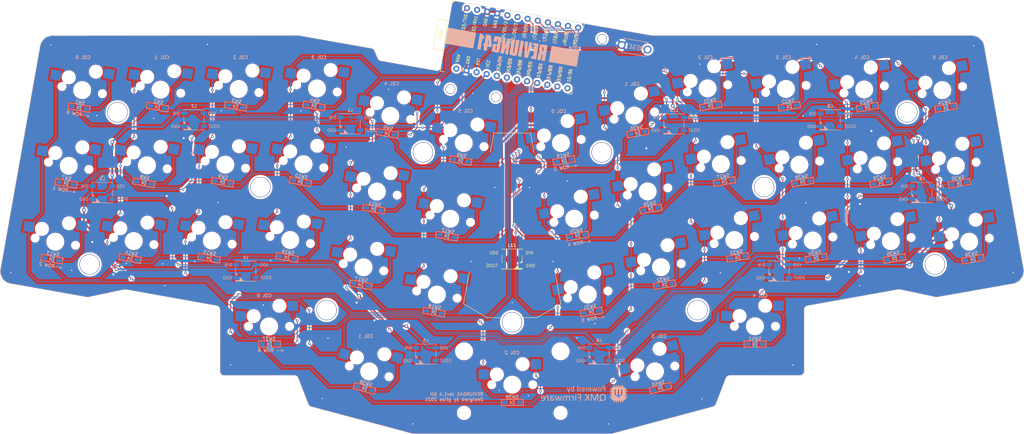
<source format=kicad_pcb>
(kicad_pcb (version 20221018) (generator pcbnew)
  (title_block (title "REVIUNG41") (date "2021-05-31") (rev "1.4"))
  (layers (0 "F.Cu" signal) (31 "B.Cu" signal) (34 "B.Paste" user) (35 "F.Paste" user) (36 "B.SilkS" user "B.Silkscreen") (37 "F.SilkS" user "F.Silkscreen") (38 "B.Mask" user) (39 "F.Mask" user) (44 "Edge.Cuts" user))
  (net 0 "")
  (net 1 "Net-(D1-Pad2)")
  (net 2 "row0")
  (net 3 "Net-(D2-Pad2)")
  (net 4 "Net-(D3-Pad2)")
  (net 5 "Net-(D4-Pad2)")
  (net 6 "Net-(D5-Pad2)")
  (net 7 "Net-(D6-Pad2)")
  (net 8 "row1")
  (net 9 "Net-(D7-Pad2)")
  (net 10 "Net-(D8-Pad2)")
  (net 11 "Net-(D9-Pad2)")
  (net 12 "Net-(D10-Pad2)")
  (net 13 "Net-(D11-Pad2)")
  (net 14 "Net-(D12-Pad2)")
  (net 15 "row2")
  (net 16 "Net-(D13-Pad2)")
  (net 17 "Net-(D14-Pad2)")
  (net 18 "Net-(D15-Pad2)")
  (net 19 "Net-(D16-Pad2)")
  (net 20 "Net-(D17-Pad2)")
  (net 21 "Net-(D18-Pad2)")
  (net 22 "row3")
  (net 23 "Net-(D19-Pad2)")
  (net 24 "Net-(D20-Pad2)")
  (net 25 "Net-(D21-Pad2)")
  (net 26 "Net-(D22-Pad2)")
  (net 27 "Net-(D23-Pad2)")
  (net 28 "Net-(D24-Pad2)")
  (net 29 "row4")
  (net 30 "Net-(D25-Pad2)")
  (net 31 "Net-(D26-Pad2)")
  (net 32 "Net-(D27-Pad2)")
  (net 33 "Net-(D28-Pad2)")
  (net 34 "Net-(D29-Pad2)")
  (net 35 "Net-(D30-Pad2)")
  (net 36 "row5")
  (net 37 "Net-(D31-Pad2)")
  (net 38 "Net-(D32-Pad2)")
  (net 39 "Net-(D33-Pad2)")
  (net 40 "Net-(D34-Pad2)")
  (net 41 "Net-(D35-Pad2)")
  (net 42 "Net-(D36-Pad2)")
  (net 43 "row6")
  (net 44 "Net-(D37-Pad2)")
  (net 45 "Net-(D38-Pad2)")
  (net 46 "Net-(D39-Pad2)")
  (net 47 "Net-(D40-Pad2)")
  (net 48 "Net-(D41-Pad2)")
  (net 49 "LED")
  (net 50 "VCC")
  (net 51 "GND")
  (net 52 "col0")
  (net 53 "col1")
  (net 54 "col2")
  (net 55 "col3")
  (net 56 "col4")
  (net 57 "col5")
  (net 58 "reset")
  (net 59 "Net-(L1-Pad2)")
  (net 60 "Net-(L2-Pad2)")
  (net 61 "Net-(L3-Pad2)")
  (net 62 "Net-(L4-Pad2)")
  (net 63 "Net-(L5-Pad2)")
  (net 64 "Net-(L6-Pad2)")
  (net 65 "Net-(L7-Pad2)")
  (net 66 "Net-(L8-Pad2)")
  (net 67 "Net-(L10-Pad4)")
  (net 68 "Net-(L10-Pad2)")
  (footprint "_reviung-kbd:MXOnly-1U-Hotswap" (layer "F.Cu") (at 38.28 72.1 -10)
    (fp_text reference "SW1")
    (fp_text value "SW_PUSH")
  )
  (footprint "_reviung-kbd:MXOnly-1U-Hotswap" (layer "F.Cu") (at 57.67 71.99 -10)
    (fp_text reference "SW2")
    (fp_text value "SW_PUSH")
  )
  (footprint "_reviung-kbd:MXOnly-1U-Hotswap" (layer "F.Cu") (at 77.02 71.83 -10)
    (fp_text reference "SW3")
    (fp_text value "SW_PUSH")
  )
  (footprint "_reviung-kbd:MXOnly-1U-Hotswap" (layer "F.Cu") (at 96.39 71.69 -10)
    (fp_text reference "SW4")
    (fp_text value "SW_PUSH")
  )
  (footprint "_reviung-kbd:MXOnly-1U-Hotswap" (layer "F.Cu") (at 114.54 78.48 -10)
    (fp_text reference "SW5")
    (fp_text value "SW_PUSH")
  )
  (footprint "_reviung-kbd:MXOnly-1U-Hotswap" (layer "F.Cu") (at 132.71 85.19 -10)
    (fp_text reference "SW6")
    (fp_text value "SW_PUSH")
  )
  (footprint "_reviung-kbd:MXOnly-1U-Hotswap" (layer "F.Cu") (at 34.95 90.83 -10)
    (fp_text reference "SW7")
    (fp_text value "SW_PUSH")
  )
  (footprint "_reviung-kbd:MXOnly-1U-Hotswap" (layer "F.Cu") (at 54.31 90.71 -10)
    (fp_text reference "SW8")
    (fp_text value "SW_PUSH")
  )
  (footprint "_reviung-kbd:MXOnly-1U-Hotswap" (layer "F.Cu") (at 73.71 90.55 -10)
    (fp_text reference "SW9")
    (fp_text value "SW_PUSH")
  )
  (footprint "_reviung-kbd:MXOnly-1U-Hotswap" (layer "F.Cu") (at 93.07 90.44 -10)
    (fp_text reference "SW10")
    (fp_text value "SW_PUSH")
  )
  (footprint "_reviung-kbd:MXOnly-1U-Hotswap" (layer "F.Cu") (at 111.22 97.22 -10)
    (fp_text reference "SW11")
    (fp_text value "SW_PUSH")
  )
  (footprint "_reviung-kbd:MXOnly-1U-Hotswap" (layer "F.Cu") (at 129.37 103.94 -10)
    (fp_text reference "SW12")
    (fp_text value "SW_PUSH")
  )
  (footprint "_reviung-kbd:MXOnly-1U-Hotswap" (layer "F.Cu") (at 31.63 109.62 -10)
    (fp_text reference "SW13")
    (fp_text value "SW_PUSH")
  )
  (footprint "_reviung-kbd:MXOnly-1U-Hotswap" (layer "F.Cu") (at 51.03 109.46 -10)
    (fp_text reference "SW14")
    (fp_text value "SW_PUSH")
  )
  (footprint "_reviung-kbd:MXOnly-1U-Hotswap" (layer "F.Cu") (at 70.37 109.35 -10)
    (fp_text reference "SW15")
    (fp_text value "SW_PUSH")
  )
  (footprint "_reviung-kbd:MXOnly-1U-Hotswap" (layer "F.Cu") (at 89.75462 109.198371 -10)
    (fp_text reference "SW16")
    (fp_text value "SW_PUSH")
  )
  (footprint "_reviung-kbd:MXOnly-1U-Hotswap" (layer "F.Cu") (at 107.91 115.95 -10)
    (fp_text reference "SW17")
    (fp_text value "SW_PUSH")
  )
  (footprint "_reviung-kbd:MXOnly-1U-Hotswap" (layer "F.Cu") (at 126.06 122.71 -10)
    (fp_text reference "SW18")
    (fp_text value "SW_PUSH")
  )
  (footprint "_reviung-kbd:MXOnly-1U-Hotswap" (layer "F.Cu") (at 156.77 85.19 10)
    (fp_text reference "SW19")
    (fp_text value "SW_PUSH")
  )
  (footprint "_reviung-kbd:MXOnly-1U-Hotswap" (layer "F.Cu") (at 174.92 78.41 10)
    (fp_text reference "SW20")
    (fp_text value "SW_PUSH")
  )
  (footprint "_reviung-kbd:MXOnly-1U-Hotswap" (layer "F.Cu") (at 193.05 71.67 10)
    (fp_text reference "SW21")
    (fp_text value "SW_PUSH")
  )
  (footprint "_reviung-kbd:MXOnly-1U-Hotswap" (layer "F.Cu") (at 212.44 71.81 10)
    (fp_text reference "SW22")
    (fp_text value "SW_PUSH")
  )
  (footprint "_reviung-kbd:MXOnly-1U-Hotswap" (layer "F.Cu") (at 231.81 71.94 10)
    (fp_text reference "SW23")
    (fp_text value "SW_PUSH")
  )
  (footprint "_reviung-kbd:MXOnly-1U-Hotswap" (layer "F.Cu") (at 251.15 72.1 10)
    (fp_text reference "SW24")
    (fp_text value "SW_PUSH")
  )
  (footprint "_reviung-kbd:MXOnly-1U-Hotswap" (layer "F.Cu") (at 160.04 103.92 10)
    (fp_text reference "SW25")
    (fp_text value "SW_PUSH")
  )
  (footprint "_reviung-kbd:MXOnly-1U-Hotswap" (layer "F.Cu") (at 178.21 97.18 10)
    (fp_text reference "SW26")
    (fp_text value "SW_PUSH")
  )
  (footprint "_reviung-kbd:MXOnly-1U-Hotswap" (layer "F.Cu") (at 196.34 90.41 10)
    (fp_text reference "SW27")
    (fp_text value "SW_PUSH")
  )
  (footprint "_reviung-kbd:MXOnly-1U-Hotswap" (layer "F.Cu") (at 215.77 90.55 10)
    (fp_text reference "SW28")
    (fp_text value "SW_PUSH")
  )
  (footprint "_reviung-kbd:MXOnly-1U-Hotswap" (layer "F.Cu") (at 235.1 90.71 10)
    (fp_text reference "SW29")
    (fp_text value "SW_PUSH")
  )
  (footprint "_reviung-kbd:MXOnly-1U-Hotswap" (layer "F.Cu") (at 254.49 90.83 10)
    (fp_text reference "SW30")
    (fp_text value "SW_PUSH")
  )
  (footprint "_reviung-kbd:MXOnly-1U-Hotswap" (layer "F.Cu") (at 163.39 122.69 10)
    (fp_text reference "SW31")
    (fp_text value "SW_PUSH")
  )
  (footprint "_reviung-kbd:MXOnly-1U-Hotswap" (layer "F.Cu") (at 181.52 115.93 10)
    (fp_text reference "SW32")
    (fp_text value "SW_PUSH")
  )
  (footprint "_reviung-kbd:MXOnly-1U-Hotswap" (layer "F.Cu") (at 199.67 109.21 10)
    (fp_text reference "SW33")
    (fp_text value "SW_PUSH")
  )
  (footprint "_reviung-kbd:MXOnly-1U-Hotswap" (layer "F.Cu") (at 219.06 109.32 10)
    (fp_text reference "SW34")
    (fp_text value "SW_PUSH")
  )
  (footprint "_reviung-kbd:MXOnly-1U-Hotswap" (layer "F.Cu") (at 238.41 109.48 10)
    (fp_text reference "SW35")
    (fp_text value "SW_PUSH")
  )
  (footprint "_reviung-kbd:MXOnly-1U-Hotswap" (layer "F.Cu") (at 257.78 109.62 10)
    (fp_text reference "SW36")
    (fp_text value "SW_PUSH")
  )
  (footprint "_reviung-kbd:MXOnly-1U-Hotswap" (layer "F.Cu") (at 84.53 130.57)
    (fp_text reference "SW37")
    (fp_text value "SW_PUSH")
  )
  (footprint "_reviung-kbd:MXOnly-1U-Hotswap" (layer "F.Cu") (at 109.302261 141.714882 -15)
    (fp_text reference "SW38")
    (fp_text value "SW_PUSH")
  )
  (footprint "_reviung-kbd:MXOnly-2U-Hotswap-ReversedStabilizers" (layer "F.Cu") (at 144.72 145)
    (fp_text reference "SW39")
    (fp_text value "SW_2U_PUSH")
  )
  (footprint "_reviung-kbd:MXOnly-1U-Hotswap" (layer "F.Cu") (at 180.03 141.71 15)
    (fp_text reference "SW40")
    (fp_text value "SW_PUSH")
  )
  (footprint "_reviung-kbd:MXOnly-1U-Hotswap" (layer "F.Cu") (at 204.77 130.55)
    (fp_text reference "SW41")
    (fp_text value "SW_PUSH")
  )
  (footprint "_reviung-kbd:ProMicro" (layer "F.Cu") (at 146.45 61.82 80)
    (fp_text reference "U1" hide)
    (fp_text value "ProMicro" hide)
  )
  (footprint "_reviung-kbd:LED_WS2812B_PLCC4_5.0x5.0mm_P3.2mm" (layer "F.Cu") (at 144.67 113.92)
    (fp_text reference "L11")
    (fp_text value "WS2812B")
  )
  (footprint "_reviung-kbd:HOLE" (layer "F.Cu") (at 47.01 77.59)
    (fp_text reference "H1")
    (fp_text value "H1")
  )
  (footprint "_reviung-kbd:HOLE" (layer "F.Cu") (at 40.13 115.24)
    (fp_text reference "H2")
    (fp_text value "H2")
  )
  (footprint "_reviung-kbd:HOLE" (layer "F.Cu") (at 82.4 96.1)
    (fp_text reference "H3")
    (fp_text value "H3")
  )
  (footprint "_reviung-kbd:HOLE" (layer "F.Cu") (at 98.77 126.53)
    (fp_text reference "H4")
    (fp_text value "H4")
  )
  (footprint "_reviung-kbd:HOLE" (layer "F.Cu") (at 144.66 129.53)
    (fp_text reference "H6")
    (fp_text value "H6")
  )
  (footprint "_reviung-kbd:HOLE" (layer "F.Cu") (at 190.56 126.53)
    (fp_text reference "H8")
    (fp_text value "H8")
  )
  (footprint "_reviung-kbd:HOLE" (layer "F.Cu") (at 207.05 96.09)
    (fp_text reference "H9")
    (fp_text value "H9")
  )
  (footprint "_reviung-kbd:HOLE" (layer "F.Cu") (at 249.32 115.24)
    (fp_text reference "H10")
    (fp_text value "H10")
  )
  (footprint "_reviung-kbd:HOLE" (layer "F.Cu") (at 242.47 77.58)
    (fp_text reference "H11")
    (fp_text value "H11")
  )
  (footprint "_reviung-kbd:HOLE" (layer "F.Cu") (at 166.84 87.48)
    (fp_text reference "H7")
    (fp_text value "H7")
  )
  (footprint "_reviung-kbd:HOLE" (layer "F.Cu") (at 122.62 87.48)
    (fp_text reference "H5")
    (fp_text value "H5")
  )
  (footprint "_reviung-kbd:HOLE_2.2mm" (layer "F.Cu") (at 166.93 59.42)
    (fp_text reference "H14")
    (fp_text value "H14")
  )
  (footprint "_reviung-kbd:HOLE_2.2mm" (layer "F.Cu") (at 140.63 73.86)
    (fp_text reference "H13")
    (fp_text value "H13")
  )
  (footprint "_reviung-kbd:HOLE_2.2mm" (layer "F.Cu") (at 129.39 71.86)
    (fp_text reference "H12")
    (fp_text value "H12")
  )
  (footprint "_reviung-kbd:D3_SMD_1side" (layer "B.Cu") (at 37.5 76.43 -10)
    (fp_text reference "D1" hide)
    (fp_text value "1N4148W" hide)
  )
  (footprint "_reviung-kbd:D3_SMD_1side" (layer "B.Cu") (at 56.92 76.32 -10)
    (fp_text reference "D2" hide)
    (fp_text value "1N4148W" hide)
  )
  (footprint "_reviung-kbd:D3_SMD_1side" (layer "B.Cu") (at 76.24 76.13 -10)
    (fp_text reference "D3" hide)
    (fp_text value "1N4148W" hide)
  )
  (footprint "_reviung-kbd:D3_SMD_1side" (layer "B.Cu") (at 95.65 76.03 -10)
    (fp_text reference "D4" hide)
    (fp_text value "1N4148W" hide)
  )
  (footprint "_reviung-kbd:D3_SMD_1side" (layer "B.Cu") (at 113.8 82.82 -10)
    (fp_text reference "D5" hide)
    (fp_text value "1N4148W" hide)
  )
  (footprint "_reviung-kbd:D3_SMD_1side" (layer "B.Cu") (at 131.94 89.52 -10)
    (fp_text reference "D6" hide)
    (fp_text value "1N4148W" hide)
  )
  (footprint "_reviung-kbd:D3_SMD_1side" (layer "B.Cu") (at 34.32 95.19 -10)
    (fp_text reference "D7" hide)
    (fp_text value "1N4148W" hide)
  )
  (footprint "_reviung-kbd:D3_SMD_1side" (layer "B.Cu") (at 53.55 95.04 -10)
    (fp_text reference "D8" hide)
    (fp_text value "1N4148W" hide)
  )
  (footprint "_reviung-kbd:D3_SMD_1side" (layer "B.Cu") (at 73.01 94.89 -10)
    (fp_text reference "D9" hide)
    (fp_text value "1N4148W" hide)
  )
  (footprint "_reviung-kbd:D3_SMD_1side" (layer "B.Cu") (at 92.27 94.77 -10)
    (fp_text reference "D10" hide)
    (fp_text value "1N4148W" hide)
  )
  (footprint "_reviung-kbd:D3_SMD_1side" (layer "B.Cu") (at 110.45 101.55 -10)
    (fp_text reference "D11" hide)
    (fp_text value "1N4148W" hide)
  )
  (footprint "_reviung-kbd:D3_SMD_1side" (layer "B.Cu") (at 128.53 108.25 -10)
    (fp_text reference "D12" hide)
    (fp_text value "1N4148W" hide)
  )
  (footprint "_reviung-kbd:D3_SMD_1side" (layer "B.Cu") (at 30.78 113.94 -10)
    (fp_text reference "D13" hide)
    (fp_text value "1N4148W" hide)
  )
  (footprint "_reviung-kbd:D3_SMD_1side" (layer "B.Cu") (at 50.14 113.77 -10)
    (fp_text reference "D14" hide)
    (fp_text value "1N4148W" hide)
  )
  (footprint "_reviung-kbd:D3_SMD_1side" (layer "B.Cu") (at 69.71 113.7 -10)
    (fp_text reference "D15" hide)
    (fp_text value "1N4148W" hide)
  )
  (footprint "_reviung-kbd:D3_SMD_1side" (layer "B.Cu") (at 88.96 113.53 -10)
    (fp_text reference "D16" hide)
    (fp_text value "1N4148W" hide)
  )
  (footprint "_reviung-kbd:D3_SMD_1side" (layer "B.Cu") (at 107.22 120.3 -10)
    (fp_text reference "D17" hide)
    (fp_text value "1N4148W" hide)
  )
  (footprint "_reviung-kbd:D3_SMD_1side" (layer "B.Cu") (at 125.33 127.04 -10)
    (fp_text reference "D18" hide)
    (fp_text value "1N4148W" hide)
  )
  (footprint "_reviung-kbd:D3_SMD_1side" (layer "B.Cu") (at 157.53 89.53 10)
    (fp_text reference "D19" hide)
    (fp_text value "1N4148W" hide)
  )
  (footprint "_reviung-kbd:D3_SMD_1side" (layer "B.Cu") (at 175.78 82.71 10)
    (fp_text reference "D20" hide)
    (fp_text value "1N4148W" hide)
  )
  (footprint "_reviung-kbd:D3_SMD_1side" (layer "B.Cu") (at 193.8 76.01 10)
    (fp_text reference "D21" hide)
    (fp_text value "1N4148W" hide)
  )
  (footprint "_reviung-kbd:D3_SMD_1side" (layer "B.Cu") (at 213.28 76.11 10)
    (fp_text reference "D22" hide)
    (fp_text value "1N4148W" hide)
  )
  (footprint "_reviung-kbd:D3_SMD_1side" (layer "B.Cu") (at 232.63 76.31 10)
    (fp_text reference "D23" hide)
    (fp_text value "1N4148W" hide)
  )
  (footprint "_reviung-kbd:D3_SMD_1side" (layer "B.Cu") (at 252.04 76.41 10)
    (fp_text reference "D24" hide)
    (fp_text value "1N4148W" hide)
  )
  (footprint "_reviung-kbd:D3_SMD_1side" (layer "B.Cu") (at 160.91 108.21 10)
    (fp_text reference "D25" hide)
    (fp_text value "1N4148W" hide)
  )
  (footprint "_reviung-kbd:D3_SMD_1side" (layer "B.Cu") (at 179 101.52 10)
    (fp_text reference "D26" hide)
    (fp_text value "1N4148W" hide)
  )
  (footprint "_reviung-kbd:D3_SMD_1side" (layer "B.Cu") (at 197.22 94.73 10)
    (fp_text reference "D27" hide)
    (fp_text value "1N4148W" hide)
  )
  (footprint "_reviung-kbd:D3_SMD_1side" (layer "B.Cu") (at 216.59 94.86 10)
    (fp_text reference "D28" hide)
    (fp_text value "1N4148W" hide)
  )
  (footprint "_reviung-kbd:D3_SMD_1side" (layer "B.Cu") (at 235.97 95.03 10)
    (fp_text reference "D29" hide)
    (fp_text value "1N4148W" hide)
  )
  (footprint "_reviung-kbd:D3_SMD_1side" (layer "B.Cu") (at 255.35 95.16 10)
    (fp_text reference "D30" hide)
    (fp_text value "1N4148W" hide)
  )
  (footprint "_reviung-kbd:D3_SMD_1side" (layer "B.Cu") (at 164.29 126.99 10)
    (fp_text reference "D31" hide)
    (fp_text value "1N4148W" hide)
  )
  (footprint "_reviung-kbd:D3_SMD_1side" (layer "B.Cu") (at 182.44 120.24 10)
    (fp_text reference "D32" hide)
    (fp_text value "1N4148W" hide)
  )
  (footprint "_reviung-kbd:D3_SMD_1side" (layer "B.Cu") (at 200.53 113.48 10)
    (fp_text reference "D33" hide)
    (fp_text value "1N4148W" hide)
  )
  (footprint "_reviung-kbd:D3_SMD_1side" (layer "B.Cu") (at 219.94 113.64 10)
    (fp_text reference "D34" hide)
    (fp_text value "1N4148W" hide)
  )
  (footprint "_reviung-kbd:D3_SMD_1side" (layer "B.Cu") (at 239.32 113.78 10)
    (fp_text reference "D35" hide)
    (fp_text value "1N4148W" hide)
  )
  (footprint "_reviung-kbd:D3_SMD_1side" (layer "B.Cu") (at 258.73 113.94 10)
    (fp_text reference "D36" hide)
    (fp_text value "1N4148W" hide)
  )
  (footprint "_reviung-kbd:D3_SMD_1side" (layer "B.Cu") (at 84.61 134.94)
    (fp_text reference "D37" hide)
    (fp_text value "1N4148W" hide)
  )
  (footprint "_reviung-kbd:D3_SMD_1side" (layer "B.Cu") (at 108.14 145.94 -15)
    (fp_text reference "D38" hide)
    (fp_text value "1N4148W" hide)
  )
  (footprint "_reviung-kbd:D3_SMD_1side" (layer "B.Cu") (at 144.73 149.39)
    (fp_text reference "D39" hide)
    (fp_text value "1N4148W" hide)
  )
  (footprint "_reviung-kbd:D3_SMD_1side" (layer "B.Cu") (at 181.39 145.86 15)
    (fp_text reference "D40" hide)
    (fp_text value "1N4148W" hide)
  )
  (footprint "_reviung-kbd:D3_SMD_1side" (layer "B.Cu") (at 204.78 134.95)
    (fp_text reference "D41" hide)
    (fp_text value "1N4148W" hide)
  )
  (footprint "_reviung-kbd:ResetSW_1side" (layer "B.Cu") (at 175 61.5 -10)
    (fp_text reference "RESET1" hide)
    (fp_text value "SW_PUSH" hide)
  )
  (footprint "_reviung-kbd:LED_WS2812B_PLCC4_5.0x5.0mm_P3.2mm" (layer "B.Cu") (at 104.59 80.44 180)
    (fp_text reference "L1")
    (fp_text value "WS2812B")
  )
  (footprint "_reviung-kbd:LED_WS2812B_PLCC4_5.0x5.0mm_P3.2mm" (layer "B.Cu") (at 65.94 79.45 180)
    (fp_text reference "L2")
    (fp_text value "WS2812B")
  )
  (footprint "_reviung-kbd:LED_WS2812B_PLCC4_5.0x5.0mm_P3.2mm" (layer "B.Cu") (at 43.27 97.47 180)
    (fp_text reference "L3")
    (fp_text value "WS2812B")
  )
  (footprint "_reviung-kbd:LED_WS2812B_PLCC4_5.0x5.0mm_P3.2mm" (layer "B.Cu") (at 78.76 116.91 180)
    (fp_text reference "L4")
    (fp_text value "WS2812B")
  )
  (footprint "_reviung-kbd:LED_WS2812B_PLCC4_5.0x5.0mm_P3.2mm" (layer "B.Cu") (at 123.31 137.46 180)
    (fp_text reference "L5")
    (fp_text value "WS2812B")
  )
  (footprint "_reviung-kbd:LED_WS2812B_PLCC4_5.0x5.0mm_P3.2mm" (layer "B.Cu") (at 166.19 137.44 180)
    (fp_text reference "L6")
    (fp_text value "WS2812B")
  )
  (footprint "_reviung-kbd:LED_WS2812B_PLCC4_5.0x5.0mm_P3.2mm" (layer "B.Cu") (at 210.74 116.91 180)
    (fp_text reference "L7")
    (fp_text value "WS2812B")
  )
  (footprint "_reviung-kbd:LED_WS2812B_PLCC4_5.0x5.0mm_P3.2mm" (layer "B.Cu") (at 246.09 97.46 180)
    (fp_text reference "L8")
    (fp_text value "WS2812B")
  )
  (footprint "_reviung-kbd:LED_WS2812B_PLCC4_5.0x5.0mm_P3.2mm" (layer "B.Cu") (at 223.4 79.47 180)
    (fp_text reference "L9")
    (fp_text value "WS2812B")
  )
  (footprint "_reviung-kbd:LED_WS2812B_PLCC4_5.0x5.0mm_P3.2mm" (layer "B.Cu") (at 184.74 80.47 180)
    (fp_text reference "L10")
    (fp_text value "WS2812B")
  )
  (footprint "_reviung-kbd:reviung41-bsilk-center-x4-ver1" (layer "B.Cu") (at 144.74 61.49 170)
    (fp_text reference "G***" hide)
    (fp_text value "LOGO" hide)
  )
  (footprint "_reviung-kbd:QMK-x4-ver1" (layer "B.Cu") (at 162.5 147.25 180)
    (fp_text reference "G***" hide)
    (fp_text value "LOGO" hide)
  )
  (gr_line (start 134.07 117.1) (end 132.69 125.03) (stroke (width 0.12)) (layer "F.SilkS"))
  (gr_line (start 149.23 82.72) (end 150.09 87.56) (stroke (width 0.12)) (layer "F.SilkS"))
  (gr_line (start 132.69 125.03) (end 138.5 128.41) (stroke (width 0.12)) (layer "F.SilkS"))
  (gr_line (start 140.14 82.72) (end 149.23 82.72) (stroke (width 0.12)) (layer "F.SilkS"))
  (gr_line (start 147.12 128.41) (end 150.8 128.41) (stroke (width 0.12)) (layer "F.SilkS"))
  (gr_line (start 156.7 125.03) (end 155.29 116.98) (stroke (width 0.12)) (layer "F.SilkS"))
  (gr_line (start 150.8 128.41) (end 156.7 125.03) (stroke (width 0.12)) (layer "F.SilkS"))
  (gr_line (start 139.32 87.52) (end 140.14 82.72) (stroke (width 0.12)) (layer "F.SilkS"))
  (gr_line (start 138.5 128.41) (end 142.27 128.41) (stroke (width 0.12)) (layer "F.SilkS"))
  (gr_curve (pts (xy 94.237706 149.832241) (xy 94.353149 150.129618) (xy 94.603544 150.354074) (xy 94.911727 150.436439)) (stroke (width 0.1)) (layer "Edge.Cuts"))
  (gr_curve (pts (xy 110.603226 62.334656) (xy 110.469589 62.027125) (xy 110.190716 61.807041) (xy 109.860547 61.748539)) (stroke (width 0.1)) (layer "Edge.Cuts"))
  (gr_curve (pts (xy 40.035273 123.287775) (xy 40.035273 123.287775) (xy 48.496357 121.503476) (xy 48.496357 121.503476)) (stroke (width 0.1)) (layer "Edge.Cuts"))
  (gr_curve (pts (xy 112.174798 64.830257) (xy 111.845019 64.771499) (xy 111.566563 64.551527) (xy 111.433061 64.244307)) (stroke (width 0.1)) (layer "Edge.Cuts"))
  (gr_curve (pts (xy 30.796944 58.56683) (xy 29.341625 58.566827) (xy 28.096202 59.611331) (xy 27.842775 61.044414)) (stroke (width 0.1)) (layer "Edge.Cuts"))
  (gr_curve (pts (xy 130.935242 50.110192) (xy 130.391325 50.014281) (xy 129.872647 50.377479) (xy 129.776764 50.921401)) (stroke (width 0.1)) (layer "Edge.Cuts"))
  (gr_curve (pts (xy 91.904428 58.566954) (xy 91.904428 58.566954) (xy 30.796944 58.56683) (xy 30.796944 58.56683)) (stroke (width 0.1)) (layer "Edge.Cuts"))
  (gr_curve (pts (xy 240.879373 121.501821) (xy 240.879373 121.501821) (xy 249.296488 123.287053) (xy 249.296488 123.287053)) (stroke (width 0.1)) (layer "Edge.Cuts"))
  (gr_curve (pts (xy 111.433061 64.244307) (xy 111.433061 64.244307) (xy 110.603226 62.334656) (xy 110.603226 62.334656)) (stroke (width 0.1)) (layer "Edge.Cuts"))
  (gr_curve (pts (xy 216.957833 126.45959) (xy 216.957833 125.975086) (xy 217.305159 125.560279) (xy 217.782125 125.475147)) (stroke (width 0.1)) (layer "Edge.Cuts"))
  (gr_curve (pts (xy 250.058442 123.300244) (xy 250.058442 123.300244) (xy 268.847815 119.990145) (xy 268.847815 119.990145)) (stroke (width 0.1)) (layer "Edge.Cuts"))
  (gr_curve (pts (xy 73.39 142.72) (xy 73.39 142.72) (xy 90.792187 142.72) (xy 90.792187 142.72)) (stroke (width 0.1)) (layer "Edge.Cuts"))
  (gr_curve (pts (xy 48.496357 121.503476) (xy 48.748257 121.450355) (xy 49.008043 121.446366) (xy 49.261455 121.491728)) (stroke (width 0.1)) (layer "Edge.Cuts"))
  (gr_curve (pts (xy 271.281741 116.514663) (xy 271.281741 116.514663) (xy 261.50045 61.045975) (xy 261.50045 61.045975)) (stroke (width 0.1)) (layer "Edge.Cuts"))
  (gr_curve (pts (xy 217.782125 125.475147) (xy 217.782125 125.475147) (xy 240.112996 121.489415) (xy 240.112996 121.489415)) (stroke (width 0.1)) (layer "Edge.Cuts"))
  (gr_curve (pts (xy 18.033669 116.513037) (xy 17.744983 118.145501) (xy 18.835089 119.702656) (xy 20.467783 119.990034)) (stroke (width 0.1)) (layer "Edge.Cuts"))
  (gr_curve (pts (xy 90.792187 142.72) (xy 91.204818 142.72) (xy 91.575079 142.973445) (xy 91.724407 143.358107)) (stroke (width 0.1)) (layer "Edge.Cuts"))
  (gr_curve (pts (xy 129.776764 50.921401) (xy 129.776764 50.921401) (xy 127.037491 66.460793) (xy 127.037491 66.460793)) (stroke (width 0.1)) (layer "Edge.Cuts"))
  (gr_curve (pts (xy 39.275884 123.300537) (xy 39.527505 123.344826) (xy 39.785282 123.340493) (xy 40.035273 123.287775)) (stroke (width 0.1)) (layer "Edge.Cuts"))
  (gr_curve (pts (xy 127.037491 66.460793) (xy 126.941489 67.005399) (xy 126.421692 67.368689) (xy 125.877264 67.271686)) (stroke (width 0.1)) (layer "Edge.Cuts"))
  (gr_curve (pts (xy 91.724407 143.358107) (xy 91.724407 143.358107) (xy 94.237706 149.832241) (xy 94.237706 149.832241)) (stroke (width 0.1)) (layer "Edge.Cuts"))
  (gr_curve (pts (xy 194.424486 150.436715) (xy 194.732745 150.35418) (xy 194.983102 150.129478) (xy 195.098354 149.8319)) (stroke (width 0.1)) (layer "Edge.Cuts"))
  (gr_curve (pts (xy 20.467783 119.990034) (xy 20.467783 119.990034) (xy 39.275884 123.300537) (xy 39.275884 123.300537)) (stroke (width 0.1)) (layer "Edge.Cuts"))
  (gr_curve (pts (xy 195.098354 149.8319) (xy 195.098354 149.8319) (xy 197.605375 143.358841) (xy 197.605375 143.358841)) (stroke (width 0.1)) (layer "Edge.Cuts"))
  (gr_curve (pts (xy 125.877264 67.271686) (xy 125.877264 67.271686) (xy 112.174798 64.830257) (xy 112.174798 64.830257)) (stroke (width 0.1)) (layer "Edge.Cuts"))
  (gr_curve (pts (xy 215.957833 142.72) (xy 216.510118 142.72) (xy 216.957833 142.272285) (xy 216.957833 141.72)) (stroke (width 0.1)) (layer "Edge.Cuts"))
  (gr_curve (pts (xy 27.842775 61.044414) (xy 27.842775 61.044414) (xy 18.033669 116.513037) (xy 18.033669 116.513037)) (stroke (width 0.1)) (layer "Edge.Cuts"))
  (gr_curve (pts (xy 258.546033 58.566954) (xy 258.546033 58.566954) (xy 179.286705 58.566954) (xy 179.286705 58.566954)) (stroke (width 0.1)) (layer "Edge.Cuts"))
  (gr_curve (pts (xy 109.860547 61.748539) (xy 109.860547 61.748539) (xy 91.904428 58.566954) (xy 91.904428 58.566954)) (stroke (width 0.1)) (layer "Edge.Cuts"))
  (gr_curve (pts (xy 216.957833 141.72) (xy 216.957833 141.72) (xy 216.957833 126.45959) (xy 216.957833 126.45959)) (stroke (width 0.1)) (layer "Edge.Cuts"))
  (gr_curve (pts (xy 268.847815 119.990145) (xy 270.479733 119.702652) (xy 271.569503 118.146533) (xy 271.281741 116.514663)) (stroke (width 0.1)) (layer "Edge.Cuts"))
  (gr_curve (pts (xy 120.098069 157.167762) (xy 120.098069 157.167762) (xy 169.284731 157.167762) (xy 169.284731 157.167762)) (stroke (width 0.1)) (layer "Edge.Cuts"))
  (gr_curve (pts (xy 72.39 141.72) (xy 72.39 142.272285) (xy 72.837715 142.72) (xy 73.39 142.72)) (stroke (width 0.1)) (layer "Edge.Cuts"))
  (gr_curve (pts (xy 94.911727 150.436439) (xy 94.911727 150.436439) (xy 120.098069 157.167762) (xy 120.098069 157.167762)) (stroke (width 0.1)) (layer "Edge.Cuts"))
  (gr_curve (pts (xy 261.50045 61.045975) (xy 261.247625 59.612229) (xy 260.001901 58.566954) (xy 258.546033 58.566954)) (stroke (width 0.1)) (layer "Edge.Cuts"))
  (gr_curve (pts (xy 249.296488 123.287053) (xy 249.54728 123.340245) (xy 249.80596 123.344723) (xy 250.058442 123.300244)) (stroke (width 0.1)) (layer "Edge.Cuts"))
  (gr_curve (pts (xy 71.566204 125.484389) (xy 72.04294 125.569728) (xy 72.39 125.984429) (xy 72.39 126.468743)) (stroke (width 0.1)) (layer "Edge.Cuts"))
  (gr_curve (pts (xy 198.537879 142.72) (xy 198.537879 142.72) (xy 215.957833 142.72) (xy 215.957833 142.72)) (stroke (width 0.1)) (layer "Edge.Cuts"))
  (gr_curve (pts (xy 49.261455 121.491728) (xy 49.261455 121.491728) (xy 71.566204 125.484389) (xy 71.566204 125.484389)) (stroke (width 0.1)) (layer "Edge.Cuts"))
  (gr_curve (pts (xy 240.112996 121.489415) (xy 240.366866 121.444103) (xy 240.627103 121.448315) (xy 240.879373 121.501821)) (stroke (width 0.1)) (layer "Edge.Cuts"))
  (gr_curve (pts (xy 179.286705 58.566954) (xy 179.286705 58.566954) (xy 130.935242 50.110192) (xy 130.935242 50.110192)) (stroke (width 0.1)) (layer "Edge.Cuts"))
  (gr_curve (pts (xy 169.284731 157.167762) (xy 169.284731 157.167762) (xy 194.424486 150.436715) (xy 194.424486 150.436715)) (stroke (width 0.1)) (layer "Edge.Cuts"))
  (gr_curve (pts (xy 197.605375 143.358841) (xy 197.754504 142.973793) (xy 198.124961 142.72) (xy 198.537879 142.72)) (stroke (width 0.1)) (layer "Edge.Cuts"))
  (gr_curve (pts (xy 72.39 126.468743) (xy 72.39 126.468743) (xy 72.39 141.72) (xy 72.39 141.72)) (stroke (width 0.1)) (layer "Edge.Cuts"))
  (gr_text "COL 5" (at 160.51 59.73 80) (layer "B.SilkS") (effects (font (size 0.8 0.8)) (justify mirror)))
  (gr_text "ROW 4" (at 151.6 67.36 80) (layer "B.SilkS") (effects (font (size 0.8 0.8)) (justify mirror)))
  (gr_text "ROW 0" (at 141.59 65.51 80) (layer "B.SilkS") (effects (font (size 0.8 0.8)) (justify mirror)))
  (gr_text "ROW 3" (at 149.08 66.89 80) (layer "B.SilkS") (effects (font (size 0.8 0.8)) (justify mirror)))
  (gr_text "ROW 1" (at 144.07 66.07 80) (layer "B.SilkS") (effects (font (size 0.8 0.8)) (justify mirror)))
  (gr_text "ROW 2" (at 146.6 66.45 80) (layer "B.SilkS") (effects (font (size 0.8 0.8)) (justify mirror)))
  (gr_text "ROW 5" (at 154.08 67.8 80) (layer "B.SilkS") (effects (font (size 0.8 0.8)) (justify mirror)))
  (gr_text "ROW 6" (at 156.51 68.15 80) (layer "B.SilkS") (effects (font (size 0.8 0.8)) (justify mirror)))
  (gr_text "<-ROW 0" (at 37.32 78.05 -10) (layer "B.SilkS") (effects (font (size 0.8 0.8)) (justify mirror)))
  (gr_text "<-ROW 3" (at 157.95 91.2 10) (layer "B.SilkS") (effects (font (size 0.8 0.8)) (justify mirror)))
  (gr_text "COL 0" (at 148 57.5 80) (layer "B.SilkS") (effects (font (size 0.8 0.8)) (justify mirror)))
  (gr_text "COL 1" (at 150.5 58 80) (layer "B.SilkS") (effects (font (size 0.8 0.8)) (justify mirror)))
  (gr_text "COL 4" (at 114.88 70.47) (layer "B.SilkS") (effects (font (size 0.8 0.8)) (justify mirror)))
  (gr_text "COL 5" (at 250.59 64) (layer "B.SilkS") (effects (font (size 0.8 0.8)) (justify mirror)))
  (gr_text "COL 3" (at 181.05 133) (layer "B.SilkS") (effects (font (size 0.8 0.8)) (justify mirror)))
  (gr_text "COL 0" (at 156.23 77.34) (layer "B.SilkS") (effects (font (size 0.8 0.8)) (justify mirror)))
  (gr_text "COL 2" (at 192.49 64) (layer "B.SilkS") (effects (font (size 0.8 0.8)) (justify mirror)))
  (gr_text "<-ROW 1" (at 33.86 96.8 -10) (layer "B.SilkS") (effects (font (size 0.8 0.8)) (justify mirror)))
  (gr_text "COL 2" (at 144.64 137.09) (layer "B.SilkS") (effects (font (size 0.8 0.8)) (justify mirror)))
  (gr_text "COL 1" (at 174.36 70.58) (layer "B.SilkS") (effects (font (size 0.8 0.8)) (justify mirror)))
  (gr_text "COL 3" (at 155.51 58.82 80) (layer "B.SilkS") (effects (font (size 0.8 0.8)) (justify mirror)))
  (gr_text "COL 2" (at 77.45 64) (layer "B.SilkS") (effects (font (size 0.8 0.8)) (justify mirror)))
  (gr_text "<- ROW 6" (at 85 136.5) (layer "B.SilkS") (effects (font (size 0.8 0.8)) (justify mirror)))
  (gr_text "<-ROW 5" (at 164.73 128.65 10) (layer "B.SilkS") (effects (font (size 0.8 0.8)) (justify mirror)))
  (gr_text "COL 0" (at 83.33 122.94) (layer "B.SilkS") (effects (font (size 0.8 0.8)) (justify mirror)))
  (gr_text "COL 4" (at 206.05 122.96) (layer "B.SilkS") (effects (font (size 0.8 0.8)) (justify mirror)))
  (gr_text "COL 3" (at 211.87 64) (layer "B.SilkS") (effects (font (size 0.8 0.8)) (justify mirror)))
  (gr_text "COL 4" (at 158.03 59.29 80) (layer "B.SilkS") (effects (font (size 0.8 0.8)) (justify mirror)))
  (gr_text "COL 3" (at 96.84 64) (layer "B.SilkS") (effects (font (size 0.8 0.8)) (justify mirror)))
  (gr_text "<-ROW 2" (at 30.52 115.58 -10) (layer "B.SilkS") (effects (font (size 0.8 0.8)) (justify mirror)))
  (gr_text "<-ROW 4" (at 161.36 109.91 10) (layer "B.SilkS") (effects (font (size 0.8 0.8)) (justify mirror)))
  (gr_text "COL 0" (at 38.5 64) (layer "B.SilkS") (effects (font (size 0.8 0.8)) (justify mirror)))
  (gr_text "COL 1" (at 58.01 64) (layer "B.SilkS") (effects (font (size 0.8 0.8)) (justify mirror)))
  (gr_text "COL 2" (at 153.03 58.38 80) (layer "B.SilkS") (effects (font (size 0.8 0.8)) (justify mirror)))
  (gr_text "REVIUNG41 rev1.4 GH\nDesigned by gtips 2021" (at 137.64 148) (layer "B.SilkS") (effects (font (size 0.8 0.8)) (justify left mirror)))
  (gr_text "COL 5" (at 133.13 77.25) (layer "B.SilkS") (effects (font (size 0.8 0.8)) (justify mirror)))
  (gr_text "COL 4" (at 231.26 64) (layer "B.SilkS") (effects (font (size 0.8 0.8)) (justify mirror)))
  (gr_text "COL 1" (at 108.41 133) (layer "B.SilkS") (effects (font (size 0.8 0.8)) (justify mirror)))
  (segment (start 44.91538 68.111629) (end 44.91538 74.28462) (width 0.2) (layer "B.Cu") (net 1))
  (segment (start 44.91538 74.28462) (end 42.461774 76.738226) (width 0.2) (layer "B.Cu") (net 1))
  (segment (start 42.461774 76.738226) (end 39.248034 76.738226) (width 0.2) (layer "B.Cu") (net 1))
  (segment (start 96.4 82) (end 96.4 82) (width 0.2) (layer "F.Cu") (net 2))
  (segment (start 96.4 78) (end 96.4 82) (width 0.2) (layer "F.Cu") (net 2))
  (via (at 96.4 78) (size 0.6) (drill 0.3) (layers "F.Cu" "B.Cu") (net 2))
  (via (at 96.4 82) (size 0.6) (drill 0.3) (layers "F.Cu" "B.Cu") (net 2))
  (segment (start 74.491966 75.821774) (end 75.521774 75.821774) (width 0.2) (layer "B.Cu") (net 2))
  (segment (start 94.121774 75.721774) (end 96.4 78) (width 0.2) (layer "B.Cu") (net 2))
  (segment (start 140.876381 68.563195) (end 142.95 70.636814) (width 0.2) (layer "B.Cu") (net 2))
  (segment (start 50.48375 80.69999) (end 55.171966 76.011774) (width 0.2) (layer "B.Cu") (net 2))
  (segment (start 112.051966 82.511774) (end 113.411774 82.511774) (width 0.2) (layer "B.Cu") (net 2))
  (segment (start 116.1 86.7) (end 120.5 91.1) (width 0.2) (layer "B.Cu") (net 2))
  (segment (start 93.901966 75.721774) (end 89.178186 75.721774) (width 0.2) (layer "B.Cu") (net 2))
  (segment (start 98.7 84.3) (end 110.26374 84.3) (width 0.2) (layer "B.Cu") (net 2))
  (segment (start 96.4 82) (end 98.7 84.3) (width 0.2) (layer "B.Cu") (net 2))
  (segment (start 125 91.1) (end 126.888226 89.211774) (width 0.2) (layer "B.Cu") (net 2))
  (segment (start 61.153987 77.508891) (end 62.841104 75.821774) (width 0.2) (layer "B.Cu") (net 2))
  (segment (start 55.171966 76.011774) (end 56.311774 76.011774) (width 0.2) (layer "B.Cu") (net 2))
  (segment (start 110.26374 84.3) (end 112.051966 82.511774) (width 0.2) (layer "B.Cu") (net 2))
  (segment (start 113.411774 82.511774) (end 116.1 85.2) (width 0.2) (layer "B.Cu") (net 2))
  (segment (start 131.689083 90.708891) (end 141.091109 90.708891) (width 0.2) (layer "B.Cu") (net 2))
  (segment (start 57.808891 77.508891) (end 61.153987 77.508891) (width 0.2) (layer "B.Cu") (net 2))
  (segment (start 75.521774 75.821774) (end 77.94998 78.24998) (width 0.2) (layer "B.Cu") (net 2))
  (segment (start 126.888226 89.211774) (end 130.191966 89.211774) (width 0.2) (layer "B.Cu") (net 2))
  (segment (start 116.1 85.2) (end 116.1 86.7) (width 0.2) (layer "B.Cu") (net 2))
  (segment (start 89.178186 75.721774) (end 86.64998 78.24998) (width 0.2) (layer "B.Cu") (net 2))
  (segment (start 40.29999 80.69999) (end 50.48375 80.69999) (width 0.2) (layer "B.Cu") (net 2))
  (segment (start 141.091109 90.708891) (end 142.95 88.85) (width 0.2) (layer "B.Cu") (net 2))
  (segment (start 35.751966 76.121774) (end 35.751966 76.151966) (width 0.2) (layer "B.Cu") (net 2))
  (segment (start 120.5 91.1) (end 125 91.1) (width 0.2) (layer "B.Cu") (net 2))
  (segment (start 62.841104 75.821774) (end 74.491966 75.821774) (width 0.2) (layer "B.Cu") (net 2))
  (segment (start 56.311774 76.011774) (end 57.808891 77.508891) (width 0.2) (layer "B.Cu") (net 2))
  (segment (start 130.191966 89.211774) (end 131.689083 90.708891) (width 0.2) (layer "B.Cu") (net 2))
  (segment (start 93.901966 75.721774) (end 94.121774 75.721774) (width 0.2) (layer "B.Cu") (net 2))
  (segment (start 142.95 70.636814) (end 142.95 88.85) (width 0.2) (layer "B.Cu") (net 2))
  (segment (start 35.751966 76.151966) (end 40.29999 80.69999) (width 0.2) (layer "B.Cu") (net 2))
  (segment (start 77.94998 78.24998) (end 86.64998 78.24998) (width 0.2) (layer "B.Cu") (net 2))
  (segment (start 60.49626 74.8) (end 60.49626 71.810749) (width 0.2) (layer "B.Cu") (net 3))
  (segment (start 58.668034 76.628226) (end 60.49626 74.8) (width 0.2) (layer "B.Cu") (net 3))
  (segment (start 60.49626 71.810749) (end 64.30538 68.001629) (width 0.2) (layer "B.Cu") (net 3))
  (segment (start 81.361774 76.438226) (end 77.988034 76.438226) (width 0.2) (layer "B.Cu") (net 4))
  (segment (start 83.65538 67.841629) (end 83.65538 74.14462) (width 0.2) (layer "B.Cu") (net 4))
  (segment (start 83.65538 74.14462) (end 81.361774 76.438226) (width 0.2) (layer "B.Cu") (net 4))
  (segment (start 103.02538 74.07462) (end 100.761774 76.338226) (width 0.2) (layer "B.Cu") (net 5))
  (segment (start 100.761774 76.338226) (end 97.398034 76.338226) (width 0.2) (layer "B.Cu") (net 5))
  (segment (start 103.02538 67.701629) (end 103.02538 74.07462) (width 0.2) (layer "B.Cu") (net 5))
  (segment (start 119.5 83.1) (end 119.5 83.1) (width 0.2) (layer "F.Cu") (net 6))
  (segment (start 121.17538 77.97538) (end 121.17538 81.42462) (width 0.2) (layer "F.Cu") (net 6))
  (segment (start 121.17538 81.42462) (end 119.5 83.1) (width 0.2) (layer "F.Cu") (net 6))
  (via (at 119.5 83.1) (size 0.6) (drill 0.3) (layers "F.Cu" "B.Cu") (net 6))
  (via (at 121.17538 77.97538) (size 0.6) (drill 0.3) (layers "F.Cu" "B.Cu") (net 6))
  (segment (start 121.17538 77.97538) (end 121.17538 77.97538) (width 0.2) (layer "B.Cu") (net 6))
  (segment (start 119.5 83.1) (end 115.57626 83.1) (width 0.2) (layer "B.Cu") (net 6))
  (segment (start 115.57626 83.1) (end 115.548034 83.128226) (width 0.2) (layer "B.Cu") (net 6))
  (segment (start 121.17538 74.491629) (end 121.17538 77.97538) (width 0.2) (layer "B.Cu") (net 6))
  (segment (start 139.34538 86.95462) (end 136.471774 89.828226) (width 0.2) (layer "B.Cu") (net 7))
  (segment (start 139.34538 81.201629) (end 139.34538 86.95462) (width 0.2) (layer "B.Cu") (net 7))
  (segment (start 136.471774 89.828226) (end 133.688034 89.828226) (width 0.2) (layer "B.Cu") (net 7))
  (segment (start 108.741774 101.241774) (end 115.441774 107.941774) (width 0.2) (layer "B.Cu") (net 8))
  (segment (start 80.745388 92.72031) (end 88.780502 92.72031) (width 0.2) (layer "B.Cu") (net 8))
  (segment (start 77.386807 96.078891) (end 80.745388 92.72031) (width 0.2) (layer "B.Cu") (net 8))
  (segment (start 143.377792 69.004262) (end 143.377792 106.222208) (width 0.2) (layer "B.Cu") (net 8))
  (segment (start 62.783107 96.228891) (end 64.430224 94.581774) (width 0.2) (layer "B.Cu") (net 8))
  (segment (start 51.801966 94.731774) (end 53.299083 96.228891) (width 0.2) (layer "B.Cu") (net 8))
  (segment (start 51.801966 94.731774) (end 50.865863 94.731774) (width 0.2) (layer "B.Cu") (net 8))
  (segment (start 143.377792 106.222208) (end 140.161109 109.438891) (width 0.2) (layer "B.Cu") (net 8))
  (segment (start 97.301966 101.241774) (end 108.701966 101.241774) (width 0.2) (layer "B.Cu") (net 8))
  (segment (start 53.299083 96.228891) (end 62.783107 96.228891) (width 0.2) (layer "B.Cu") (net 8))
  (segment (start 50.865863 94.731774) (end 48.065468 91.931379) (width 0.2) (layer "B.Cu") (net 8))
  (segment (start 115.441774 107.941774) (end 126.781966 107.941774) (width 0.2) (layer "B.Cu") (net 8))
  (segment (start 90.521966 94.461774) (end 97.301966 101.241774) (width 0.2) (layer "B.Cu") (net 8))
  (segment (start 108.701966 101.241774) (end 108.741774 101.241774) (width 0.2) (layer "B.Cu") (net 8))
  (segment (start 88.780502 92.72031) (end 90.521966 94.461774) (width 0.2) (layer "B.Cu") (net 8))
  (segment (start 38.286808 96.378891) (end 39.001784 95.663914) (width 0.2) (layer "B.Cu") (net 8))
  (segment (start 47.468621 91.931379) (end 48.065469 91.931379) (width 0.2) (layer "B.Cu") (net 8))
  (segment (start 34.069083 96.378891) (end 38.286808 96.378891) (width 0.2) (layer "B.Cu") (net 8))
  (segment (start 42.734319 91.931379) (end 47.468621 91.931379) (width 0.2) (layer "B.Cu") (net 8))
  (segment (start 48.065468 91.931379) (end 47.468621 91.931379) (width 0.2) (layer "B.Cu") (net 8))
  (segment (start 128.279083 109.438891) (end 126.781966 107.941774) (width 0.2) (layer "B.Cu") (net 8))
  (segment (start 32.571966 94.881774) (end 34.069083 96.378891) (width 0.2) (layer "B.Cu") (net 8))
  (segment (start 71.261966 94.581774) (end 72.759083 96.078891) (width 0.2) (layer "B.Cu") (net 8))
  (segment (start 72.759083 96.078891) (end 77.386807 96.078891) (width 0.2) (layer "B.Cu") (net 8))
  (segment (start 39.001784 95.663914) (end 42.734319 91.931379) (width 0.2) (layer "B.Cu") (net 8))
  (segment (start 64.430224 94.581774) (end 71.261966 94.581774) (width 0.2) (layer "B.Cu") (net 8))
  (segment (start 140.161109 109.438891) (end 128.279083 109.438891) (width 0.2) (layer "B.Cu") (net 8))
  (segment (start 41.58538 86.841629) (end 41.58538 92.51462) (width 0.2) (layer "B.Cu") (net 9))
  (segment (start 38.601774 95.498226) (end 36.068034 95.498226) (width 0.2) (layer "B.Cu") (net 9))
  (segment (start 41.58538 92.51462) (end 38.601774 95.498226) (width 0.2) (layer "B.Cu") (net 9))
  (segment (start 58.551774 95.348226) (end 55.298034 95.348226) (width 0.2) (layer "B.Cu") (net 10))
  (segment (start 60.94538 92.95462) (end 58.551774 95.348226) (width 0.2) (layer "B.Cu") (net 10))
  (segment (start 60.94538 86.721629) (end 60.94538 92.95462) (width 0.2) (layer "B.Cu") (net 10))
  (segment (start 77.701774 95.198226) (end 74.758034 95.198226) (width 0.2) (layer "B.Cu") (net 11))
  (segment (start 80.34538 86.561629) (end 80.34538 92.55462) (width 0.2) (layer "B.Cu") (net 11))
  (segment (start 80.34538 92.55462) (end 77.701774 95.198226) (width 0.2) (layer "B.Cu") (net 11))
  (segment (start 99.70538 86.451629) (end 99.70538 92.59462) (width 0.2) (layer "B.Cu") (net 12))
  (segment (start 99.70538 92.59462) (end 97.221774 95.078226) (width 0.2) (layer "B.Cu") (net 12))
  (segment (start 97.221774 95.078226) (end 94.018034 95.078226) (width 0.2) (layer "B.Cu") (net 12))
  (segment (start 117.85538 93.231629) (end 117.85538 99.84462) (width 0.2) (layer "B.Cu") (net 13))
  (segment (start 115.841774 101.858226) (end 112.198034 101.858226) (width 0.2) (layer "B.Cu") (net 13))
  (segment (start 117.85538 99.84462) (end 115.841774 101.858226) (width 0.2) (layer "B.Cu") (net 13))
  (segment (start 132.941774 108.558226) (end 130.278034 108.558226) (width 0.2) (layer "B.Cu") (net 14))
  (segment (start 136.00538 99.951629) (end 136.00538 105.49462) (width 0.2) (layer "B.Cu") (net 14))
  (segment (start 136.00538 105.49462) (end 132.941774 108.558226) (width 0.2) (layer "B.Cu") (net 14))
  (segment (start 105.471966 119.991774) (end 105.391774 119.991774) (width 0.2) (layer "B.Cu") (net 15))
  (segment (start 143.777802 73.190802) (end 143.777802 123.122198) (width 0.2) (layer "B.Cu") (net 15))
  (segment (start 29.031966 113.631774) (end 29.031966 113.631966) (width 0.2) (layer "B.Cu") (net 15))
  (segment (start 49.9 113.591993) (end 48.522185 113.591993) (width 0.2) (layer "B.Cu") (net 15))
  (segment (start 87.211966 113.221774) (end 75.543924 113.221774) (width 0.2) (layer "B.Cu") (net 15))
  (segment (start 48.522185 113.591993) (end 48.391966 113.461774) (width 0.2) (layer "B.Cu") (net 15))
  (segment (start 106.849781 119.991774) (end 105.471966 119.991774) (width 0.2) (layer "B.Cu") (net 15))
  (segment (start 69.4 113.451993) (end 68.022185 113.451993) (width 0.2) (layer "B.Cu") (net 15))
  (segment (start 67.961966 113.391774) (end 57.308226 113.391774) (width 0.2) (layer "B.Cu") (net 15))
  (segment (start 68.022185 113.451993) (end 67.961966 113.391774) (width 0.2) (layer "B.Cu") (net 15))
  (segment (start 125.079083 128.228891) (end 123.581966 126.731774) (width 0.2) (layer "B.Cu") (net 15))
  (segment (start 75.543924 113.221774) (end 73.876807 114.888891) (width 0.2) (layer "B.Cu") (net 15))
  (segment (start 51.266898 114.958891) (end 49.9 113.591993) (width 0.2) (layer "B.Cu") (net 15))
  (segment (start 70.836898 114.888891) (end 69.4 113.451993) (width 0.2) (layer "B.Cu") (net 15))
  (segment (start 145.879204 71.0894) (end 143.777802 73.190802) (width 0.2) (layer "B.Cu") (net 15))
  (segment (start 138.671109 128.228891) (end 125.079083 128.228891) (width 0.2) (layer "B.Cu") (net 15))
  (segment (start 113.589781 126.731774) (end 106.849781 119.991774) (width 0.2) (layer "B.Cu") (net 15))
  (segment (start 29.031966 113.631966) (end 34.5 119.1) (width 0.2) (layer "B.Cu") (net 15))
  (segment (start 90.086899 114.718891) (end 88.589781 113.221774) (width 0.2) (layer "B.Cu") (net 15))
  (segment (start 123.581966 126.731774) (end 113.589781 126.731774) (width 0.2) (layer "B.Cu") (net 15))
  (segment (start 55.741109 114.958891) (end 51.266898 114.958891) (width 0.2) (layer "B.Cu") (net 15))
  (segment (start 57.308226 113.391774) (end 55.741109 114.958891) (width 0.2) (layer "B.Cu") (net 15))
  (segment (start 143.777802 123.122198) (end 138.671109 128.228891) (width 0.2) (layer "B.Cu") (net 15))
  (segment (start 73.876807 114.888891) (end 70.836898 114.888891) (width 0.2) (layer "B.Cu") (net 15))
  (segment (start 100.118891 114.718891) (end 90.086899 114.718891) (width 0.2) (layer "B.Cu") (net 15))
  (segment (start 105.391774 119.991774) (end 100.118891 114.718891) (width 0.2) (layer "B.Cu") (net 15))
  (segment (start 42.75374 119.1) (end 48.391966 113.461774) (width 0.2) (layer "B.Cu") (net 15))
  (segment (start 145.879204 69.445328) (end 145.879204 71.0894) (width 0.2) (layer "B.Cu") (net 15))
  (segment (start 34.5 119.1) (end 42.75374 119.1) (width 0.2) (layer "B.Cu") (net 15))
  (segment (start 88.589781 113.221774) (end 87.211966 113.221774) (width 0.2) (layer "B.Cu") (net 15))
  (segment (start 38.26538 111.73462) (end 35.751774 114.248226) (width 0.2) (layer "B.Cu") (net 16))
  (segment (start 35.751774 114.248226) (end 32.528034 114.248226) (width 0.2) (layer "B.Cu") (net 16))
  (segment (start 38.26538 105.631629) (end 38.26538 111.73462) (width 0.2) (layer "B.Cu") (net 16))
  (segment (start 55.921774 114.078226) (end 51.888034 114.078226) (width 0.2) (layer "B.Cu") (net 17))
  (segment (start 57.66538 105.471629) (end 57.66538 112.33462) (width 0.2) (layer "B.Cu") (net 17))
  (segment (start 57.66538 112.33462) (end 55.921774 114.078226) (width 0.2) (layer "B.Cu") (net 17))
  (segment (start 77.00538 105.361629) (end 77.00538 111.19462) (width 0.2) (layer "B.Cu") (net 18))
  (segment (start 77.00538 111.19462) (end 74.191774 114.008226) (width 0.2) (layer "B.Cu") (net 18))
  (segment (start 74.191774 114.008226) (end 71.458034 114.008226) (width 0.2) (layer "B.Cu") (net 18))
  (segment (start 93.661774 113.838226) (end 90.708034 113.838226) (width 0.2) (layer "B.Cu") (net 19))
  (segment (start 96.39 105.21) (end 96.39 111.11) (width 0.2) (layer "B.Cu") (net 19))
  (segment (start 96.39 111.11) (end 93.661774 113.838226) (width 0.2) (layer "B.Cu") (net 19))
  (segment (start 114.54538 111.961629) (end 114.54538 118.35462) (width 0.2) (layer "B.Cu") (net 20))
  (segment (start 112.291774 120.608226) (end 108.968034 120.608226) (width 0.2) (layer "B.Cu") (net 20))
  (segment (start 114.54538 118.35462) (end 112.291774 120.608226) (width 0.2) (layer "B.Cu") (net 20))
  (segment (start 132.69538 118.721629) (end 132.69538 124.70462) (width 0.2) (layer "B.Cu") (net 21))
  (segment (start 132.69538 124.70462) (end 130.051774 127.348226) (width 0.2) (layer "B.Cu") (net 21))
  (segment (start 130.051774 127.348226) (end 127.078034 127.348226) (width 0.2) (layer "B.Cu") (net 21))
  (segment (start 230.881966 76.618226) (end 231.63373 77.36999) (width 0.2) (layer "B.Cu") (net 22))
  (segment (start 244.30002 81.69998) (end 249.281774 76.718226) (width 0.2) (layer "B.Cu") (net 22))
  (segment (start 168.3 91.7) (end 172.6 87.4) (width 0.2) (layer "B.Cu") (net 22))
  (segment (start 213.461718 76.418226) (end 213.871746 76.828254) (width 0.2) (layer "B.Cu") (net 22))
  (segment (start 216.271746 76.828254) (end 218.4 74.7) (width 0.2) (layer "B.Cu") (net 22))
  (segment (start 192.051966 76.318226) (end 192.461994 76.728254) (width 0.2) (layer "B.Cu") (net 22))
  (segment (start 147.371896 70.895115) (end 146.639187 70.895115) (width 0.2) (layer "B.Cu") (net 22))
  (segment (start 235.24421 77.36999) (end 239.5742 81.69998) (width 0.2) (layer "B.Cu") (net 22))
  (segment (start 174.031966 83.018226) (end 174.691993 83.018226) (width 0.2) (layer "B.Cu") (net 22))
  (segment (start 155.781966 89.838226) (end 157.64374 91.7) (width 0.2) (layer "B.Cu") (net 22))
  (segment (start 224.6 74.7) (end 225.6 75.7) (width 0.2) (layer "B.Cu") (net 22))
  (segment (start 144.2 73.334302) (end 144.2 88.7) (width 0.2) (layer "B.Cu") (net 22))
  (segment (start 148.380616 69.886395) (end 147.371896 70.895115) (width 0.2) (layer "B.Cu") (net 22))
  (segment (start 231.63373 77.36999) (end 235.24421 77.36999) (width 0.2) (layer "B.Cu") (net 22))
  (segment (start 192.461994 76.728254) (end 211.221938 76.728254) (width 0.2) (layer "B.Cu") (net 22))
  (segment (start 249.281774 76.718226) (end 250.291966 76.718226) (width 0.2) (layer "B.Cu") (net 22))
  (segment (start 211.221938 76.728254) (end 211.531966 76.418226) (width 0.2) (layer "B.Cu") (net 22))
  (segment (start 218.4 74.7) (end 224.6 74.7) (width 0.2) (layer "B.Cu") (net 22))
  (segment (start 174.691993 83.018226) (end 177.8 79.910219) (width 0.2) (layer "B.Cu") (net 22))
  (segment (start 211.531966 76.418226) (end 213.461718 76.418226) (width 0.2) (layer "B.Cu") (net 22))
  (segment (start 145.3 89.8) (end 155.74374 89.8) (width 0.2) (layer "B.Cu") (net 22))
  (segment (start 172.6 87.4) (end 172.6 84.450192) (width 0.2) (layer "B.Cu") (net 22))
  (segment (start 146.639187 70.895115) (end 144.2 73.334302) (width 0.2) (layer "B.Cu") (net 22))
  (segment (start 172.6 84.450192) (end 174.031966 83.018226) (width 0.2) (layer "B.Cu") (net 22))
  (segment (start 190.718224 76.318226) (end 192.051966 76.318226) (width 0.2) (layer "B.Cu") (net 22))
  (segment (start 144.2 88.7) (end 145.3 89.8) (width 0.2) (layer "B.Cu") (net 22))
  (segment (start 229.96374 75.7) (end 230.881966 76.618226) (width 0.2) (layer "B.Cu") (net 22))
  (segment (start 157.64374 91.7) (end 168.3 91.7) (width 0.2) (layer "B.Cu") (net 22))
  (segment (start 177.8 77.1) (end 179.899999 75.000001) (width 0.2) (layer "B.Cu") (net 22))
  (segment (start 239.5742 81.69998) (end 244.30002 81.69998) (width 0.2) (layer "B.Cu") (net 22))
  (segment (start 179.899999 75.000001) (end 189.399999 75.000001) (width 0.2) (layer "B.Cu") (net 22))
  (segment (start 213.871746 76.828254) (end 216.271746 76.828254) (width 0.2) (layer "B.Cu") (net 22))
  (segment (start 225.6 75.7) (end 229.96374 75.7) (width 0.2) (layer "B.Cu") (net 22))
  (segment (start 177.8 79.910219) (end 177.8 77.1) (width 0.2) (layer "B.Cu") (net 22))
  (segment (start 189.399999 75.000001) (end 190.718224 76.318226) (width 0.2) (layer "B.Cu") (net 22))
  (segment (start 155.74374 89.8) (end 155.781966 89.838226) (width 0.2) (layer "B.Cu") (net 22))
  (segment (start 160.597822 80.216016) (end 160.597822 87.901986) (width 0.2) (layer "B.Cu") (net 23))
  (segment (start 161.641114 79.172724) (end 160.597822 80.216016) (width 0.2) (layer "B.Cu") (net 23))
  (segment (start 160.597822 87.901986) (end 159.278034 89.221774) (width 0.2) (layer "B.Cu") (net 23))
  (segment (start 182.9 74.4) (end 182.9 74.4) (width 0.2) (layer "F.Cu") (net 24))
  (segment (start 182.9 77) (end 182.9 74.4) (width 0.2) (layer "F.Cu") (net 24))
  (segment (start 179.3 80.6) (end 182.9 77) (width 0.2) (layer "F.Cu") (net 24))
  (via (at 182.9 74.4) (size 0.6) (drill 0.3) (layers "F.Cu" "B.Cu") (net 24))
  (via (at 179.3 80.6) (size 0.6) (drill 0.3) (layers "F.Cu" "B.Cu") (net 24))
  (segment (start 179.3 80.6) (end 179.3 80.6) (width 0.2) (layer "B.Cu") (net 24))
  (segment (start 177.528034 82.371966) (end 179.3 80.6) (width 0.2) (layer "B.Cu") (net 24))
  (segment (start 177.528034 82.401774) (end 177.528034 82.371966) (width 0.2) (layer "B.Cu") (net 24))
  (segment (start 179.791114 72.392724) (end 180.892724 72.392724) (width 0.2) (layer "B.Cu") (net 24))
  (segment (start 180.892724 72.392724) (end 182.9 74.4) (width 0.2) (layer "B.Cu") (net 24))
  (segment (start 179.791114 72.392724) (end 178.747822 73.436016) (width 0.2) (layer "B.Cu") (net 24))
  (segment (start 196.877822 74.371986) (end 195.548034 75.701774) (width 0.2) (layer "B.Cu") (net 25))
  (segment (start 197.921114 65.652724) (end 196.877822 66.696016) (width 0.2) (layer "B.Cu") (net 25))
  (segment (start 196.877822 66.696016) (end 196.877822 74.371986) (width 0.2) (layer "B.Cu") (net 25))
  (segment (start 216.267822 74.561986) (end 215.028034 75.801774) (width 0.2) (layer "B.Cu") (net 26))
  (segment (start 216.267822 66.836016) (end 216.267822 74.561986) (width 0.2) (layer "B.Cu") (net 26))
  (segment (start 217.311114 65.792724) (end 216.267822 66.836016) (width 0.2) (layer "B.Cu") (net 26))
  (segment (start 235.637822 66.966016) (end 235.637822 74.741986) (width 0.2) (layer "B.Cu") (net 27))
  (segment (start 236.681114 65.922724) (end 235.637822 66.966016) (width 0.2) (layer "B.Cu") (net 27))
  (segment (start 235.637822 74.741986) (end 234.378034 76.001774) (width 0.2) (layer "B.Cu") (net 27))
  (segment (start 256.021114 66.082724) (end 254.977822 67.126016) (width 0.2) (layer "B.Cu") (net 28))
  (segment (start 254.977822 67.126016) (end 254.977822 74.911986) (width 0.2) (layer "B.Cu") (net 28))
  (segment (start 254.977822 74.911986) (end 253.788034 76.101774) (width 0.2) (layer "B.Cu") (net 28))
  (segment (start 145 105.7) (end 145 88.4) (width 0.2) (layer "F.Cu") (net 29))
  (via (at 145 88.4) (size 0.6) (drill 0.3) (layers "F.Cu" "B.Cu") (net 29))
  (via (at 145 105.7) (size 0.6) (drill 0.3) (layers "F.Cu" "B.Cu") (net 29))
  (segment (start 145 105.7) (end 145 105.7) (width 0.2) (layer "B.Cu") (net 29))
  (segment (start 201.9 99.9) (end 197.038226 95.038226) (width 0.2) (layer "B.Cu") (net 29))
  (segment (start 144.60001 73.49999) (end 144.60001 87.50001) (width 0.2) (layer "B.Cu") (net 29))
  (segment (start 234.221966 95.338226) (end 234.486179 95.602439) (width 0.2) (layer "B.Cu") (net 29))
  (segment (start 149.914363 71.295125) (end 146.804875 71.295125) (width 0.2) (layer "B.Cu") (net 29))
  (segment (start 214.841966 95.168226) (end 214.131774 95.168226) (width 0.2) (layer "B.Cu") (net 29))
  (segment (start 209.4 99.9) (end 201.9 99.9) (width 0.2) (layer "B.Cu") (net 29))
  (segment (start 214.131774 95.168226) (end 209.4 99.9) (width 0.2) (layer "B.Cu") (net 29))
  (segment (start 146.804875 71.295125) (end 144.60001 73.49999) (width 0.2) (layer "B.Cu") (net 29))
  (segment (start 250.616266 95.468226) (end 253.601966 95.468226) (width 0.2) (layer "B.Cu") (net 29))
  (segment (start 188.4 95.061609) (end 195.448583 95.061609) (width 0.2) (layer "B.Cu") (net 29))
  (segment (start 144.60001 87.50001) (end 144.60001 88.00001) (width 0.2) (layer "B.Cu") (net 29))
  (segment (start 233.981938 95.578254) (end 234.221966 95.338226) (width 0.2) (layer "B.Cu") (net 29))
  (segment (start 144.60001 88.00001) (end 145 88.4) (width 0.2) (layer "B.Cu") (net 29))
  (segment (start 242.172739 91.76887) (end 246.91691 91.76887) (width 0.2) (layer "B.Cu") (net 29))
  (segment (start 177.661994 102.238254) (end 181.223355 102.238254) (width 0.2) (layer "B.Cu") (net 29))
  (segment (start 159.571994 108.928254) (end 170.151938 108.928254) (width 0.2) (layer "B.Cu") (net 29))
  (segment (start 159.161966 108.518226) (end 147.818226 108.518226) (width 0.2) (layer "B.Cu") (net 29))
  (segment (start 197.038226 95.038226) (end 195.471966 95.038226) (width 0.2) (layer "B.Cu") (net 29))
  (segment (start 246.91691 91.76887) (end 250.616266 95.468226) (width 0.2) (layer "B.Cu") (net 29))
  (segment (start 215.251994 95.578254) (end 233.981938 95.578254) (width 0.2) (layer "B.Cu") (net 29))
  (segment (start 214.841966 95.168226) (end 215.251994 95.578254) (width 0.2) (layer "B.Cu") (net 29))
  (segment (start 170.151938 108.928254) (end 177.251966 101.828226) (width 0.2) (layer "B.Cu") (net 29))
  (segment (start 177.251966 101.828226) (end 177.661994 102.238254) (width 0.2) (layer "B.Cu") (net 29))
  (segment (start 147.818226 108.518226) (end 145 105.7) (width 0.2) (layer "B.Cu") (net 29))
  (segment (start 195.448583 95.061609) (end 195.471966 95.038226) (width 0.2) (layer "B.Cu") (net 29))
  (segment (start 159.161966 108.518226) (end 159.571994 108.928254) (width 0.2) (layer "B.Cu") (net 29))
  (segment (start 150.882027 70.327461) (end 149.914363 71.295125) (width 0.2) (layer "B.Cu") (net 29))
  (segment (start 181.223355 102.238254) (end 188.4 95.061609) (width 0.2) (layer "B.Cu") (net 29))
  (segment (start 234.486179 95.602439) (end 238.33917 95.602439) (width 0.2) (layer "B.Cu") (net 29))
  (segment (start 238.33917 95.602439) (end 242.172739 91.76887) (width 0.2) (layer "B.Cu") (net 29))
  (segment (start 163.867822 106.691986) (end 162.658034 107.901774) (width 0.2) (layer "B.Cu") (net 30))
  (segment (start 163.867822 98.946016) (end 163.867822 106.691986) (width 0.2) (layer "B.Cu") (net 30))
  (segment (start 164.911114 97.902724) (end 163.867822 98.946016) (width 0.2) (layer "B.Cu") (net 30))
  (segment (start 183.081114 91.162724) (end 182.037822 92.206016) (width 0.2) (layer "B.Cu") (net 31))
  (segment (start 182.037822 99.921986) (end 180.748034 101.211774) (width 0.2) (layer "B.Cu") (net 31))
  (segment (start 182.037822 92.206016) (end 182.037822 99.921986) (width 0.2) (layer "B.Cu") (net 31))
  (segment (start 201.211114 84.392724) (end 200.167822 85.436016) (width 0.2) (layer "B.Cu") (net 32))
  (segment (start 200.167822 93.221986) (end 198.968034 94.421774) (width 0.2) (layer "B.Cu") (net 32))
  (segment (start 200.167822 85.436016) (end 200.167822 93.221986) (width 0.2) (layer "B.Cu") (net 32))
  (segment (start 219.597822 85.576016) (end 219.597822 93.291986) (width 0.2) (layer "B.Cu") (net 33))
  (segment (start 220.641114 84.532724) (end 219.597822 85.576016) (width 0.2) (layer "B.Cu") (net 33))
  (segment (start 219.597822 93.291986) (end 218.338034 94.551774) (width 0.2) (layer "B.Cu") (net 33))
  (segment (start 238.927822 93.511986) (end 237.718034 94.721774) (width 0.2) (layer "B.Cu") (net 34))
  (segment (start 238.927822 85.736016) (end 238.927822 93.511986) (width 0.2) (layer "B.Cu") (net 34))
  (segment (start 239.971114 84.692724) (end 238.927822 85.736016) (width 0.2) (layer "B.Cu") (net 34))
  (segment (start 258.317822 85.856016) (end 258.317822 93.631986) (width 0.2) (layer "B.Cu") (net 35))
  (segment (start 259.361114 84.812724) (end 258.317822 85.856016) (width 0.2) (layer "B.Cu") (net 35))
  (segment (start 258.317822 93.631986) (end 257.098034 94.851774) (width 0.2) (layer "B.Cu") (net 35))
  (segment (start 145.600001 107.499999) (end 145.600001 107.499999) (width 0.2) (layer "F.Cu") (net 36))
  (segment (start 145.7 87.8) (end 145.7 88.80001) (width 0.2) (layer "F.Cu") (net 36))
  (segment (start 145.600001 105.000001) (end 145.600001 107.499999) (width 0.2) (layer "F.Cu") (net 36))
  (segment (start 145.40001 89.1) (end 145.40001 104.80001) (width 0.2) (layer "F.Cu") (net 36))
  (segment (start 145.7 88.80001) (end 145.40001 89.1) (width 0.2) (layer "F.Cu") (net 36))
  (segment (start 145.40001 104.80001) (end 145.600001 105.000001) (width 0.2) (layer "F.Cu") (net 36))
  (via (at 145.600001 107.499999) (size 0.6) (drill 0.3) (layers "F.Cu" "B.Cu") (net 36))
  (via (at 145.7 87.8) (size 0.6) (drill 0.3) (layers "F.Cu" "B.Cu") (net 36))
  (segment (start 145.7 87.8) (end 145.7 87.8) (width 0.2) (layer "B.Cu") (net 36))
  (segment (start 244.5 111.7) (end 251.9 111.7) (width 0.2) (layer "B.Cu") (net 36))
  (segment (start 236.850202 114.80999) (end 237.571966 114.088226) (width 0.2) (layer "B.Cu") (net 36))
  (segment (start 149.701774 127.298226) (end 162.541966 127.298226) (width 0.2) (layer "B.Cu") (net 36))
  (segment (start 145.00002 87.10002) (end 145.7 87.8) (width 0.2) (layer "B.Cu") (net 36))
  (segment (start 198.781966 113.788226) (end 200.588226 113.788226) (width 0.2) (layer "B.Cu") (net 36))
  (segment (start 162.951994 127.708254) (end 166.791746 127.708254) (width 0.2) (layer "B.Cu") (net 36))
  (segment (start 241.701746 114.498254) (end 244.5 111.7) (width 0.2) (layer "B.Cu") (net 36))
  (segment (start 237.981994 114.498254) (end 241.701746 114.498254) (width 0.2) (layer "B.Cu") (net 36))
  (segment (start 219.05373 114.80999) (end 236.850202 114.80999) (width 0.2) (layer "B.Cu") (net 36))
  (segment (start 237.571966 114.088226) (end 237.981994 114.498254) (width 0.2) (layer "B.Cu") (net 36))
  (segment (start 173.951774 120.548226) (end 180.691966 120.548226) (width 0.2) (layer "B.Cu") (net 36))
  (segment (start 218.191966 113.948226) (end 219.05373 114.80999) (width 0.2) (layer "B.Cu") (net 36))
  (segment (start 153.383439 70.768527) (end 152.456831 71.695135) (width 0.2) (layer "B.Cu") (net 36))
  (segment (start 146.970563 71.695135) (end 145.00002 73.665678) (width 0.2) (layer "B.Cu") (net 36))
  (segment (start 180.956179 120.812439) (end 184.887561 120.812439) (width 0.2) (layer "B.Cu") (net 36))
  (segment (start 145.600001 107.499999) (end 145.600001 123.196453) (width 0.2) (layer "B.Cu") (net 36))
  (segment (start 145.600001 123.196453) (end 149.701774 127.298226) (width 0.2) (layer "B.Cu") (net 36))
  (segment (start 152.456831 71.695135) (end 146.970563 71.695135) (width 0.2) (layer "B.Cu") (net 36))
  (segment (start 200.852439 114.052439) (end 203.747561 114.052439) (width 0.2) (layer "B.Cu") (net 36))
  (segment (start 205 112.8) (end 217.04374 112.8) (width 0.2) (layer "B.Cu") (net 36))
  (segment (start 191.911774 113.788226) (end 198.781966 113.788226) (width 0.2) (layer "B.Cu") (net 36))
  (segment (start 145.00002 86.5) (end 145.00002 86.50002) (width 0.2) (layer "B.Cu") (net 36))
  (segment (start 217.04374 112.8) (end 218.191966 113.948226) (width 0.2) (layer "B.Cu") (net 36))
  (segment (start 200.588226 113.788226) (end 200.852439 114.052439) (width 0.2) (layer "B.Cu") (net 36))
  (segment (start 254.448226 114.248226) (end 256.981966 114.248226) (width 0.2) (layer "B.Cu") (net 36))
  (segment (start 184.887561 120.812439) (end 191.911774 113.788226) (width 0.2) (layer "B.Cu") (net 36))
  (segment (start 251.9 111.7) (end 254.448226 114.248226) (width 0.2) (layer "B.Cu") (net 36))
  (segment (start 145.00002 73.665678) (end 145.00002 86.5) (width 0.2) (layer "B.Cu") (net 36))
  (segment (start 203.747561 114.052439) (end 205 112.8) (width 0.2) (layer "B.Cu") (net 36))
  (segment (start 166.791746 127.708254) (end 173.951774 120.548226) (width 0.2) (layer "B.Cu") (net 36))
  (segment (start 145.00002 86.5) (end 145.00002 87.10002) (width 0.2) (layer "B.Cu") (net 36))
  (segment (start 162.541966 127.298226) (end 162.951994 127.708254) (width 0.2) (layer "B.Cu") (net 36))
  (segment (start 180.691966 120.548226) (end 180.956179 120.812439) (width 0.2) (layer "B.Cu") (net 36))
  (segment (start 167.217822 125.501986) (end 166.038034 126.681774) (width 0.2) (layer "B.Cu") (net 37))
  (segment (start 167.217822 117.716016) (end 167.217822 125.501986) (width 0.2) (layer "B.Cu") (net 37))
  (segment (start 168.261114 116.672724) (end 167.217822 117.716016) (width 0.2) (layer "B.Cu") (net 37))
  (segment (start 185.347822 110.956016) (end 185.347822 118.771986) (width 0.2) (layer "B.Cu") (net 38))
  (segment (start 186.391114 109.912724) (end 185.347822 110.956016) (width 0.2) (layer "B.Cu") (net 38))
  (segment (start 185.347822 118.771986) (end 184.188034 119.931774) (width 0.2) (layer "B.Cu") (net 38))
  (segment (start 203.497822 111.951986) (end 202.278034 113.171774) (width 0.2) (layer "B.Cu") (net 39))
  (segment (start 204.541114 103.192724) (end 203.497822 104.236016) (width 0.2) (layer "B.Cu") (net 39))
  (segment (start 203.497822 104.236016) (end 203.497822 111.951986) (width 0.2) (layer "B.Cu") (net 39))
  (segment (start 222.887822 112.131986) (end 221.688034 113.331774) (width 0.2) (layer "B.Cu") (net 40))
  (segment (start 223.931114 103.302724) (end 222.887822 104.346016) (width 0.2) (layer "B.Cu") (net 40))
  (segment (start 222.887822 104.346016) (end 222.887822 112.131986) (width 0.2) (layer "B.Cu") (net 40))
  (segment (start 242.237822 104.506016) (end 242.237822 112.301986) (width 0.2) (layer "B.Cu") (net 41))
  (segment (start 243.281114 103.462724) (end 242.237822 104.506016) (width 0.2) (layer "B.Cu") (net 41))
  (segment (start 242.237822 112.301986) (end 241.068034 113.471774) (width 0.2) (layer "B.Cu") (net 41))
  (segment (start 262.651114 103.602724) (end 261.607822 104.646016) (width 0.2) (layer "B.Cu") (net 42))
  (segment (start 261.607822 112.501986) (end 260.478034 113.631774) (width 0.2) (layer "B.Cu") (net 42))
  (segment (start 261.607822 104.646016) (end 261.607822 112.501986) (width 0.2) (layer "B.Cu") (net 42))
  (segment (start 146.5 94.5) (end 146.5 94.5) (width 0.2) (layer "F.Cu") (net 43))
  (segment (start 146.4 87.2) (end 146.4 88.732874) (width 0.2) (layer "F.Cu") (net 43))
  (segment (start 146.4 88.732874) (end 145.80002 89.332854) (width 0.2) (layer "F.Cu") (net 43))
  (segment (start 145.80002 89.332854) (end 145.80002 93.80002) (width 0.2) (layer "F.Cu") (net 43))
  (segment (start 75 124.5) (end 76.9 122.6) (width 0.2) (layer "F.Cu") (net 43))
  (segment (start 75 131.9) (end 75 124.5) (width 0.2) (layer "F.Cu") (net 43))
  (segment (start 145.80002 93.80002) (end 146.5 94.5) (width 0.2) (layer "F.Cu") (net 43))
  (via (at 146.4 87.2) (size 0.6) (drill 0.3) (layers "F.Cu" "B.Cu") (net 43))
  (via (at 76.9 122.6) (size 0.6) (drill 0.3) (layers "F.Cu" "B.Cu") (net 43))
  (via (at 75 131.9) (size 0.6) (drill 0.3) (layers "F.Cu" "B.Cu") (net 43))
  (via (at 146.5 94.5) (size 0.6) (drill 0.3) (layers "F.Cu" "B.Cu") (net 43))
  (segment (start 146.4 87.2) (end 146.4 87.2) (width 0.2) (layer "B.Cu") (net 43))
  (segment (start 75 131.9) (end 75 131.9) (width 0.2) (layer "B.Cu") (net 43))
  (segment (start 146.5 94.5) (end 146.5 96.6) (width 0.2) (layer "B.Cu") (net 43))
  (segment (start 82.835 134.94) (end 82.835 134.265) (width 0.2) (layer "B.Cu") (net 43))
  (segment (start 82.835 134.265) (end 82.37001 133.80001) (width 0.2) (layer "B.Cu") (net 43))
  (segment (start 82.835 134.94) (end 82.835 135.835) (width 0.2) (layer "B.Cu") (net 43))
  (segment (start 121.929916 127.132819) (end 104.998517 127.132819) (width 0.2) (layer "B.Cu") (net 43))
  (segment (start 147.136251 72.095145) (end 145.40003 73.831366) (width 0.2) (layer "B.Cu") (net 43))
  (segment (start 146.5 96.6) (end 144.3 98.8) (width 0.2) (layer "B.Cu") (net 43))
  (segment (start 104.998517 127.132819) (end 100.719292 122.853593) (width 0.2) (layer "B.Cu") (net 43))
  (segment (start 100.719292 122.853593) (end 78.2 122.853593) (width 0.2) (layer "B.Cu") (net 43))
  (segment (start 82.37001 133.80001) (end 76.90001 133.80001) (width 0.2) (layer "B.Cu") (net 43))
  (segment (start 155.884851 71.209594) (end 154.9993 72.095145) (width 0.2) (layer "B.Cu") (net 43))
  (segment (start 149.400697 150.165001) (end 152.9 146.665698) (width 0.2) (layer "B.Cu") (net 43))
  (segment (start 145.40003 73.831366) (end 145.40003 85.40003) (width 0.2) (layer "B.Cu") (net 43))
  (segment (start 82.835 135.835) (end 87.7 140.7) (width 0.2) (layer "B.Cu") (net 43))
  (segment (start 180.063317 146.707239) (end 184.358459 146.707239) (width 0.2) (layer "B.Cu") (net 43))
  (segment (start 78.2 122.853593) (end 77.946407 122.6) (width 0.2) (layer "B.Cu") (net 43))
  (segment (start 99.480596 145.480596) (end 106.425482 145.480596) (width 0.2) (layer "B.Cu") (net 43))
  (segment (start 142.955 149.39) (end 110.334886 149.39) (width 0.2) (layer "B.Cu") (net 43))
  (segment (start 152.9 146.665698) (end 179.329188 146.665698) (width 0.2) (layer "B.Cu") (net 43))
  (segment (start 179.329188 146.665698) (end 179.675482 146.319404) (width 0.2) (layer "B.Cu") (net 43))
  (segment (start 154.9993 72.095145) (end 147.136251 72.095145) (width 0.2) (layer "B.Cu") (net 43))
  (segment (start 179.675482 146.319404) (end 180.063317 146.707239) (width 0.2) (layer "B.Cu") (net 43))
  (segment (start 202.889302 135.065698) (end 203.005 134.95) (width 0.2) (layer "B.Cu") (net 43))
  (segment (start 144.3 123.165699) (end 138.836798 128.628901) (width 0.2) (layer "B.Cu") (net 43))
  (segment (start 76.90001 133.80001) (end 75 131.9) (width 0.2) (layer "B.Cu") (net 43))
  (segment (start 138.836798 128.628901) (end 123.425997 128.628901) (width 0.2) (layer "B.Cu") (net 43))
  (segment (start 142.955 149.39) (end 143.730001 150.165001) (width 0.2) (layer "B.Cu") (net 43))
  (segment (start 123.425997 128.628901) (end 121.929916 127.132819) (width 0.2) (layer "B.Cu") (net 43))
  (segment (start 184.358459 146.707239) (end 196 135.065698) (width 0.2) (layer "B.Cu") (net 43))
  (segment (start 77.946407 122.6) (end 76.9 122.6) (width 0.2) (layer "B.Cu") (net 43))
  (segment (start 87.7 140.7) (end 94.7 140.7) (width 0.2) (layer "B.Cu") (net 43))
  (segment (start 94.7 140.7) (end 99.480596 145.480596) (width 0.2) (layer "B.Cu") (net 43))
  (segment (start 196 135.065698) (end 202.889302 135.065698) (width 0.2) (layer "B.Cu") (net 43))
  (segment (start 145.40003 85.40003) (end 145.40003 86.20003) (width 0.2) (layer "B.Cu") (net 43))
  (segment (start 145.40003 86.20003) (end 146.4 87.2) (width 0.2) (layer "B.Cu") (net 43))
  (segment (start 143.730001 150.165001) (end 149.400697 150.165001) (width 0.2) (layer "B.Cu") (net 43))
  (segment (start 144.3 98.8) (end 144.3 123.165699) (width 0.2) (layer "B.Cu") (net 43))
  (segment (start 110.334886 149.39) (end 106.425482 145.480596) (width 0.2) (layer "B.Cu") (net 43))
  (segment (start 91.5 134.1) (end 91.5 134.1) (width 0.2) (layer "F.Cu") (net 44))
  (segment (start 91.5 129.2) (end 91.5 134.1) (width 0.2) (layer "F.Cu") (net 44))
  (via (at 91.5 134.1) (size 0.6) (drill 0.3) (layers "F.Cu" "B.Cu") (net 44))
  (via (at 91.5 129.2) (size 0.6) (drill 0.3) (layers "F.Cu" "B.Cu") (net 44))
  (segment (start 91.5 129.2) (end 91.5 129.2) (width 0.2) (layer "B.Cu") (net 44))
  (segment (start 90.66 134.94) (end 91.5 134.1) (width 0.2) (layer "B.Cu") (net 44))
  (segment (start 90.372 128.072) (end 91.5 129.2) (width 0.2) (layer "B.Cu") (net 44))
  (segment (start 86.385 134.94) (end 90.66 134.94) (width 0.2) (layer "B.Cu") (net 44))
  (segment (start 90.372 125.49) (end 90.372 128.072) (width 0.2) (layer "B.Cu") (net 44))
  (segment (start 116.26 138.32) (end 116.26 143.84) (width 0.2) (layer "B.Cu") (net 45))
  (segment (start 116.26 143.84) (end 113.700596 146.399404) (width 0.2) (layer "B.Cu") (net 45))
  (segment (start 113.700596 146.399404) (end 109.854518 146.399404) (width 0.2) (layer "B.Cu") (net 45))
  (segment (start 151.7 143.9) (end 150.562 142.762) (width 0.2) (layer "F.Cu") (net 46))
  (segment (start 151.7 146.6) (end 151.7 143.9) (width 0.2) (layer "F.Cu") (net 46))
  (via (at 150.562 142.762) (size 0.6) (drill 0.3) (layers "F.Cu" "B.Cu") (net 46))
  (via (at 151.7 146.6) (size 0.6) (drill 0.3) (layers "F.Cu" "B.Cu") (net 46))
  (segment (start 150.562 142.762) (end 150.562 142.762) (width 0.2) (layer "B.Cu") (net 46))
  (segment (start 151.7 146.6) (end 151.7 147.3) (width 0.2) (layer "B.Cu") (net 46))
  (segment (start 150.562 139.92) (end 150.562 142.762) (width 0.2) (layer "B.Cu") (net 46))
  (segment (start 149.61 149.39) (end 146.505 149.39) (width 0.2) (layer "B.Cu") (net 46))
  (segment (start 151.7 147.3) (end 149.61 149.39) (width 0.2) (layer "B.Cu") (net 46))
  (segment (start 184.358138 135.291076) (end 186.7 137.632938) (width 0.2) (layer "B.Cu") (net 47))
  (segment (start 185.099404 145.400596) (end 183.104518 145.400596) (width 0.2) (layer "B.Cu") (net 47))
  (segment (start 186.7 137.632938) (end 186.7 143.8) (width 0.2) (layer "B.Cu") (net 47))
  (segment (start 186.7 143.8) (end 185.099404 145.400596) (width 0.2) (layer "B.Cu") (net 47))
  (segment (start 210.612 126.612) (end 211.9 127.9) (width 0.2) (layer "B.Cu") (net 48))
  (segment (start 210.612 125.47) (end 210.612 126.612) (width 0.2) (layer "B.Cu") (net 48))
  (segment (start 211.9 132.2) (end 209.15 134.95) (width 0.2) (layer "B.Cu") (net 48))
  (segment (start 211.9 127.9) (end 211.9 132.2) (width 0.2) (layer "B.Cu") (net 48))
  (segment (start 209.15 134.95) (end 206.555 134.95) (width 0.2) (layer "B.Cu") (net 48))
  (segment (start 133.513659 51.810156) (end 132.310145 53.01367) (width 0.2) (layer "F.Cu") (net 49))
  (segment (start 126.526089 81.373911) (end 132.310145 75.589855) (width 0.2) (layer "F.Cu") (net 49))
  (segment (start 132.310145 71.210145) (end 132.310145 71.589855) (width 0.2) (layer "F.Cu") (net 49))
  (segment (start 132.310145 75.589855) (end 132.310145 71.210145) (width 0.2) (layer "F.Cu") (net 49))
  (segment (start 122.526089 81.373911) (end 126.526089 81.373911) (width 0.2) (layer "F.Cu") (net 49))
  (segment (start 132.310145 53.01367) (end 132.310145 71.210145) (width 0.2) (layer "F.Cu") (net 49))
  (via (at 122.526089 81.373911) (size 0.6) (drill 0.3) (layers "F.Cu" "B.Cu") (net 49))
  (segment (start 122.526089 81.373911) (end 122.526089 81.373911) (width 0.2) (layer "B.Cu") (net 49))
  (segment (start 107.132881 79.640001) (end 108.866791 81.373911) (width 0.2) (layer "B.Cu") (net 49))
  (segment (start 108.866791 81.373911) (end 122.526089 81.373911) (width 0.2) (layer "B.Cu") (net 49))
  (segment (start 102.14 78.84) (end 104.33288 78.84) (width 0.2) (layer "B.Cu") (net 49))
  (segment (start 104.33288 78.84) (end 105.132881 79.640001) (width 0.2) (layer "B.Cu") (net 49))
  (segment (start 105.132881 79.640001) (end 107.132881 79.640001) (width 0.2) (layer "B.Cu") (net 49))
  (segment (start 253.4 100.7) (end 253.4 104.9) (width 0.4) (layer "F.Cu") (net 50))
  (segment (start 245.198871 85.801129) (end 245.198871 84.098871) (width 0.4) (layer "F.Cu") (net 50))
  (segment (start 180.7 69.9) (end 175.8 69.9) (width 0.4) (layer "F.Cu") (net 50))
  (segment (start 43.993693 113.593693) (end 44 113.6) (width 0.4) (layer "F.Cu") (net 50))
  (segment (start 171.6 74.1) (end 175.8 69.9) (width 0.4) (layer "F.Cu") (net 50))
  (segment (start 142.230001 112.309999) (end 142.230001 85.069999) (width 0.4) (layer "F.Cu") (net 50))
  (segment (start 242.99 115.31) (end 253.1 105.2) (width 0.4) (layer "F.Cu") (net 50))
  (segment (start 114.3 130.5) (end 118.5 130.5) (width 0.4) (layer "F.Cu") (net 50))
  (segment (start 38.7 101.8) (end 38.7 105) (width 0.4) (layer "F.Cu") (net 50))
  (segment (start 184.4 76) (end 184.4 73.6) (width 0.4) (layer "F.Cu") (net 50))
  (segment (start 106.8 123) (end 114.3 130.5) (width 0.4) (layer "F.Cu") (net 50))
  (segment (start 43.993693 110.293693) (end 43.993693 113.593693) (width 0.4) (layer "F.Cu") (net 50))
  (segment (start 253.4 104.9) (end 253.1 105.2) (width 0.4) (layer "F.Cu") (net 50))
  (segment (start 160.4 74.1) (end 171.6 74.1) (width 0.4) (layer "F.Cu") (net 50))
  (segment (start 44 113.6) (end 46.8 116.4) (width 0.4) (layer "F.Cu") (net 50))
  (segment (start 38.7 105) (end 43.993693 110.293693) (width 0.4) (layer "F.Cu") (net 50))
  (segment (start 142.230001 85.069999) (end 146.5 80.8) (width 0.4) (layer "F.Cu") (net 50))
  (segment (start 153.7 80.8) (end 160.4 74.1) (width 0.4) (layer "F.Cu") (net 50))
  (segment (start 184.4 73.6) (end 180.7 69.9) (width 0.4) (layer "F.Cu") (net 50))
  (segment (start 45.72 93.18) (end 45.72 84.92) (width 0.4) (layer "F.Cu") (net 50))
  (segment (start 244.6 87.9) (end 244.59645 87.89645) (width 0.4) (layer "F.Cu") (net 50))
  (segment (start 142.22 112.32) (end 142.230001 112.309999) (width 0.4) (layer "F.Cu") (net 50))
  (segment (start 244.59645 87.89645) (end 244.59645 86.40355) (width 0.4) (layer "F.Cu") (net 50))
  (segment (start 244.59645 86.40355) (end 245.198871 85.801129) (width 0.4) (layer "F.Cu") (net 50))
  (segment (start 146.5 80.8) (end 153.7 80.8) (width 0.4) (layer "F.Cu") (net 50))
  (segment (start 244.6 91.92) (end 244.6 87.9) (width 0.4) (layer "F.Cu") (net 50))
  (segment (start 245.198871 92.518871) (end 244.6 91.92) (width 0.4) (layer "F.Cu") (net 50))
  (via (at 106.8 123) (size 0.9) (drill 0.5) (layers "F.Cu" "B.Cu") (net 50))
  (via (at 245.198871 92.518871) (size 0.9) (drill 0.5) (layers "F.Cu" "B.Cu") (net 50))
  (via (at 46.8 116.4) (size 0.9) (drill 0.5) (layers "F.Cu" "B.Cu") (net 50))
  (via (at 253.4 100.7) (size 0.9) (drill 0.5) (layers "F.Cu" "B.Cu") (net 50))
  (via (at 45.72 93.18) (size 0.9) (drill 0.5) (layers "F.Cu" "B.Cu") (net 50))
  (via (at 245.198871 84.098871) (size 0.9) (drill 0.5) (layers "F.Cu" "B.Cu") (net 50))
  (via (at 242.99 115.31) (size 0.9) (drill 0.5) (layers "F.Cu" "B.Cu") (net 50))
  (via (at 38.7 101.8) (size 0.9) (drill 0.5) (layers "F.Cu" "B.Cu") (net 50))
  (via (at 45.72 84.92) (size 0.9) (drill 0.5) (layers "F.Cu" "B.Cu") (net 50))
  (via (at 118.5 130.5) (size 0.9) (drill 0.5) (layers "F.Cu" "B.Cu") (net 50))
  (via (at 184.4 76) (size 0.9) (drill 0.5) (layers "F.Cu" "B.Cu") (net 50))
  (segment (start 45.72 84.92) (end 45.72 84.92) (width 0.4) (layer "B.Cu") (net 50))
  (segment (start 38.7 101.8) (end 38.7 101.8) (width 0.4) (layer "B.Cu") (net 50))
  (segment (start 118.5 130.5) (end 118.5 130.5) (width 0.4) (layer "B.Cu") (net 50))
  (segment (start 106.8 123) (end 106.8 123) (width 0.4) (layer "B.Cu") (net 50))
  (segment (start 242.99 115.31) (end 240.09 115.31) (width 0.4) (layer "B.Cu") (net 50))
  (segment (start 245.198871 84.098871) (end 245.198871 84.098871) (width 0.4) (layer "B.Cu") (net 50))
  (segment (start 245.198871 92.518871) (end 248.54 95.86) (width 0.4) (layer "B.Cu") (net 50))
  (segment (start 253.4 100.7) (end 253.4 100.7) (width 0.4) (layer "B.Cu") (net 50))
  (segment (start 45.72 95.87) (end 45.72 93.18) (width 0.4) (layer "B.Cu") (net 50))
  (segment (start 235.0371 77.87) (end 234.83 77.87) (width 0.4) (layer "B.Cu") (net 50))
  (segment (start 245.198871 84.098871) (end 243.29999 82.19999) (width 0.4) (layer "B.Cu") (net 50))
  (segment (start 105.04 78.84) (end 104.139999 77.939999) (width 0.4) (layer "B.Cu") (net 50))
  (segment (start 188.09998 121.8) (end 188.09999 121.79999) (width 0.4) (layer "B.Cu") (net 50))
  (segment (start 243.29999 82.19999) (end 239.36709 82.19999) (width 0.4) (layer "B.Cu") (net 50))
  (segment (start 184.4 76.1) (end 184.4 76) (width 0.4) (layer "B.Cu") (net 50))
  (segment (start 130.070802 76.426296) (end 137.148549 69.348549) (width 0.4) (layer "B.Cu") (net 50))
  (segment (start 131.59998 133.00002) (end 128.74 135.86) (width 0.4) (layer "B.Cu") (net 50))
  (segment (start 45.72 84.92) (end 49.44 81.2) (width 0.4) (layer "B.Cu") (net 50))
  (segment (start 45.72 95.87) (end 45.72 95.98) (width 0.4) (layer "B.Cu") (net 50))
  (segment (start 74.5 116.4) (end 80.12 116.4) (width 0.4) (layer "B.Cu") (net 50))
  (segment (start 62.645992 115.81001) (end 73.91001 115.81001) (width 0.4) (layer "B.Cu") (net 50))
  (segment (start 107.04 78.84) (end 105.04 78.84) (width 0.4) (layer "B.Cu") (net 50))
  (segment (start 104.139999 77.939999) (end 101.160001 77.939999) (width 0.4) (layer "B.Cu") (net 50))
  (segment (start 168.64 135.84) (end 166.44 135.84) (width 0.4) (layer "B.Cu") (net 50))
  (segment (start 187.19 78.87) (end 213.87 78.87) (width 0.4) (layer "B.Cu") (net 50))
  (segment (start 62.419999 76.949999) (end 67.489999 76.949999) (width 0.4) (layer "B.Cu") (net 50))
  (segment (start 239.36709 82.19999) (end 235.0371 77.87) (width 0.4) (layer "B.Cu") (net 50))
  (segment (start 99.559999 79.540001) (end 97.095663 79.540001) (width 0.4) (layer "B.Cu") (net 50))
  (segment (start 196.70713 121.79999) (end 205.20712 113.3) (width 0.4) (layer "B.Cu") (net 50))
  (segment (start 109.073901 80.873901) (end 120.426099 80.873901) (width 0.4) (layer "B.Cu") (net 50))
  (segment (start 205.20712 113.3) (end 210.1 113.3) (width 0.4) (layer "B.Cu") (net 50))
  (segment (start 45.72 95.98) (end 44.2 97.5) (width 0.4) (layer "B.Cu") (net 50))
  (segment (start 128.74 135.86) (end 125.76 135.86) (width 0.4) (layer "B.Cu") (net 50))
  (segment (start 40.419998 97.5) (end 38.7 99.219998) (width 0.4) (layer "B.Cu") (net 50))
  (segment (start 210.1 113.3) (end 212.11 115.31) (width 0.4) (layer "B.Cu") (net 50))
  (segment (start 154.022808 132.25001) (end 151.972798 134.30002) (width 0.4) (layer "B.Cu") (net 50))
  (segment (start 124.873704 76.426296) (end 130.070802 76.426296) (width 0.4) (layer "B.Cu") (net 50))
  (segment (start 212.11 115.31) (end 213.19 115.31) (width 0.4) (layer "B.Cu") (net 50))
  (segment (start 188.09999 121.79999) (end 196.70713 121.79999) (width 0.4) (layer "B.Cu") (net 50))
  (segment (start 107.04 78.84) (end 109.073901 80.873901) (width 0.4) (layer "B.Cu") (net 50))
  (segment (start 62.056002 116.4) (end 62.645992 115.81001) (width 0.4) (layer "B.Cu") (net 50))
  (segment (start 68.39 77.85) (end 67.85 77.85) (width 0.4) (layer "B.Cu") (net 50))
  (segment (start 140.827202 133.00002) (end 131.59998 133.00002) (width 0.4) (layer "B.Cu") (net 50))
  (segment (start 44.2 97.5) (end 41.6 97.5) (width 0.4) (layer "B.Cu") (net 50))
  (segment (start 38.7 99.219998) (end 38.7 101.8) (width 0.4) (layer "B.Cu") (net 50))
  (segment (start 67.489999 76.949999) (end 68.39 77.85) (width 0.4) (layer "B.Cu") (net 50))
  (segment (start 225.85 77.87) (end 234.83 77.87) (width 0.4) (layer "B.Cu") (net 50))
  (segment (start 80.169999 116.350001) (end 80.81 115.71) (width 0.4) (layer "B.Cu") (net 50))
  (segment (start 214.93712 78.87) (end 213.87 78.87) (width 0.4) (layer "B.Cu") (net 50))
  (segment (start 58.169998 81.2) (end 62.419999 76.949999) (width 0.4) (layer "B.Cu") (net 50))
  (segment (start 101.160001 77.939999) (end 99.559999 79.540001) (width 0.4) (layer "B.Cu") (net 50))
  (segment (start 49.44 81.2) (end 58.169998 81.2) (width 0.4) (layer "B.Cu") (net 50))
  (segment (start 142.127202 134.30002) (end 140.827202 133.00002) (width 0.4) (layer "B.Cu") (net 50))
  (segment (start 125.76 135.86) (end 123.86 135.86) (width 0.4) (layer "B.Cu") (net 50))
  (segment (start 240.09 115.31) (end 213.19 115.31) (width 0.4) (layer "B.Cu") (net 50))
  (segment (start 80.81 115.71) (end 81.21 115.31) (width 0.4) (layer "B.Cu") (net 50))
  (segment (start 68.39 77.85) (end 68.45 77.85) (width 0.4) (layer "B.Cu") (net 50))
  (segment (start 104.349348 119.656468) (end 104.349348 120.549348) (width 0.4) (layer "B.Cu") (net 50))
  (segment (start 168.64 135.84) (end 170.56 135.84) (width 0.4) (layer "B.Cu") (net 50))
  (segment (start 120.426099 80.873901) (end 124.873704 76.426296) (width 0.4) (layer "B.Cu") (net 50))
  (segment (start 187.19 78.87) (end 187.17 78.87) (width 0.4) (layer "B.Cu") (net 50))
  (segment (start 81.21 115.31) (end 100.00288 115.31) (width 0.4) (layer "B.Cu") (net 50))
  (segment (start 80.12 116.4) (end 80.81 115.71) (width 0.4) (layer "B.Cu") (net 50))
  (segment (start 73.91001 115.81001) (end 74.5 116.4) (width 0.4) (layer "B.Cu") (net 50))
  (segment (start 96.305652 78.74999) (end 69.28999 78.74999) (width 0.4) (layer "B.Cu") (net 50))
  (segment (start 166.44 135.84) (end 162.85001 132.25001) (width 0.4) (layer "B.Cu") (net 50))
  (segment (start 242.99 115.31) (end 242.99 115.31) (width 0.4) (layer "B.Cu") (net 50))
  (segment (start 46.8 116.4) (end 62.056002 116.4) (width 0.4) (layer "B.Cu") (net 50))
  (segment (start 162.85001 132.25001) (end 154.022808 132.25001) (width 0.4) (layer "B.Cu") (net 50))
  (segment (start 69.28999 78.74999) (end 68.39 77.85) (width 0.4) (layer "B.Cu") (net 50))
  (segment (start 137.148549 69.348549) (end 138.374969 68.122129) (width 0.4) (layer "B.Cu") (net 50))
  (segment (start 151.972798 134.30002) (end 142.127202 134.30002) (width 0.4) (layer "B.Cu") (net 50))
  (segment (start 223.20001 75.20001) (end 218.60711 75.20001) (width 0.4) (layer "B.Cu") (net 50))
  (segment (start 225.85 77.87) (end 225.85 77.85) (width 0.4) (layer "B.Cu") (net 50))
  (segment (start 104.349348 120.549348) (end 106.8 123) (width 0.4) (layer "B.Cu") (net 50))
  (segment (start 245.198871 92.518871) (end 245.198871 92.518871) (width 0.4) (layer "B.Cu") (net 50))
  (segment (start 248.56 95.86) (end 253.4 100.7) (width 0.4) (layer "B.Cu") (net 50))
  (segment (start 41.6 97.5) (end 40.419998 97.5) (width 0.4) (layer "B.Cu") (net 50))
  (segment (start 218.60711 75.20001) (end 214.93712 78.87) (width 0.4) (layer "B.Cu") (net 50))
  (segment (start 184.6 121.8) (end 188.09998 121.8) (width 0.4) (layer "B.Cu") (net 50))
  (segment (start 225.85 77.85) (end 223.20001 75.20001) (width 0.4) (layer "B.Cu") (net 50))
  (segment (start 97.095663 79.540001) (end 96.305652 78.74999) (width 0.4) (layer "B.Cu") (net 50))
  (segment (start 187.17 78.87) (end 184.4 76.1) (width 0.4) (layer "B.Cu") (net 50))
  (segment (start 248.54 95.86) (end 248.56 95.86) (width 0.4) (layer "B.Cu") (net 50))
  (segment (start 123.86 135.86) (end 118.5 130.5) (width 0.4) (layer "B.Cu") (net 50))
  (segment (start 100.00288 115.31) (end 104.349348 119.656468) (width 0.4) (layer "B.Cu") (net 50))
  (segment (start 170.56 135.84) (end 184.6 121.8) (width 0.4) (layer "B.Cu") (net 50))
  (segment (start 63.4 84) (end 63.4 84) (width 0.6) (layer "F.Cu") (net 51))
  (segment (start 40.8 109.7) (end 40.8 109.7) (width 0.6) (layer "F.Cu") (net 51))
  (segment (start 110.6 129.084002) (end 110.6 129.084002) (width 0.6) (layer "F.Cu") (net 51))
  (segment (start 230.8 100.3) (end 230.8 100.3) (width 0.6) (layer "F.Cu") (net 51))
  (segment (start 233.6 82.2) (end 233.6 82.2) (width 0.6) (layer "F.Cu") (net 51))
  (segment (start 177.9 86.5) (end 166.417824 97.982176) (width 0.6) (layer "F.Cu") (net 51))
  (segment (start 140.576828 52.692289) (end 141.017894 53.133355) (width 0.6) (layer "F.Cu") (net 51))
  (segment (start 46 117.7) (end 44.5 116.2) (width 0.6) (layer "F.Cu") (net 51))
  (segment (start 63.4 94.1) (end 63.4 84) (width 0.6) (layer "F.Cu") (net 51))
  (segment (start 138.516482 52.692289) (end 140.576828 52.692289) (width 0.6) (layer "F.Cu") (net 51))
  (segment (start 156.355572 117.72843) (end 149.32843 117.72843) (width 0.6) (layer "F.Cu") (net 51))
  (segment (start 44.5 115.089962) (end 43.293683 113.883646) (width 0.6) (layer "F.Cu") (net 51))
  (segment (start 228 117.1) (end 228 103.1) (width 0.6) (layer "F.Cu") (net 51))
  (segment (start 166.417824 97.982176) (end 166.417824 107.666178) (width 0.6) (layer "F.Cu") (net 51))
  (segment (start 43.293683 112.193683) (end 40.8 109.7) (width 0.6) (layer "F.Cu") (net 51))
  (segment (start 59.2 98.3) (end 63.4 94.1) (width 0.6) (layer "F.Cu") (net 51))
  (segment (start 166.417824 107.666178) (end 156.355572 117.72843) (width 0.6) (layer "F.Cu") (net 51))
  (segment (start 149.32843 117.72843) (end 147.12 115.52) (width 0.6) (layer "F.Cu") (net 51))
  (segment (start 242.4 87.986829) (end 236.613171 82.2) (width 0.6) (layer "F.Cu") (net 51))
  (segment (start 43.293683 113.883646) (end 43.293683 112.193683) (width 0.6) (layer "F.Cu") (net 51))
  (segment (start 44.5 116.2) (end 44.5 115.089962) (width 0.6) (layer "F.Cu") (net 51))
  (segment (start 242.4 92.8) (end 242.4 87.986829) (width 0.6) (layer "F.Cu") (net 51))
  (segment (start 133.372146 67.239996) (end 133.372146 57.836625) (width 0.6) (layer "F.Cu") (net 51))
  (segment (start 236.613171 82.2) (end 233.6 82.2) (width 0.6) (layer "F.Cu") (net 51))
  (segment (start 133.372146 57.836625) (end 138.516482 52.692289) (width 0.6) (layer "F.Cu") (net 51))
  (segment (start 106.2 124.684002) (end 110.6 129.084002) (width 0.6) (layer "F.Cu") (net 51))
  (segment (start 228 103.1) (end 230.8 100.3) (width 0.6) (layer "F.Cu") (net 51))
  (via (at 216.7 78.5) (size 0.6) (drill 0.3) (layers "F.Cu" "B.Cu") (net 51))
  (via (at 151.5 60) (size 0.6) (drill 0.3) (layers "F.Cu" "B.Cu") (net 51))
  (via (at 217.4 100) (size 0.6) (drill 0.3) (layers "F.Cu" "B.Cu") (net 51))
  (via (at 58.7 120.5) (size 0.6) (drill 0.3) (layers "F.Cu" "B.Cu") (net 51))
  (via (at 160.7 133.4) (size 0.6) (drill 0.3) (layers "F.Cu" "B.Cu") (net 51))
  (via (at 114.1 71.9) (size 0.6) (drill 0.3) (layers "F.Cu" "B.Cu") (net 51))
  (via (at 134.5 114.5) (size 0.6) (drill 0.3) (layers "F.Cu" "B.Cu") (net 51))
  (via (at 144.7 124.7) (size 0.6) (drill 0.3) (layers "F.Cu" "B.Cu") (net 51))
  (via (at 149 96.2) (size 0.6) (drill 0.3) (layers "F.Cu" "B.Cu") (net 51))
  (via (at 58.2 115.1) (size 0.6) (drill 0.3) (layers "F.Cu" "B.Cu") (net 51))
  (via (at 228 117.1) (size 0.9) (drill 0.5) (layers "F.Cu" "B.Cu") (net 51))
  (via (at 99.1 133.5) (size 0.6) (drill 0.3) (layers "F.Cu" "B.Cu") (net 51))
  (via (at 97.7 148.4) (size 0.6) (drill 0.3) (layers "F.Cu" "B.Cu") (net 51))
  (via (at 103.6 86.2) (size 0.6) (drill 0.3) (layers "F.Cu" "B.Cu") (net 51))
  (via (at 154.8 114.5) (size 0.6) (drill 0.3) (layers "F.Cu" "B.Cu") (net 51))
  (via (at 140.4 96.2) (size 0.6) (drill 0.3) (layers "F.Cu" "B.Cu") (net 51))
  (via (at 81.2 132.2) (size 0.6) (drill 0.3) (layers "F.Cu" "B.Cu") (net 51))
  (via (at 41.9 78.4) (size 0.6) (drill 0.3) (layers "F.Cu" "B.Cu") (net 51))
  (via (at 233.6 82.2) (size 0.9) (drill 0.5) (layers "F.Cu" "B.Cu") (net 51))
  (via (at 20.6 117.3) (size 0.6) (drill 0.3) (layers "F.Cu" "B.Cu") (net 51))
  (via (at 242.4 92.8) (size 0.9) (drill 0.5) (layers "F.Cu" "B.Cu") (net 51))
  (via (at 35.7 116.7) (size 0.6) (drill 0.3) (layers "F.Cu" "B.Cu") (net 51))
  (via (at 268.7 117.3) (size 0.6) (drill 0.3) (layers "F.Cu" "B.Cu") (net 51))
  (via (at 59.2 98.3) (size 0.9) (drill 0.5) (layers "F.Cu" "B.Cu") (net 51))
  (via (at 56 79.1) (size 0.6) (drill 0.3) (layers "F.Cu" "B.Cu") (net 51))
  (via (at 92.4 77.2) (size 0.6) (drill 0.3) (layers "F.Cu" "B.Cu") (net 51))
  (via (at 196.2 117.3) (size 0.6) (drill 0.3) (layers "F.Cu" "B.Cu") (net 51))
  (via (at 165.1 129.9) (size 0.6) (drill 0.3) (layers "F.Cu" "B.Cu") (net 51))
  (via (at 46 117.7) (size 0.9) (drill 0.5) (layers "F.Cu" "B.Cu") (net 51))
  (via (at 84.9 114.3) (size 0.6) (drill 0.3) (layers "F.Cu" "B.Cu") (net 51))
  (via (at 66.1 114.5) (size 0.6) (drill 0.3) (layers "F.Cu" "B.Cu") (net 51))
  (via (at 69.3 60.8) (size 0.6) (drill 0.3) (layers "F.Cu" "B.Cu") (net 51))
  (via (at 49.2 115) (size 0.6) (drill 0.3) (layers "F.Cu" "B.Cu") (net 51))
  (via (at 75 140.1) (size 0.6) (drill 0.3) (layers "F.Cu" "B.Cu") (net 51))
  (via (at 214.2 140.1) (size 0.6) (drill 0.3) (layers "F.Cu" "B.Cu") (net 51))
  (via (at 141.5 146.4) (size 0.6) (drill 0.3) (layers "F.Cu" "B.Cu") (net 51))
  (via (at 230.8 100.3) (size 0.9) (drill 0.5) (layers "F.Cu" "B.Cu") (net 51))
  (via (at 106.2 124.684002) (size 0.9) (drill 0.5) (layers "F.Cu" "B.Cu") (net 51))
  (via (at 110.6 129.084002) (size 0.9) (drill 0.5) (layers "F.Cu" "B.Cu") (net 51))
  (via (at 201.4 77.7) (size 0.6) (drill 0.3) (layers "F.Cu" "B.Cu") (net 51))
  (via (at 63.4 84) (size 0.9) (drill 0.5) (layers "F.Cu" "B.Cu") (net 51))
  (via (at 177.9 86.5) (size 0.9) (drill 0.5) (layers "F.Cu" "B.Cu") (net 51))
  (via (at 135 72.9) (size 0.6) (drill 0.3) (layers "F.Cu" "B.Cu") (net 51))
  (via (at 191.1 65.7) (size 0.6) (drill 0.3) (layers "F.Cu" "B.Cu") (net 51))
  (via (at 258.9 61.1) (size 0.6) (drill 0.3) (layers "F.Cu" "B.Cu") (net 51))
  (via (at 83.1 125.3) (size 0.6) (drill 0.3) (layers "F.Cu" "B.Cu") (net 51))
  (via (at 43.3 93.4) (size 0.6) (drill 0.3) (layers "F.Cu" "B.Cu") (net 51))
  (via (at 72.7 77.2) (size 0.6) (drill 0.3) (layers "F.Cu" "B.Cu") (net 51))
  (via (at 158.3 94.6) (size 0.6) (drill 0.3) (layers "F.Cu" "B.Cu") (net 51))
  (via (at 191.7 148.5) (size 0.6) (drill 0.3) (layers "F.Cu" "B.Cu") (net 51))
  (via (at 30.5 60.9) (size 0.6) (drill 0.3) (layers "F.Cu" "B.Cu") (net 51))
  (via (at 148.7 147.7) (size 0.6) (drill 0.3) (layers "F.Cu" "B.Cu") (net 51))
  (via (at 228.8 76.7) (size 0.6) (drill 0.3) (layers "F.Cu" "B.Cu") (net 51))
  (via (at 230.7 120.5) (size 0.6) (drill 0.3) (layers "F.Cu" "B.Cu") (net 51))
  (via (at 40.8 109.7) (size 0.9) (drill 0.5) (layers "F.Cu" "B.Cu") (net 51))
  (via (at 181.4 76.1) (size 0.6) (drill 0.3) (layers "F.Cu" "B.Cu") (net 51))
  (via (at 215.8 113.7) (size 0.6) (drill 0.3) (layers "F.Cu" "B.Cu") (net 51))
  (via (at 168.5 154.7) (size 0.6) (drill 0.3) (layers "F.Cu" "B.Cu") (net 51))
  (via (at 120.1 154.7) (size 0.6) (drill 0.3) (layers "F.Cu" "B.Cu") (net 51))
  (via (at 71.9 99.9) (size 0.6) (drill 0.3) (layers "F.Cu" "B.Cu") (net 51))
  (via (at 220.1 60.8) (size 0.6) (drill 0.3) (layers "F.Cu" "B.Cu") (net 51))
  (segment (start 59.2 98.3) (end 59.2 98.3) (width 0.6) (layer "B.Cu") (net 51))
  (segment (start 46 117.7) (end 46 117.7) (width 0.6) (layer "B.Cu") (net 51))
  (segment (start 106.2 124.684002) (end 106.2 124.684002) (width 0.6) (layer "B.Cu") (net 51))
  (segment (start 228 117.1) (end 228 117.1) (width 0.6) (layer "B.Cu") (net 51))
  (segment (start 242.4 92.8) (end 242.4 92.8) (width 0.6) (layer "B.Cu") (net 51))
  (segment (start 177.9 86.5) (end 177.9 86.5) (width 0.6) (layer "B.Cu") (net 51))
  (segment (start 73.7 116.705001) (end 73.7 116.6) (width 0.6) (layer "B.Cu") (net 51))
  (segment (start 46.869999 98.069999) (end 44.630001 98.069999) (width 0.6) (layer "B.Cu") (net 51))
  (segment (start 40.8 109.7) (end 40.8 99.09) (width 0.6) (layer "B.Cu") (net 51))
  (segment (start 102.468609 120.952611) (end 106.2 124.684002) (width 0.6) (layer "B.Cu") (net 51))
  (segment (start 73.61002 116.51002) (end 62.935945 116.51002) (width 0.6) (layer "B.Cu") (net 51))
  (segment (start 75.504999 118.51) (end 73.7 116.705001) (width 0.6) (layer "B.Cu") (net 51))
  (segment (start 139.117934 134.10004) (end 140.37156 134.10004) (width 0.6) (layer "B.Cu") (net 51))
  (segment (start 158.301488 133.35003) (end 161.575729 136.624271) (width 0.6) (layer "B.Cu") (net 51))
  (segment (start 67.34999 79.85001) (end 66.15 81.05) (width 0.6) (layer "B.Cu") (net 51))
  (segment (start 197.162773 122.900009) (end 196.399991 122.900009) (width 0.6) (layer "B.Cu") (net 51))
  (segment (start 163.74 139.04) (end 164.740001 140.040001) (width 0.6) (layer "B.Cu") (net 51))
  (segment (start 188.80001 122.90001) (end 196.399991 122.900009) (width 0.6) (layer "B.Cu") (net 51))
  (segment (start 168.440001 140.040001) (end 169.790001 140.040001) (width 0.6) (layer "B.Cu") (net 51))
  (segment (start 140.37156 134.10004) (end 141.67156 135.40004) (width 0.6) (layer "B.Cu") (net 51))
  (segment (start 73.7 116.6) (end 73.61002 116.51002) (width 0.6) (layer "B.Cu") (net 51))
  (segment (start 47.505992 117.10001) (end 46.906002 117.7) (width 0.6) (layer "B.Cu") (net 51))
  (segment (start 188.148532 122.90001) (end 188.80001 122.90001) (width 0.6) (layer "B.Cu") (net 51))
  (segment (start 102.468609 119.331391) (end 102.468609 120.952611) (width 0.6) (layer "B.Cu") (net 51))
  (segment (start 47.1 98.3) (end 46.869999 98.069999) (width 0.6) (layer "B.Cu") (net 51))
  (segment (start 244.74 99.06) (end 245.9 97.9) (width 0.6) (layer "B.Cu") (net 51))
  (segment (start 76.31 118.51) (end 75.504999 118.51) (width 0.6) (layer "B.Cu") (net 51))
  (segment (start 233.6 82.2) (end 224.829998 82.2) (width 0.6) (layer "B.Cu") (net 51))
  (segment (start 63.4 81.14) (end 63.49 81.05) (width 0.6) (layer "B.Cu") (net 51))
  (segment (start 66.15 81.05) (end 63.49 81.05) (width 0.6) (layer "B.Cu") (net 51))
  (segment (start 163.74 139.04) (end 163.74 138.788542) (width 0.6) (layer "B.Cu") (net 51))
  (segment (start 201.552782 118.51) (end 197.162773 122.900009) (width 0.6) (layer "B.Cu") (net 51))
  (segment (start 59.2 98.3) (end 47.1 98.3) (width 0.6) (layer "B.Cu") (net 51))
  (segment (start 154.47845 133.35003) (end 158.301488 133.35003) (width 0.6) (layer "B.Cu") (net 51))
  (segment (start 219.6 81.07) (end 220.95 81.07) (width 0.6) (layer "B.Cu") (net 51))
  (segment (start 120.575998 139.06) (end 120.86 139.06) (width 0.6) (layer "B.Cu") (net 51))
  (segment (start 110.6 129.084002) (end 120.575998 139.06) (width 0.6) (layer "B.Cu") (net 51))
  (segment (start 182.29 82.07) (end 182.29 82.11) (width 0.6) (layer "B.Cu") (net 51))
  (segment (start 152.428441 135.400039) (end 154.47845 133.35003) (width 0.6) (layer "B.Cu") (net 51))
  (segment (start 183.290001 81.069999) (end 219.6 81.07) (width 0.6) (layer "B.Cu") (net 51))
  (segment (start 139.492141 61.120001) (end 133.372146 67.239996) (width 0.6) (layer "B.Cu") (net 51))
  (segment (start 171.3 136.655662) (end 185.055652 122.90001) (width 0.6) (layer "B.Cu") (net 51))
  (segment (start 243.303561 93.703561) (end 242.4 92.8) (width 0.6) (layer "B.Cu") (net 51))
  (segment (start 99.547238 116.41002) (end 102.468609 119.331391) (width 0.6) (layer "B.Cu") (net 51))
  (segment (start 62.345955 117.10001) (end 47.505992 117.10001) (width 0.6) (layer "B.Cu") (net 51))
  (segment (start 208.29 118.51) (end 209.290001 119.510001) (width 0.6) (layer "B.Cu") (net 51))
  (segment (start 182.29 82.07) (end 183.290001 81.069999) (width 0.6) (layer "B.Cu") (net 51))
  (segment (start 209.290001 119.510001) (end 225.589999 119.510001) (width 0.6) (layer "B.Cu") (net 51))
  (segment (start 102.14 82.04) (end 98.04 82.04) (width 0.6) (layer "B.Cu") (net 51))
  (segment (start 164.740001 140.040001) (end 168.440001 140.040001) (width 0.6) (layer "B.Cu") (net 51))
  (segment (start 102.14 82.04) (end 102.14 81.94) (width 0.6) (layer "B.Cu") (net 51))
  (segment (start 223.699998 81.07) (end 220.95 81.07) (width 0.6) (layer "B.Cu") (net 51))
  (segment (start 171.615017 61.120001) (end 139.492141 61.120001) (width 0.6) (layer "B.Cu") (net 51))
  (segment (start 232.04 99.06) (end 230.8 100.3) (width 0.6) (layer "B.Cu") (net 51))
  (segment (start 182.29 82.11) (end 177.9 86.5) (width 0.6) (layer "B.Cu") (net 51))
  (segment (start 76.31 118.51) (end 77.310001 119.510001) (width 0.6) (layer "B.Cu") (net 51))
  (segment (start 208.29 118.51) (end 201.552782 118.51) (width 0.6) (layer "B.Cu") (net 51))
  (segment (start 85.459982 116.41002) (end 99.547238 116.41002) (width 0.6) (layer "B.Cu") (net 51))
  (segment (start 224.829998 82.2) (end 223.699998 81.07) (width 0.6) (layer "B.Cu") (net 51))
  (segment (start 244.003561 93.703561) (end 243.303561 93.703561) (width 0.6) (layer "B.Cu") (net 51))
  (segment (start 245.9 97.9) (end 245.9 95.6) (width 0.6) (layer "B.Cu") (net 51))
  (segment (start 102.23 82.05) (end 102.3 82.05) (width 0.4) (layer "B.Cu") (net 51))
  (segment (start 171.799375 60.935643) (end 171.615017 61.120001) (width 0.6) (layer "B.Cu") (net 51))
  (segment (start 120.86 139.06) (end 121.860001 140.060001) (width 0.6) (layer "B.Cu") (net 51))
  (segment (start 168.440001 140.040001) (end 169.759999 140.040001) (width 0.6) (layer "B.Cu") (net 51))
  (segment (start 133.157973 140.060001) (end 139.117934 134.10004) (width 0.6) (layer "B.Cu") (net 51))
  (segment (start 77.310001 119.510001) (end 82.360001 119.510001) (width 0.6) (layer "B.Cu") (net 51))
  (segment (start 98.04 82.04) (end 95.85001 79.85001) (width 0.6) (layer "B.Cu") (net 51))
  (segment (start 245.9 95.6) (end 244.003561 93.703561) (width 0.6) (layer "B.Cu") (net 51))
  (segment (start 43.63 99.07) (end 40.82 99.07) (width 0.6) (layer "B.Cu") (net 51))
  (segment (start 63.4 84) (end 63.4 81.14) (width 0.6) (layer "B.Cu") (net 51))
  (segment (start 161.575729 136.624271) (end 162.151458 137.2) (width 0.6) (layer "B.Cu") (net 51))
  (segment (start 225.589999 119.510001) (end 228 117.1) (width 0.6) (layer "B.Cu") (net 51))
  (segment (start 95.85001 79.85001) (end 67.34999 79.85001) (width 0.6) (layer "B.Cu") (net 51))
  (segment (start 243.64 99.06) (end 244.74 99.06) (width 0.6) (layer "B.Cu") (net 51))
  (segment (start 62.935945 116.51002) (end 62.345955 117.10001) (width 0.6) (layer "B.Cu") (net 51))
  (segment (start 46.906002 117.7) (end 46 117.7) (width 0.6) (layer "B.Cu") (net 51))
  (segment (start 141.67156 135.40004) (end 152.428441 135.400039) (width 0.6) (layer "B.Cu") (net 51))
  (segment (start 185.055652 122.90001) (end 188.80001 122.90001) (width 0.6) (layer "B.Cu") (net 51))
  (segment (start 121.860001 140.060001) (end 133.157973 140.060001) (width 0.6) (layer "B.Cu") (net 51))
  (segment (start 44.630001 98.069999) (end 43.63 99.07) (width 0.6) (layer "B.Cu") (net 51))
  (segment (start 243.64 99.06) (end 232.04 99.06) (width 0.6) (layer "B.Cu") (net 51))
  (segment (start 171.3 138.530002) (end 171.3 136.655662) (width 0.6) (layer "B.Cu") (net 51))
  (segment (start 40.8 99.09) (end 40.82 99.07) (width 0.6) (layer "B.Cu") (net 51))
  (segment (start 163.74 138.788542) (end 161.575729 136.624271) (width 0.6) (layer "B.Cu") (net 51))
  (segment (start 169.790001 140.040001) (end 171.3 138.530002) (width 0.6) (layer "B.Cu") (net 51))
  (segment (start 82.360001 119.510001) (end 85.459982 116.41002) (width 0.6) (layer "B.Cu") (net 51))
  (segment (start 149.351571 76.848429) (end 149.351571 71.048429) (width 0.2) (layer "F.Cu") (net 52))
  (segment (start 149.351571 71.048429) (end 149.820026 70.579974) (width 0.2) (layer "F.Cu") (net 52))
  (segment (start 152.621571 90.021571) (end 151.25 88.65) (width 0.2) (layer "F.Cu") (net 52))
  (segment (start 149.820026 70.579974) (end 149.820026 55.754451) (width 0.2) (layer "F.Cu") (net 52))
  (segment (start 155.971571 116.928429) (end 155.971571 108.771571) (width 0.2) (layer "F.Cu") (net 52))
  (segment (start 152.621571 98.178429) (end 152.621571 90.021571) (width 0.2) (layer "F.Cu") (net 52))
  (segment (start 155.971571 108.771571) (end 154.5 107.3) (width 0.2) (layer "F.Cu") (net 52))
  (segment (start 155.971571 129.028429) (end 154.1 130.9) (width 0.2) (layer "F.Cu") (net 52))
  (segment (start 155.971571 125.928429) (end 155.971571 129.028429) (width 0.2) (layer "F.Cu") (net 52))
  (segment (start 149.820026 55.754451) (end 148.522129 54.456554) (width 0.2) (layer "F.Cu") (net 52))
  (via (at 152.621571 98.178429) (size 0.6) (drill 0.3) (layers "F.Cu" "B.Cu") (net 52))
  (via (at 149.351571 76.848429) (size 0.6) (drill 0.3) (layers "F.Cu" "B.Cu") (net 52))
  (via (at 151.25 88.65) (size 0.6) (drill 0.3) (layers "F.Cu" "B.Cu") (net 52))
  (via (at 154.1 130.9) (size 0.6) (drill 0.3) (layers "F.Cu" "B.Cu") (net 52))
  (via (at 155.971571 116.928429) (size 0.6) (drill 0.3) (layers "F.Cu" "B.Cu") (net 52))
  (via (at 155.971571 125.928429) (size 0.6) (drill 0.3) (layers "F.Cu" "B.Cu") (net 52))
  (via (at 154.5 107.3) (size 0.6) (drill 0.3) (layers "F.Cu" "B.Cu") (net 52))
  (segment (start 151.25 88.65) (end 149.351571 86.751571) (width 0.2) (layer "B.Cu") (net 52))
  (segment (start 154.5 107.3) (end 152.621571 105.421571) (width 0.2) (layer "B.Cu") (net 52))
  (segment (start 155.971571 125.928429) (end 155.971571 121.418886) (width 0.2) (layer "B.Cu") (net 52))
  (segment (start 104.36716 127.932839) (end 101.4 130.9) (width 0.2) (layer "B.Cu") (net 52))
  (segment (start 152.621571 105.421571) (end 152.621571 102.648886) (width 0.2) (layer "B.Cu") (net 52))
  (segment (start 90.2 133.4) (end 79.3 133.4) (width 0.2) (layer "B.Cu") (net 52))
  (segment (start 25.093703 105.888291) (end 25.093703 117.293703) (width 0.2) (layer "B.Cu") (net 52))
  (segment (start 141.2 132.1) (end 125.765698 132.1) (width 0.2) (layer "B.Cu") (net 52))
  (segment (start 121.598538 127.932839) (end 104.36716 127.932839) (width 0.2) (layer "B.Cu") (net 52))
  (segment (start 31.743703 68.368291) (end 31.743703 83.768291) (width 0.2) (layer "B.Cu") (net 52))
  (segment (start 151.6 133.4) (end 142.5 133.4) (width 0.2) (layer "B.Cu") (net 52))
  (segment (start 28.413703 102.568291) (end 25.093703 105.888291) (width 0.2) (layer "B.Cu") (net 52))
  (segment (start 154.1 130.9) (end 151.6 133.4) (width 0.2) (layer "B.Cu") (net 52))
  (segment (start 125.765698 132.1) (end 121.598538 127.932839) (width 0.2) (layer "B.Cu") (net 52))
  (segment (start 149.351571 83.918886) (end 149.351571 76.848429) (width 0.2) (layer "B.Cu") (net 52))
  (segment (start 155.971571 121.418886) (end 155.971571 116.928429) (width 0.2) (layer "B.Cu") (net 52))
  (segment (start 77.445 131.545) (end 77.445 128.03) (width 0.2) (layer "B.Cu") (net 52))
  (segment (start 142.5 133.4) (end 141.2 132.1) (width 0.2) (layer "B.Cu") (net 52))
  (segment (start 27.30001 119.50001) (end 68.91501 119.50001) (width 0.2) (layer "B.Cu") (net 52))
  (segment (start 79.3 133.4) (end 77.445 131.545) (width 0.2) (layer "B.Cu") (net 52))
  (segment (start 28.413703 87.098291) (end 28.413703 102.568291) (width 0.2) (layer "B.Cu") (net 52))
  (segment (start 152.621571 102.648886) (end 152.621571 98.178429) (width 0.2) (layer "B.Cu") (net 52))
  (segment (start 101.4 130.9) (end 92.7 130.9) (width 0.2) (layer "B.Cu") (net 52))
  (segment (start 149.351571 83.918886) (end 149.218886 83.918886) (width 0.2) (layer "B.Cu") (net 52))
  (segment (start 149.351571 86.751571) (end 149.351571 83.918886) (width 0.2) (layer "B.Cu") (net 52))
  (segment (start 92.7 130.9) (end 90.2 133.4) (width 0.2) (layer "B.Cu") (net 52))
  (segment (start 25.093703 117.293703) (end 27.30001 119.50001) (width 0.2) (layer "B.Cu") (net 52))
  (segment (start 68.91501 119.50001) (end 77.445 128.03) (width 0.2) (layer "B.Cu") (net 52))
  (segment (start 31.743703 83.768291) (end 28.413703 87.098291) (width 0.2) (layer "B.Cu") (net 52))
  (segment (start 47.773703 102.573703) (end 47.773703 102.573703) (width 0.2) (layer "F.Cu") (net 53))
  (segment (start 94.5 134.8) (end 94.5 134.8) (width 0.2) (layer "F.Cu") (net 53))
  (segment (start 50.5 118.8) (end 50.5 118.8) (width 0.2) (layer "F.Cu") (net 53))
  (segment (start 170.8 100.5) (end 170.8 100.5) (width 0.2) (layer "F.Cu") (net 53))
  (segment (start 167.5 81.3) (end 167.5 81.3) (width 0.2) (layer "F.Cu") (net 53))
  (segment (start 174.101571 103.801571) (end 170.8 100.5) (width 0.2) (layer "F.Cu") (net 53))
  (segment (start 152.41296 56.28704) (end 151.023541 54.897621) (width 0.2) (layer "F.Cu") (net 53))
  (segment (start 51.133703 83.618291) (end 51.133703 72.166297) (width 0.2) (layer "F.Cu") (net 53))
  (segment (start 159.39998 58.831376) (end 158.847995 58.279391) (width 0.2) (layer "F.Cu") (net 53))
  (segment (start 174.101571 110.198429) (end 174.101571 103.801571) (width 0.2) (layer "F.Cu") (net 53))
  (segment (start 47.349999 115.649999) (end 50.5 118.8) (width 0.2) (layer "F.Cu") (net 53))
  (segment (start 47.773703 90.873703) (end 47.773703 102.573703) (width 0.2) (layer "F.Cu") (net 53))
  (segment (start 167.501571 72.698429) (end 167.5 72.696858) (width 0.2) (layer "F.Cu") (net 53))
  (segment (start 159.39998 62.962776) (end 159.39998 58.831376) (width 0.2) (layer "F.Cu") (net 53))
  (segment (start 154.405311 58.279391) (end 152.41296 56.28704) (width 0.2) (layer "F.Cu") (net 53))
  (segment (start 170.791571 84.591571) (end 167.5 81.3) (width 0.2) (layer "F.Cu") (net 53))
  (segment (start 44.493703 109.706297) (end 44.493703 113.386583) (width 0.2) (layer "F.Cu") (net 53))
  (segment (start 167.5 71.062796) (end 159.39998 62.962776) (width 0.2) (layer "F.Cu") (net 53))
  (segment (start 174.101571 126.298429) (end 174.101571 117.898429) (width 0.2) (layer "F.Cu") (net 53))
  (segment (start 167.5 72.696858) (end 167.5 71.062796) (width 0.2) (layer "F.Cu") (net 53))
  (segment (start 170.791571 91.308429) (end 170.791571 84.591571) (width 0.2) (layer "F.Cu") (net 53))
  (segment (start 158.847995 58.279391) (end 154.405311 58.279391) (width 0.2) (layer "F.Cu") (net 53))
  (segment (start 94.5 126.552998) (end 94.5 134.8) (width 0.2) (layer "F.Cu") (net 53))
  (segment (start 44.493703 113.386583) (end 46.757119 115.649999) (width 0.2) (layer "F.Cu") (net 53))
  (segment (start 46.757119 115.649999) (end 47.349999 115.649999) (width 0.2) (layer "F.Cu") (net 53))
  (via (at 174.101571 117.898429) (size 0.6) (drill 0.3) (layers "F.Cu" "B.Cu") (net 53))
  (via (at 174.101571 110.198429) (size 0.6) (drill 0.3) (layers "F.Cu" "B.Cu") (net 53))
  (via (at 51.133703 72.166297) (size 0.6) (drill 0.3) (layers "F.Cu" "B.Cu") (net 53))
  (via (at 47.773703 102.573703) (size 0.6) (drill 0.3) (layers "F.Cu" "B.Cu") (net 53))
  (via (at 94.5 134.8) (size 0.6) (drill 0.3) (layers "F.Cu" "B.Cu") (net 53))
  (via (at 167.5 81.3) (size 0.6) (drill 0.3) (layers "F.Cu" "B.Cu") (net 53))
  (via (at 167.501571 72.698429) (size 0.6) (drill 0.3) (layers "F.Cu" "B.Cu") (net 53))
  (via (at 170.791571 91.308429) (size 0.6) (drill 0.3) (layers "F.Cu" "B.Cu") (net 53))
  (via (at 170.8 100.5) (size 0.6) (drill 0.3) (layers "F.Cu" "B.Cu") (net 53))
  (via (at 174.101571 126.298429) (size 0.6) (drill 0.3) (layers "F.Cu" "B.Cu") (net 53))
  (via (at 94.5 126.552998) (size 0.6) (drill 0.3) (layers "F.Cu" "B.Cu") (net 53))
  (via (at 51.133703 83.618291) (size 0.6) (drill 0.3) (layers "F.Cu" "B.Cu") (net 53))
  (via (at 47.773703 90.873703) (size 0.6) (drill 0.3) (layers "F.Cu" "B.Cu") (net 53))
  (via (at 50.5 118.8) (size 0.6) (drill 0.3) (layers "F.Cu" "B.Cu") (net 53))
  (via (at 44.493703 109.706297) (size 0.6) (drill 0.3) (layers "F.Cu" "B.Cu") (net 53))
  (segment (start 51.133703 83.618291) (end 51.133703 83.618291) (width 0.2) (layer "B.Cu") (net 53))
  (segment (start 47.773703 90.873703) (end 47.773703 90.873703) (width 0.2) (layer "B.Cu") (net 53))
  (segment (start 94.5 126.552998) (end 94.5 126.552998) (width 0.2) (layer "B.Cu") (net 53))
  (segment (start 174.101571 117.898429) (end 174.101571 114.658886) (width 0.2) (layer "B.Cu") (net 53))
  (segment (start 167.501571 72.698429) (end 167.501571 72.698429) (width 0.2) (layer "B.Cu") (net 53))
  (segment (start 174.101571 110.198429) (end 174.101571 110.198429) (width 0.2) (layer "B.Cu") (net 53))
  (segment (start 170.791571 91.308429) (end 170.791571 91.308429) (width 0.2) (layer "B.Cu") (net 53))
  (segment (start 50.8 119.1) (end 69.080699 119.1) (width 0.2) (layer "B.Cu") (net 53))
  (segment (start 44.619115 105.728291) (end 44.493703 105.728291) (width 0.2) (layer "B.Cu") (net 53))
  (segment (start 170.8 100.5) (end 170.8 95.917315) (width 0.2) (layer "B.Cu") (net 53))
  (segment (start 69.080699 119.1) (end 73.670698 123.689999) (width 0.2) (layer "B.Cu") (net 53))
  (segment (start 50.5 118.8) (end 50.8 119.1) (width 0.2) (layer "B.Cu") (net 53))
  (segment (start 103.116077 129.749621) (end 103.116077 137.427697) (width 0.2) (layer "B.Cu") (net 53))
  (segment (start 103.116077 137.427697) (end 97.127697 137.427697) (width 0.2) (layer "B.Cu") (net 53))
  (segment (start 167.501571 77.138886) (end 167.501571 72.698429) (width 0.2) (layer "B.Cu") (net 53))
  (segment (start 44.493703 105.728291) (end 44.493703 109.706297) (width 0.2) (layer "B.Cu") (net 53))
  (segment (start 170.791571 95.908886) (end 170.791571 91.308429) (width 0.2) (layer "B.Cu") (net 53))
  (segment (start 167.5 77.140457) (end 167.501571 77.138886) (width 0.2) (layer "B.Cu") (net 53))
  (segment (start 170.8 95.917315) (end 170.791571 95.908886) (width 0.2) (layer "B.Cu") (net 53))
  (segment (start 104.532849 128.332849) (end 103.116077 129.749621) (width 0.2) (layer "B.Cu") (net 53))
  (segment (start 174.101571 126.298429) (end 174.101571 126.298429) (width 0.2) (layer "B.Cu") (net 53))
  (segment (start 121.432849 128.332849) (end 104.532849 128.332849) (width 0.2) (layer "B.Cu") (net 53))
  (segment (start 142.334312 133.80001) (end 141.034312 132.50001) (width 0.2) (layer "B.Cu") (net 53))
  (segment (start 153.815698 131.75) (end 151.765688 133.80001) (width 0.2) (layer "B.Cu") (net 53))
  (segment (start 51.133703 83.618291) (end 47.773703 86.978291) (width 0.2) (layer "B.Cu") (net 53))
  (segment (start 167.5 81.3) (end 167.5 77.140457) (width 0.2) (layer "B.Cu") (net 53))
  (segment (start 125.60001 132.50001) (end 121.432849 128.332849) (width 0.2) (layer "B.Cu") (net 53))
  (segment (start 47.773703 86.978291) (end 47.773703 90.873703) (width 0.2) (layer "B.Cu") (net 53))
  (segment (start 174.101571 126.298429) (end 168.65 131.75) (width 0.2) (layer "B.Cu") (net 53))
  (segment (start 51.133703 68.258291) (end 51.133703 72.166297) (width 0.2) (layer "B.Cu") (net 53))
  (segment (start 73.670698 123.689999) (end 91.637001 123.689999) (width 0.2) (layer "B.Cu") (net 53))
  (segment (start 91.637001 123.689999) (end 94.5 126.552998) (width 0.2) (layer "B.Cu") (net 53))
  (segment (start 97.127697 137.427697) (end 94.5 134.8) (width 0.2) (layer "B.Cu") (net 53))
  (segment (start 141.034312 132.50001) (end 125.60001 132.50001) (width 0.2) (layer "B.Cu") (net 53))
  (segment (start 151.765688 133.80001) (end 142.334312 133.80001) (width 0.2) (layer "B.Cu") (net 53))
  (segment (start 174.101571 114.658886) (end 174.101571 110.198429) (width 0.2) (layer "B.Cu") (net 53))
  (segment (start 168.65 131.75) (end 153.815698 131.75) (width 0.2) (layer "B.Cu") (net 53))
  (segment (start 47.773703 102.573703) (end 44.619115 105.728291) (width 0.2) (layer "B.Cu") (net 53))
  (segment (start 70.483703 83.583703) (end 70.483703 83.583703) (width 0.2) (layer "F.Cu") (net 54))
  (segment (start 63.833703 117.333703) (end 63.833703 117.333703) (width 0.2) (layer "F.Cu") (net 54))
  (segment (start 173.1 131.7) (end 173.1 131.7) (width 0.2) (layer "F.Cu") (net 54))
  (segment (start 192.3 111.6) (end 192.3 111.6) (width 0.2) (layer "F.Cu") (net 54))
  (segment (start 185.6 74.4) (end 185.6 74.4) (width 0.2) (layer "F.Cu") (net 54))
  (segment (start 136.9 129.5) (end 136.9 129.5) (width 0.2) (layer "F.Cu") (net 54))
  (segment (start 70.483703 72.083703) (end 70.483703 83.583703) (width 0.2) (layer "F.Cu") (net 54))
  (segment (start 63.833703 109.633703) (end 63.833703 117.333703) (width 0.2) (layer "F.Cu") (net 54))
  (segment (start 170.9 133.9) (end 173.1 131.7) (width 0.2) (layer "F.Cu") (net 54))
  (segment (start 192.3 119.2) (end 192.3 111.6) (width 0.2) (layer "F.Cu") (net 54))
  (segment (start 137.5 130.1) (end 136.9 129.5) (width 0.2) (layer "F.Cu") (net 54))
  (segment (start 190.1 84.6) (end 190.1 78.9) (width 0.2) (layer "F.Cu") (net 54))
  (segment (start 182.6 67.4) (end 164.402903 67.4) (width 0.2) (layer "F.Cu") (net 54))
  (segment (start 169.7 144.1) (end 170.9 142.9) (width 0.2) (layer "F.Cu") (net 54))
  (segment (start 159.79999 62.797087) (end 159.79999 58.665688) (width 0.2) (layer "F.Cu") (net 54))
  (segment (start 164.402903 67.4) (end 159.79999 62.797087) (width 0.2) (layer "F.Cu") (net 54))
  (segment (start 159.79999 58.665688) (end 159.013683 57.879381) (width 0.2) (layer "F.Cu") (net 54))
  (segment (start 67.173703 102.278291) (end 67.173703 90.926297) (width 0.2) (layer "F.Cu") (net 54))
  (segment (start 188.921571 104.608886) (end 188.921571 93.378429) (width 0.2) (layer "F.Cu") (net 54))
  (segment (start 170.9 142.9) (end 170.9 133.9) (width 0.2) (layer "F.Cu") (net 54))
  (segment (start 159.013683 57.879381) (end 156.065647 57.879381) (width 0.2) (layer "F.Cu") (net 54))
  (segment (start 156.065647 57.879381) (end 154.793133 56.606867) (width 0.2) (layer "F.Cu") (net 54))
  (segment (start 154.793133 56.606867) (end 153.524953 55.338687) (width 0.2) (layer "F.Cu") (net 54))
  (segment (start 190.1 78.9) (end 185.6 74.4) (width 0.2) (layer "F.Cu") (net 54))
  (segment (start 137.5 139.5) (end 137.5 130.1) (width 0.2) (layer "F.Cu") (net 54))
  (via (at 67.173703 102.278291) (size 0.6) (drill 0.3) (layers "F.Cu" "B.Cu") (net 54))
  (via (at 137.5 139.5) (size 0.6) (drill 0.3) (layers "F.Cu" "B.Cu") (net 54))
  (via (at 67.173703 90.926297) (size 0.6) (drill 0.3) (layers "F.Cu" "B.Cu") (net 54))
  (via (at 188.921571 93.378429) (size 0.6) (drill 0.3) (layers "F.Cu" "B.Cu") (net 54))
  (via (at 169.7 144.1) (size 0.6) (drill 0.3) (layers "F.Cu" "B.Cu") (net 54))
  (via (at 136.9 129.5) (size 0.6) (drill 0.3) (layers "F.Cu" "B.Cu") (net 54))
  (via (at 70.483703 83.583703) (size 0.6) (drill 0.3) (layers "F.Cu" "B.Cu") (net 54))
  (via (at 192.3 119.2) (size 0.6) (drill 0.3) (layers "F.Cu" "B.Cu") (net 54))
  (via (at 70.483703 72.083703) (size 0.6) (drill 0.3) (layers "F.Cu" "B.Cu") (net 54))
  (via (at 188.921571 104.608886) (size 0.6) (drill 0.3) (layers "F.Cu" "B.Cu") (net 54))
  (via (at 192.3 111.6) (size 0.6) (drill 0.3) (layers "F.Cu" "B.Cu") (net 54))
  (via (at 63.833703 117.333703) (size 0.6) (drill 0.3) (layers "F.Cu" "B.Cu") (net 54))
  (via (at 182.6 67.4) (size 0.6) (drill 0.3) (layers "F.Cu" "B.Cu") (net 54))
  (via (at 173.1 131.7) (size 0.6) (drill 0.3) (layers "F.Cu" "B.Cu") (net 54))
  (via (at 190.1 84.6) (size 0.6) (drill 0.3) (layers "F.Cu" "B.Cu") (net 54))
  (via (at 63.833703 109.633703) (size 0.6) (drill 0.3) (layers "F.Cu" "B.Cu") (net 54))
  (via (at 185.6 74.4) (size 0.6) (drill 0.3) (layers "F.Cu" "B.Cu") (net 54))
  (segment (start 70.483703 72.083703) (end 70.483703 72.083703) (width 0.2) (layer "B.Cu") (net 54))
  (segment (start 67.173703 102.278291) (end 67.173703 102.278291) (width 0.2) (layer "B.Cu") (net 54))
  (segment (start 63.833703 109.633703) (end 63.833703 109.633703) (width 0.2) (layer "B.Cu") (net 54))
  (segment (start 169.7 144.1) (end 169.7 144.1) (width 0.2) (layer "B.Cu") (net 54))
  (segment (start 137.5 139.5) (end 137.5 142.325) (width 0.2) (layer "B.Cu") (net 54))
  (segment (start 192.3 119.2) (end 192.3 119.2) (width 0.2) (layer "B.Cu") (net 54))
  (segment (start 188.921571 93.378429) (end 188.921571 89.138886) (width 0.2) (layer "B.Cu") (net 54))
  (segment (start 182.6 67.4) (end 182.6 67.4) (width 0.2) (layer "B.Cu") (net 54))
  (segment (start 190.1 84.6) (end 190.1 84.6) (width 0.2) (layer "B.Cu") (net 54))
  (segment (start 192.251571 107.938886) (end 188.921571 104.608886) (width 0.2) (layer "B.Cu") (net 54))
  (segment (start 185.598886 70.398886) (end 182.6 67.4) (width 0.2) (layer "B.Cu") (net 54))
  (segment (start 192.3 107.987315) (end 192.251571 107.938886) (width 0.2) (layer "B.Cu") (net 54))
  (segment (start 190.287551 121.212449) (end 192.3 119.2) (width 0.2) (layer "B.Cu") (net 54))
  (segment (start 145.8 147.8) (end 144.8 147.8) (width 0.2) (layer "B.Cu") (net 54))
  (segment (start 137.635 142.46) (end 137.635 145.635) (width 0.2) (layer "B.Cu") (net 54))
  (segment (start 192.3 111.6) (end 192.3 107.987315) (width 0.2) (layer "B.Cu") (net 54))
  (segment (start 63.833703 117.333703) (end 65.19999 118.69999) (width 0.2) (layer "B.Cu") (net 54))
  (segment (start 67.249115 86.818291) (end 67.173703 86.818291) (width 0.2) (layer "B.Cu") (net 54))
  (segment (start 123.260308 129.028911) (end 136.428911 129.028911) (width 0.2) (layer "B.Cu") (net 54))
  (segment (start 174.9 129.9) (end 175.79288 129.9) (width 0.2) (layer "B.Cu") (net 54))
  (segment (start 147.1 146.5) (end 145.8 147.8) (width 0.2) (layer "B.Cu") (net 54))
  (segment (start 174.7 130.1) (end 174.9 129.9) (width 0.2) (layer "B.Cu") (net 54))
  (segment (start 67.173703 102.278291) (end 63.833703 105.618291) (width 0.2) (layer "B.Cu") (net 54))
  (segment (start 185.6 74.4) (end 185.6 70.430457) (width 0.2) (layer "B.Cu") (net 54))
  (segment (start 150.5 146.5) (end 147.1 146.5) (width 0.2) (layer "B.Cu") (net 54))
  (segment (start 185.6 70.430457) (end 185.631571 70.398886) (width 0.2) (layer "B.Cu") (net 54))
  (segment (start 67.173703 86.818291) (end 67.173703 90.926297) (width 0.2) (layer "B.Cu") (net 54))
  (segment (start 104.832829 127.532829) (end 121.764227 127.532829) (width 0.2) (layer "B.Cu") (net 54))
  (segment (start 69.246388 118.69999) (end 73.8 123.253603) (width 0.2) (layer "B.Cu") (net 54))
  (segment (start 122.865699 128.634301) (end 123.260308 129.028911) (width 0.2) (layer "B.Cu") (net 54))
  (segment (start 188.921571 89.138886) (end 188.921571 85.778429) (width 0.2) (layer "B.Cu") (net 54))
  (segment (start 63.833703 105.618291) (end 63.833703 109.633703) (width 0.2) (layer "B.Cu") (net 54))
  (segment (start 173.1 131.7) (end 174.7 130.1) (width 0.2) (layer "B.Cu") (net 54))
  (segment (start 137.5 142.325) (end 137.635 142.46) (width 0.2) (layer "B.Cu") (net 54))
  (segment (start 185.631571 70.398886) (end 185.598886 70.398886) (width 0.2) (layer "B.Cu") (net 54))
  (segment (start 100.553603 123.253603) (end 104.832829 127.532829) (width 0.2) (layer "B.Cu") (net 54))
  (segment (start 65.19999 118.69999) (end 69.246388 118.69999) (width 0.2) (layer "B.Cu") (net 54))
  (segment (start 151.000001 145.999999) (end 150.5 146.5) (width 0.2) (layer "B.Cu") (net 54))
  (segment (start 175.79288 129.9) (end 184.480431 121.212449) (width 0.2) (layer "B.Cu") (net 54))
  (segment (start 152.534311 145.999999) (end 151.000001 145.999999) (width 0.2) (layer "B.Cu") (net 54))
  (segment (start 184.480431 121.212449) (end 190.287551 121.212449) (width 0.2) (layer "B.Cu") (net 54))
  (segment (start 73.8 123.253603) (end 100.553603 123.253603) (width 0.2) (layer "B.Cu") (net 54))
  (segment (start 121.764227 127.532829) (end 122.865699 128.634301) (width 0.2) (layer "B.Cu") (net 54))
  (segment (start 137.635 145.635) (end 139.8 147.8) (width 0.2) (layer "B.Cu") (net 54))
  (segment (start 70.483703 68.098291) (end 70.483703 72.083703) (width 0.2) (layer "B.Cu") (net 54))
  (segment (start 188.921571 104.608886) (end 188.921571 104.608886) (width 0.2) (layer "B.Cu") (net 54))
  (segment (start 70.483703 83.583703) (end 67.249115 86.818291) (width 0.2) (layer "B.Cu") (net 54))
  (segment (start 169.7 144.1) (end 167.534312 146.265688) (width 0.2) (layer "B.Cu") (net 54))
  (segment (start 188.921571 85.778429) (end 190.1 84.6) (width 0.2) (layer "B.Cu") (net 54))
  (segment (start 167.534312 146.265688) (end 152.8 146.265688) (width 0.2) (layer "B.Cu") (net 54))
  (segment (start 136.428911 129.028911) (end 136.9 129.5) (width 0.2) (layer "B.Cu") (net 54))
  (segment (start 152.8 146.265688) (end 152.534311 145.999999) (width 0.2) (layer "B.Cu") (net 54))
  (segment (start 139.8 147.8) (end 144.8 147.8) (width 0.2) (layer "B.Cu") (net 54))
  (segment (start 89.853703 83.546297) (end 89.853703 83.546297) (width 0.2) (layer "F.Cu") (net 55))
  (segment (start 86.533703 102.166297) (end 86.533703 102.166297) (width 0.2) (layer "F.Cu") (net 55))
  (segment (start 202.073889 68.026111) (end 202.073889 68.026111) (width 0.2) (layer "F.Cu") (net 55))
  (segment (start 157.725982 57.479371) (end 159.179371 57.479371) (width 0.2) (layer "F.Cu") (net 55))
  (segment (start 211.641571 103.558429) (end 211.641571 94.045529) (width 0.2) (layer "F.Cu") (net 55))
  (segment (start 205.086343 86.013657) (end 205.086343 74.843201) (width 0.2) (layer "F.Cu") (net 55))
  (segment (start 200.126111 68.026111) (end 202.073889 68.026111) (width 0.2) (layer "F.Cu") (net 55))
  (segment (start 211.641571 116.892731) (end 206.5 122.034302) (width 0.2) (layer "F.Cu") (net 55))
  (segment (start 159.179371 57.479371) (end 160.2 58.5) (width 0.2) (layer "F.Cu") (net 55))
  (segment (start 191.726111 68.026111) (end 200.126111 68.026111) (width 0.2) (layer "F.Cu") (net 55))
  (segment (start 160.2 62.631398) (end 164.568592 66.99999) (width 0.2) (layer "F.Cu") (net 55))
  (segment (start 200.673889 68.026111) (end 200.126111 68.026111) (width 0.2) (layer "F.Cu") (net 55))
  (segment (start 205.086343 74.843201) (end 205.021571 74.778429) (width 0.2) (layer "F.Cu") (net 55))
  (segment (start 164.568592 66.99999) (end 180.90001 66.99999) (width 0.2) (layer "F.Cu") (net 55))
  (segment (start 86.533703 90.833703) (end 86.533703 102.166297) (width 0.2) (layer "F.Cu") (net 55))
  (segment (start 160.2 58.5) (end 160.2 62.631398) (width 0.2) (layer "F.Cu") (net 55))
  (segment (start 211.641571 111.541571) (end 211.641571 116.892731) (width 0.2) (layer "F.Cu") (net 55))
  (segment (start 180.90001 66.99999) (end 181.1 66.8) (width 0.2) (layer "F.Cu") (net 55))
  (segment (start 181.1 66.8) (end 190.5 66.8) (width 0.2) (layer "F.Cu") (net 55))
  (segment (start 156.026364 55.779753) (end 157.725982 57.479371) (width 0.2) (layer "F.Cu") (net 55))
  (segment (start 89.853703 71.946297) (end 89.853703 83.546297) (width 0.2) (layer "F.Cu") (net 55))
  (segment (start 190.5 66.8) (end 191.726111 68.026111) (width 0.2) (layer "F.Cu") (net 55))
  (via (at 211.641571 94.045529) (size 0.6) (drill 0.3) (layers "F.Cu" "B.Cu") (net 55))
  (via (at 202.073889 68.026111) (size 0.6) (drill 0.3) (layers "F.Cu" "B.Cu") (net 55))
  (via (at 211.641571 111.541571) (size 0.6) (drill 0.3) (layers "F.Cu" "B.Cu") (net 55))
  (via (at 205.021571 74.778429) (size 0.6) (drill 0.3) (layers "F.Cu" "B.Cu") (net 55))
  (via (at 89.853703 83.546297) (size 0.6) (drill 0.3) (layers "F.Cu" "B.Cu") (net 55))
  (via (at 211.641571 103.558429) (size 0.6) (drill 0.3) (layers "F.Cu" "B.Cu") (net 55))
  (via (at 205.086343 86.013657) (size 0.6) (drill 0.3) (layers "F.Cu" "B.Cu") (net 55))
  (via (at 89.853703 71.946297) (size 0.6) (drill 0.3) (layers "F.Cu" "B.Cu") (net 55))
  (via (at 206.5 122.034302) (size 0.6) (drill 0.3) (layers "F.Cu" "B.Cu") (net 55))
  (via (at 86.533703 90.833703) (size 0.6) (drill 0.3) (layers "F.Cu" "B.Cu") (net 55))
  (via (at 86.533703 102.166297) (size 0.6) (drill 0.3) (layers "F.Cu" "B.Cu") (net 55))
  (segment (start 89.853703 71.946297) (end 89.853703 71.946297) (width 0.2) (layer "B.Cu") (net 55))
  (segment (start 86.533703 90.833703) (end 86.533703 90.833703) (width 0.2) (layer "B.Cu") (net 55))
  (segment (start 206.5 122.034302) (end 206.5 122.034302) (width 0.2) (layer "B.Cu") (net 55))
  (segment (start 211.641571 111.541571) (end 211.641571 111.541571) (width 0.2) (layer "B.Cu") (net 55))
  (segment (start 211.641571 94.045529) (end 208.351571 90.755529) (width 0.2) (layer "B.Cu") (net 55))
  (segment (start 205.021571 74.778429) (end 205.021571 70.538886) (width 0.2) (layer "B.Cu") (net 55))
  (segment (start 205.086343 86.013657) (end 205.021571 85.948886) (width 0.2) (layer "B.Cu") (net 55))
  (segment (start 205.021571 70.538886) (end 205.021571 69.721571) (width 0.2) (layer "B.Cu") (net 55))
  (segment (start 172.529015 139.796186) (end 172.529015 141.090281) (width 0.2) (layer "B.Cu") (net 55))
  (segment (start 128.25 67.05) (end 128.25 62.75) (width 0.2) (layer "B.Cu") (net 55))
  (segment (start 112.2 68.8) (end 126.5 68.8) (width 0.2) (layer "B.Cu") (net 55))
  (segment (start 199.434311 122.49999) (end 194.667151 127.267151) (width 0.2) (layer "B.Cu") (net 55))
  (segment (start 126.5 68.8) (end 128.25 67.05) (width 0.2) (layer "B.Cu") (net 55))
  (segment (start 89.853703 66.689008) (end 92.742711 63.8) (width 0.2) (layer "B.Cu") (net 55))
  (segment (start 194.667151 128.932849) (end 191.4 132.2) (width 0.2) (layer "B.Cu") (net 55))
  (segment (start 202.073889 68.026111) (end 202.508796 68.026111) (width 0.2) (layer "B.Cu") (net 55))
  (segment (start 92.742711 63.8) (end 107.2 63.8) (width 0.2) (layer "B.Cu") (net 55))
  (segment (start 83.233338 105.466662) (end 83.218323 105.466662) (width 0.2) (layer "B.Cu") (net 55))
  (segment (start 89.853703 67.958291) (end 89.853703 71.946297) (width 0.2) (layer "B.Cu") (net 55))
  (segment (start 211.641571 108.048886) (end 211.641571 111.541571) (width 0.2) (layer "B.Cu") (net 55))
  (segment (start 194.667151 127.267151) (end 194.667151 128.932849) (width 0.2) (layer "B.Cu") (net 55))
  (segment (start 155.264365 56.541752) (end 156.026364 55.779753) (width 0.2) (layer "B.Cu") (net 55))
  (segment (start 86.533703 102.166297) (end 83.233338 105.466662) (width 0.2) (layer "B.Cu") (net 55))
  (segment (start 107.2 63.8) (end 112.2 68.8) (width 0.2) (layer "B.Cu") (net 55))
  (segment (start 206.5 122.034302) (end 206.034312 122.49999) (width 0.2) (layer "B.Cu") (net 55))
  (segment (start 211.641571 108.048886) (end 211.641571 103.558429) (width 0.2) (layer "B.Cu") (net 55))
  (segment (start 86.533703 86.708291) (end 86.533703 90.833703) (width 0.2) (layer "B.Cu") (net 55))
  (segment (start 208.351571 89.278886) (end 205.086343 86.013657) (width 0.2) (layer "B.Cu") (net 55))
  (segment (start 89.853703 67.958291) (end 89.853703 66.689008) (width 0.2) (layer "B.Cu") (net 55))
  (segment (start 206.034312 122.49999) (end 199.434311 122.49999) (width 0.2) (layer "B.Cu") (net 55))
  (segment (start 191.4 132.2) (end 180.125201 132.2) (width 0.2) (layer "B.Cu") (net 55))
  (segment (start 86.533703 86.708291) (end 86.691709 86.708291) (width 0.2) (layer "B.Cu") (net 55))
  (segment (start 180.125201 132.2) (end 172.529015 139.796186) (width 0.2) (layer "B.Cu") (net 55))
  (segment (start 208.351571 90.755529) (end 208.351571 89.278886) (width 0.2) (layer "B.Cu") (net 55))
  (segment (start 202.508796 68.026111) (end 205.021571 70.538886) (width 0.2) (layer "B.Cu") (net 55))
  (segment (start 134.458248 56.541752) (end 155.264365 56.541752) (width 0.2) (layer "B.Cu") (net 55))
  (segment (start 128.25 62.75) (end 134.458248 56.541752) (width 0.2) (layer "B.Cu") (net 55))
  (segment (start 211.641571 94.045529) (end 211.641571 94.045529) (width 0.2) (layer "B.Cu") (net 55))
  (segment (start 86.691709 86.708291) (end 89.853703 83.546297) (width 0.2) (layer "B.Cu") (net 55))
  (segment (start 104.7 90.1) (end 104.7 90.1) (width 0.2) (layer "F.Cu") (net 56))
  (segment (start 104.683703 108.783703) (end 104.683703 108.783703) (width 0.2) (layer "F.Cu") (net 56))
  (segment (start 227.681571 75.435529) (end 227.346042 75.1) (width 0.2) (layer "F.Cu") (net 56))
  (segment (start 231 117.1) (end 231 111.8) (width 0.2) (layer "F.Cu") (net 56))
  (segment (start 164.734281 66.59998) (end 180.734321 66.59998) (width 0.2) (layer "F.Cu") (net 56))
  (segment (start 158.527776 56.22082) (end 160.629178 58.322222) (width 0.2) (layer "F.Cu") (net 56))
  (segment (start 227.681571 98.418429) (end 227.681571 94.118429) (width 0.2) (layer "F.Cu") (net 56))
  (segment (start 182.908192 64.426109) (end 219.326109 64.426109) (width 0.2) (layer "F.Cu") (net 56))
  (segment (start 180.734321 66.59998) (end 182.908192 64.426109) (width 0.2) (layer "F.Cu") (net 56))
  (segment (start 110.1 84.7) (end 104.7 90.1) (width 0.2) (layer "F.Cu") (net 56))
  (segment (start 160.629178 62.494877) (end 164.734281 66.59998) (width 0.2) (layer "F.Cu") (net 56))
  (segment (start 227.681571 85.118429) (end 227.681571 75.435529) (width 0.2) (layer "F.Cu") (net 56))
  (segment (start 110.1 79.899692) (end 110.1 84.7) (width 0.2) (layer "F.Cu") (net 56))
  (segment (start 219.326109 64.426109) (end 221 66.1) (width 0.2) (layer "F.Cu") (net 56))
  (segment (start 160.629178 58.322222) (end 160.629178 62.494877) (width 0.2) (layer "F.Cu") (net 56))
  (segment (start 104.683703 97.983703) (end 104.683703 108.783703) (width 0.2) (layer "F.Cu") (net 56))
  (segment (start 231 111.8) (end 230.991571 111.791571) (width 0.2) (layer "F.Cu") (net 56))
  (via (at 230.991571 111.791571) (size 0.6) (drill 0.3) (layers "F.Cu" "B.Cu") (net 56))
  (via (at 227.346042 75.1) (size 0.6) (drill 0.3) (layers "F.Cu" "B.Cu") (net 56))
  (via (at 104.7 90.1) (size 0.6) (drill 0.3) (layers "F.Cu" "B.Cu") (net 56))
  (via (at 221 66.1) (size 0.6) (drill 0.3) (layers "F.Cu" "B.Cu") (net 56))
  (via (at 231 117.1) (size 0.6) (drill 0.3) (layers "F.Cu" "B.Cu") (net 56))
  (via (at 104.683703 97.983703) (size 0.6) (drill 0.3) (layers "F.Cu" "B.Cu") (net 56))
  (via (at 227.681571 85.118429) (size 0.6) (drill 0.3) (layers "F.Cu" "B.Cu") (net 56))
  (via (at 227.681571 94.118429) (size 0.6) (drill 0.3) (layers "F.Cu" "B.Cu") (net 56))
  (via (at 110.1 79.899692) (size 0.6) (drill 0.3) (layers "F.Cu" "B.Cu") (net 56))
  (via (at 104.683703 108.783703) (size 0.6) (drill 0.3) (layers "F.Cu" "B.Cu") (net 56))
  (via (at 227.681571 98.418429) (size 0.6) (drill 0.3) (layers "F.Cu" "B.Cu") (net 56))
  (segment (start 110.1 79.899692) (end 110.1 79.899692) (width 0.2) (layer "B.Cu") (net 56))
  (segment (start 104.683703 97.983703) (end 104.683703 97.983703) (width 0.2) (layer "B.Cu") (net 56))
  (segment (start 230.991571 111.791571) (end 230.991571 111.791571) (width 0.2) (layer "B.Cu") (net 56))
  (segment (start 231 117.1) (end 231 117.1) (width 0.2) (layer "B.Cu") (net 56))
  (segment (start 227.681571 98.418429) (end 227.681571 104.898886) (width 0.2) (layer "B.Cu") (net 56))
  (segment (start 227.346042 75.1) (end 227.346042 75.1) (width 0.2) (layer "B.Cu") (net 56))
  (segment (start 227.681571 85.118429) (end 227.681571 85.118429) (width 0.2) (layer "B.Cu") (net 56))
  (segment (start 221 66.1) (end 221 66.1) (width 0.2) (layer "B.Cu") (net 56))
  (segment (start 197.685 124.815) (end 197.685 128.01) (width 0.2) (layer "B.Cu") (net 56))
  (segment (start 108.003703 73.396297) (end 112.19999 69.20001) (width 0.2) (layer "B.Cu") (net 56))
  (segment (start 224.391571 69.491571) (end 221 66.1) (width 0.2) (layer "B.Cu") (net 56))
  (segment (start 126.665689 69.20001) (end 128.650008 67.21569) (width 0.2) (layer "B.Cu") (net 56))
  (segment (start 224.391571 70.668886) (end 224.391571 72.145529) (width 0.2) (layer "B.Cu") (net 56))
  (segment (start 104.683703 93.488291) (end 104.683703 97.983703) (width 0.2) (layer "B.Cu") (net 56))
  (segment (start 225.2 122.9) (end 199.6 122.9) (width 0.2) (layer "B.Cu") (net 56))
  (segment (start 128.650008 62.91569) (end 134.623936 56.941762) (width 0.2) (layer "B.Cu") (net 56))
  (segment (start 108.003703 74.748291) (end 108.003703 77.803395) (width 0.2) (layer "B.Cu") (net 56))
  (segment (start 227.681571 104.898886) (end 230.991571 108.208886) (width 0.2) (layer "B.Cu") (net 56))
  (segment (start 104.7 90.1) (end 104.7 93.471994) (width 0.2) (layer "B.Cu") (net 56))
  (segment (start 230.991571 108.208886) (end 230.991571 111.791571) (width 0.2) (layer "B.Cu") (net 56))
  (segment (start 224.391571 70.668886) (end 224.391571 69.491571) (width 0.2) (layer "B.Cu") (net 56))
  (segment (start 101.373703 112.093703) (end 101.373703 112.218291) (width 0.2) (layer "B.Cu") (net 56))
  (segment (start 227.681571 89.438886) (end 227.681571 94.118429) (width 0.2) (layer "B.Cu") (net 56))
  (segment (start 108.003703 77.803395) (end 110.1 79.899692) (width 0.2) (layer "B.Cu") (net 56))
  (segment (start 104.7 93.471994) (end 104.683703 93.488291) (width 0.2) (layer "B.Cu") (net 56))
  (segment (start 128.650008 67.21569) (end 128.650008 62.91569) (width 0.2) (layer "B.Cu") (net 56))
  (segment (start 231 117.1) (end 225.2 122.9) (width 0.2) (layer "B.Cu") (net 56))
  (segment (start 157.806834 56.941762) (end 158.527776 56.22082) (width 0.2) (layer "B.Cu") (net 56))
  (segment (start 104.683703 108.783703) (end 101.373703 112.093703) (width 0.2) (layer "B.Cu") (net 56))
  (segment (start 227.681571 89.438886) (end 227.681571 85.118429) (width 0.2) (layer "B.Cu") (net 56))
  (segment (start 108.003703 74.748291) (end 108.003703 73.396297) (width 0.2) (layer "B.Cu") (net 56))
  (segment (start 112.19999 69.20001) (end 126.665689 69.20001) (width 0.2) (layer "B.Cu") (net 56))
  (segment (start 134.623936 56.941762) (end 157.806834 56.941762) (width 0.2) (layer "B.Cu") (net 56))
  (segment (start 224.391571 72.145529) (end 227.346042 75.1) (width 0.2) (layer "B.Cu") (net 56))
  (segment (start 199.6 122.9) (end 197.685 124.815) (width 0.2) (layer "B.Cu") (net 56))
  (segment (start 122.85 96.55) (end 122.8 96.6) (width 0.2) (layer "F.Cu") (net 57))
  (segment (start 122.833703 115.666297) (end 122.833703 115.666297) (width 0.2) (layer "F.Cu") (net 57))
  (segment (start 182.742503 64.026099) (end 180.568633 66.19997) (width 0.2) (layer "F.Cu") (net 57))
  (segment (start 161.029188 62.329188) (end 164.89997 66.19997) (width 0.2) (layer "F.Cu") (net 57))
  (segment (start 127.7 91.7) (end 122.85 96.55) (width 0.2) (layer "F.Cu") (net 57))
  (segment (start 161.029188 56.661886) (end 161.029188 62.329188) (width 0.2) (layer "F.Cu") (net 57))
  (segment (start 238.726099 64.026099) (end 182.742503 64.026099) (width 0.2) (layer "F.Cu") (net 57))
  (segment (start 250.361571 104.038429) (end 250.361571 94.325529) (width 0.2) (layer "F.Cu") (net 57))
  (segment (start 126.173703 70.257693) (end 126.215698 70.215698) (width 0.2) (layer "F.Cu") (net 57))
  (segment (start 247.05 76.85) (end 247.05 85.006858) (width 0.2) (layer "F.Cu") (net 57))
  (segment (start 122.833703 104.533703) (end 122.833703 115.666297) (width 0.2) (layer "F.Cu") (net 57))
  (segment (start 126.173703 77.126297) (end 126.173703 70.257693) (width 0.2) (layer "F.Cu") (net 57))
  (segment (start 127.7 86.3) (end 127.7 91.7) (width 0.2) (layer "F.Cu") (net 57))
  (segment (start 247.05 85.006858) (end 247.071571 85.028429) (width 0.2) (layer "F.Cu") (net 57))
  (segment (start 240.2 65.5) (end 238.726099 64.026099) (width 0.2) (layer "F.Cu") (net 57))
  (segment (start 180.568633 66.19997) (end 164.89997 66.19997) (width 0.2) (layer "F.Cu") (net 57))
  (via (at 250.361571 104.038429) (size 0.6) (drill 0.3) (layers "F.Cu" "B.Cu") (net 57))
  (via (at 127.7 86.3) (size 0.6) (drill 0.3) (layers "F.Cu" "B.Cu") (net 57))
  (via (at 122.833703 104.533703) (size 0.6) (drill 0.3) (layers "F.Cu" "B.Cu") (net 57))
  (via (at 122.85 96.55) (size 0.6) (drill 0.3) (layers "F.Cu" "B.Cu") (net 57))
  (via (at 247.05 76.85) (size 0.6) (drill 0.3) (layers "F.Cu" "B.Cu") (net 57))
  (via (at 122.833703 115.666297) (size 0.6) (drill 0.3) (layers "F.Cu" "B.Cu") (net 57))
  (via (at 126.215698 70.215698) (size 0.6) (drill 0.3) (layers "F.Cu" "B.Cu") (net 57))
  (via (at 240.2 65.5) (size 0.6) (drill 0.3) (layers "F.Cu" "B.Cu") (net 57))
  (via (at 250.361571 94.325529) (size 0.6) (drill 0.3) (layers "F.Cu" "B.Cu") (net 57))
  (via (at 126.173703 77.126297) (size 0.6) (drill 0.3) (layers "F.Cu" "B.Cu") (net 57))
  (via (at 247.071571 85.028429) (size 0.6) (drill 0.3) (layers "F.Cu" "B.Cu") (net 57))
  (segment (start 127.7 86.3) (end 127.7 86.3) (width 0.2) (layer "B.Cu") (net 57))
  (segment (start 122.833703 104.533703) (end 122.833703 104.533703) (width 0.2) (layer "B.Cu") (net 57))
  (segment (start 250.361571 94.325529) (end 250.361571 94.325529) (width 0.2) (layer "B.Cu") (net 57))
  (segment (start 250.361571 104.038429) (end 250.361571 104.038429) (width 0.2) (layer "B.Cu") (net 57))
  (segment (start 240.2 65.5) (end 240.2 65.5) (width 0.2) (layer "B.Cu") (net 57))
  (segment (start 247.05 76.85) (end 243.731571 73.531571) (width 0.2) (layer "B.Cu") (net 57))
  (segment (start 126.215698 70.215698) (end 126.915698 69.515698) (width 0.2) (layer "B.Cu") (net 57))
  (segment (start 122.833703 100.208291) (end 122.833703 104.533703) (width 0.2) (layer "B.Cu") (net 57))
  (segment (start 122.833703 115.666297) (end 119.523703 118.976297) (width 0.2) (layer "B.Cu") (net 57))
  (segment (start 134.789624 57.341772) (end 129.050018 63.081378) (width 0.2) (layer "B.Cu") (net 57))
  (segment (start 126.173703 81.458291) (end 126.173703 77.126297) (width 0.2) (layer "B.Cu") (net 57))
  (segment (start 243.731571 70.828886) (end 243.731571 69.031571) (width 0.2) (layer "B.Cu") (net 57))
  (segment (start 247.071571 76.871571) (end 247.05 76.85) (width 0.2) (layer "B.Cu") (net 57))
  (segment (start 126.915698 69.515698) (end 126.631397 69.8) (width 0.2) (layer "B.Cu") (net 57))
  (segment (start 247.071571 91.035529) (end 247.071571 89.558886) (width 0.2) (layer "B.Cu") (net 57))
  (segment (start 126.173703 70.257693) (end 126.215698 70.215698) (width 0.2) (layer "B.Cu") (net 57))
  (segment (start 129.050018 63.081378) (end 129.050018 67.381379) (width 0.2) (layer "B.Cu") (net 57))
  (segment (start 160.349302 57.341772) (end 134.789624 57.341772) (width 0.2) (layer "B.Cu") (net 57))
  (segment (start 126.173703 84.773703) (end 127.7 86.3) (width 0.2) (layer "B.Cu") (net 57))
  (segment (start 129.050018 67.381379) (end 126.915698 69.515698) (width 0.2) (layer "B.Cu") (net 57))
  (segment (start 119.523703 118.976297) (end 119.523703 118.978291) (width 0.2) (layer "B.Cu") (net 57))
  (segment (start 122.85 100.191994) (end 122.833703 100.208291) (width 0.2) (layer "B.Cu") (net 57))
  (segment (start 250.361571 94.325529) (end 247.071571 91.035529) (width 0.2) (layer "B.Cu") (net 57))
  (segment (start 243.731571 73.531571) (end 243.731571 70.828886) (width 0.2) (layer "B.Cu") (net 57))
  (segment (start 250.361571 108.348886) (end 250.361571 104.038429) (width 0.2) (layer "B.Cu") (net 57))
  (segment (start 161.029188 56.661886) (end 160.349302 57.341772) (width 0.2) (layer "B.Cu") (net 57))
  (segment (start 243.731571 69.031571) (end 240.2 65.5) (width 0.2) (layer "B.Cu") (net 57))
  (segment (start 247.071571 89.558886) (end 247.071571 85.028429) (width 0.2) (layer "B.Cu") (net 57))
  (segment (start 122.85 96.55) (end 122.85 100.191994) (width 0.2) (layer "B.Cu") (net 57))
  (segment (start 126.173703 81.458291) (end 126.173703 81.426297) (width 0.2) (layer "B.Cu") (net 57))
  (segment (start 126.173703 81.458291) (end 126.173703 84.773703) (width 0.2) (layer "B.Cu") (net 57))
  (segment (start 135.873557 65.587127) (end 135.873557 67.681063) (width 0.2) (layer "B.Cu") (net 58))
  (segment (start 171.164356 63.064356) (end 169.820011 61.720011) (width 0.2) (layer "B.Cu") (net 58))
  (segment (start 177.200626 63.064356) (end 171.164356 63.064356) (width 0.2) (layer "B.Cu") (net 58))
  (segment (start 139.740673 61.720011) (end 135.873557 65.587127) (width 0.2) (layer "B.Cu") (net 58))
  (segment (start 178.200625 62.064357) (end 177.200626 63.064356) (width 0.2) (layer "B.Cu") (net 58))
  (segment (start 169.820011 61.720011) (end 139.740673 61.720011) (width 0.2) (layer "B.Cu") (net 58))
  (segment (start 107.04 82.04) (end 107.04 81.99) (width 0.2) (layer "B.Cu") (net 59))
  (segment (start 66.2 77.450009) (end 64.850009 77.450009) (width 0.2) (layer "B.Cu") (net 59))
  (segment (start 67.999991 79.25) (end 66.2 77.450009) (width 0.2) (layer "B.Cu") (net 59))
  (segment (start 96.098542 79.25) (end 67.999991 79.25) (width 0.2) (layer "B.Cu") (net 59))
  (segment (start 64.450018 77.85) (end 63.49 77.85) (width 0.2) (layer "B.Cu") (net 59))
  (segment (start 64.850009 77.450009) (end 64.450018 77.85) (width 0.2) (layer "B.Cu") (net 59))
  (segment (start 96.888553 80.040011) (end 96.098542 79.25) (width 0.2) (layer "B.Cu") (net 59))
  (segment (start 107.04 80.64) (end 106.440011 80.040011) (width 0.2) (layer "B.Cu") (net 59))
  (segment (start 107.04 82.04) (end 107.04 80.64) (width 0.2) (layer "B.Cu") (net 59))
  (segment (start 106.440011 80.040011) (end 96.888553 80.040011) (width 0.2) (layer "B.Cu") (net 59))
  (segment (start 63.2 96.7) (end 63.2 96.7) (width 0.2) (layer "F.Cu") (net 60))
  (segment (start 65.42 84.02) (end 65.42 94.48) (width 0.2) (layer "F.Cu") (net 60))
  (segment (start 65.42 94.48) (end 63.2 96.7) (width 0.2) (layer "F.Cu") (net 60))
  (via (at 63.2 96.7) (size 0.6) (drill 0.3) (layers "F.Cu" "B.Cu") (net 60))
  (via (at 65.42 84.02) (size 0.6) (drill 0.3) (layers "F.Cu" "B.Cu") (net 60))
  (segment (start 65.42 84.02) (end 68.39 81.05) (width 0.2) (layer "B.Cu") (net 60))
  (segment (start 42.900008 92.331389) (end 47.89978 92.331389) (width 0.2) (layer "B.Cu") (net 60))
  (segment (start 40.82 94.411397) (end 42.900008 92.331389) (width 0.2) (layer "B.Cu") (net 60))
  (segment (start 63.2 96.7) (end 53.1 96.7) (width 0.2) (layer "B.Cu") (net 60))
  (segment (start 47.89978 92.331389) (end 52.268391 96.7) (width 0.2) (layer "B.Cu") (net 60))
  (segment (start 65.401003 84.038997) (end 65.42 84.02) (width 0.2) (layer "B.Cu") (net 60))
  (segment (start 52.268391 96.7) (end 53.1 96.7) (width 0.2) (layer "B.Cu") (net 60))
  (segment (start 40.82 95.87) (end 40.82 94.411397) (width 0.2) (layer "B.Cu") (net 60))
  (segment (start 60.6 101.4) (end 60.6 101.4) (width 0.2) (layer "F.Cu") (net 61))
  (segment (start 60.6 113.8) (end 60.6 101.4) (width 0.2) (layer "F.Cu") (net 61))
  (segment (start 62.11 115.31) (end 60.6 113.8) (width 0.2) (layer "F.Cu") (net 61))
  (via (at 60.6 101.4) (size 0.6) (drill 0.3) (layers "F.Cu" "B.Cu") (net 61))
  (via (at 62.11 115.31) (size 0.6) (drill 0.3) (layers "F.Cu" "B.Cu") (net 61))
  (segment (start 62.11 115.31) (end 62.11 115.31) (width 0.2) (layer "B.Cu") (net 61))
  (segment (start 45.72 99.07) (end 58.27 99.07) (width 0.2) (layer "B.Cu") (net 61))
  (segment (start 58.27 99.07) (end 60.6 101.4) (width 0.2) (layer "B.Cu") (net 61))
  (segment (start 76.31 115.31) (end 62.11 115.31) (width 0.2) (layer "B.Cu") (net 61))
  (segment (start 114.4 131.3) (end 114.39288 131.3) (width 0.2) (layer "F.Cu") (net 62))
  (segment (start 106.450001 123.750001) (end 103.65 120.95) (width 0.2) (layer "F.Cu") (net 62))
  (segment (start 106.842881 123.750001) (end 106.450001 123.750001) (width 0.2) (layer "F.Cu") (net 62))
  (segment (start 114.39288 131.3) (end 106.842881 123.750001) (width 0.2) (layer "F.Cu") (net 62))
  (via (at 114.4 131.3) (size 0.6) (drill 0.3) (layers "F.Cu" "B.Cu") (net 62))
  (via (at 103.65 120.95) (size 0.6) (drill 0.3) (layers "F.Cu" "B.Cu") (net 62))
  (segment (start 103.65 119.66424) (end 99.79577 115.81001) (width 0.2) (layer "B.Cu") (net 62))
  (segment (start 83.90999 115.81001) (end 81.21 118.51) (width 0.2) (layer "B.Cu") (net 62))
  (segment (start 99.79577 115.81001) (end 83.90999 115.81001) (width 0.2) (layer "B.Cu") (net 62))
  (segment (start 103.65 120.95) (end 103.65 119.66424) (width 0.2) (layer "B.Cu") (net 62))
  (segment (start 120.86 135.86) (end 118.96 135.86) (width 0.2) (layer "B.Cu") (net 62))
  (segment (start 118.96 135.86) (end 114.4 131.3) (width 0.2) (layer "B.Cu") (net 62))
  (segment (start 131.85356 133.50003) (end 140.620092 133.50003) (width 0.2) (layer "B.Cu") (net 63))
  (segment (start 141.920092 134.80003) (end 152.179908 134.80003) (width 0.2) (layer "B.Cu") (net 63))
  (segment (start 152.179908 134.80003) (end 154.229918 132.75002) (width 0.2) (layer "B.Cu") (net 63))
  (segment (start 161.64 135.84) (end 163.74 135.84) (width 0.2) (layer "B.Cu") (net 63))
  (segment (start 154.229918 132.75002) (end 158.55002 132.75002) (width 0.2) (layer "B.Cu") (net 63))
  (segment (start 158.55002 132.75002) (end 161.64 135.84) (width 0.2) (layer "B.Cu") (net 63))
  (segment (start 140.620092 133.50003) (end 141.920092 134.80003) (width 0.2) (layer "B.Cu") (net 63))
  (segment (start 126.29359 139.06) (end 131.85356 133.50003) (width 0.2) (layer "B.Cu") (net 63))
  (segment (start 125.76 139.06) (end 126.29359 139.06) (width 0.2) (layer "B.Cu") (net 63))
  (segment (start 168.64 138.46712) (end 168.64 139.04) (width 0.2) (layer "B.Cu") (net 64))
  (segment (start 203.90424 115.31) (end 196.91424 122.3) (width 0.2) (layer "B.Cu") (net 64))
  (segment (start 184.80712 122.3) (end 168.64 138.46712) (width 0.2) (layer "B.Cu") (net 64))
  (segment (start 196.91424 122.3) (end 184.80712 122.3) (width 0.2) (layer "B.Cu") (net 64))
  (segment (start 208.29 115.31) (end 203.90424 115.31) (width 0.2) (layer "B.Cu") (net 64))
  (segment (start 230.7 98.3) (end 230.7 98.3) (width 0.2) (layer "F.Cu") (net 65))
  (segment (start 222.89 118.51) (end 227.3 114.1) (width 0.2) (layer "F.Cu") (net 65))
  (segment (start 227.3 101.7) (end 230.7 98.3) (width 0.2) (layer "F.Cu") (net 65))
  (segment (start 227.3 114.1) (end 227.3 101.7) (width 0.2) (layer "F.Cu") (net 65))
  (via (at 230.7 98.3) (size 0.6) (drill 0.3) (layers "F.Cu" "B.Cu") (net 65))
  (via (at 222.89 118.51) (size 0.6) (drill 0.3) (layers "F.Cu" "B.Cu") (net 65))
  (segment (start 243.64 95.86) (end 241.2 98.3) (width 0.2) (layer "B.Cu") (net 65))
  (segment (start 241.2 98.3) (end 230.7 98.3) (width 0.2) (layer "B.Cu") (net 65))
  (segment (start 213.19 118.51) (end 222.89 118.51) (width 0.2) (layer "B.Cu") (net 65))
  (segment (start 244.09644 84.59644) (end 244.09644 92.90356) (width 0.2) (layer "F.Cu") (net 66))
  (via (at 244.09644 84.59644) (size 0.6) (drill 0.3) (layers "F.Cu" "B.Cu") (net 66))
  (via (at 244.09644 92.90356) (size 0.6) (drill 0.3) (layers "F.Cu" "B.Cu") (net 66))
  (segment (start 244.09644 84.59644) (end 244.09644 84.59644) (width 0.2) (layer "B.Cu") (net 66))
  (segment (start 239.15998 82.7) (end 234.82999 78.37001) (width 0.2) (layer "B.Cu") (net 66))
  (segment (start 244.09644 92.90356) (end 247.4 96.20712) (width 0.2) (layer "B.Cu") (net 66))
  (segment (start 248.54 99.06) (end 248.54 98.34) (width 0.2) (layer "B.Cu") (net 66))
  (segment (start 248.54 98.34) (end 247.85 97.65) (width 0.2) (layer "B.Cu") (net 66))
  (segment (start 221.750001 78.670001) (end 220.95 77.87) (width 0.2) (layer "B.Cu") (net 66))
  (segment (start 244.09644 84.59644) (end 242.2 82.7) (width 0.2) (layer "B.Cu") (net 66))
  (segment (start 242.2 82.7) (end 239.15998 82.7) (width 0.2) (layer "B.Cu") (net 66))
  (segment (start 247.4 96.20712) (end 247.4 97.2) (width 0.2) (layer "B.Cu") (net 66))
  (segment (start 227.329999 78.670001) (end 221.750001 78.670001) (width 0.2) (layer "B.Cu") (net 66))
  (segment (start 247.4 97.2) (end 247.85 97.65) (width 0.2) (layer "B.Cu") (net 66))
  (segment (start 227.62999 78.37001) (end 227.329999 78.670001) (width 0.2) (layer "B.Cu") (net 66))
  (segment (start 234.82999 78.37001) (end 227.62999 78.37001) (width 0.2) (layer "B.Cu") (net 66))
  (segment (start 183.090001 79.670001) (end 188.929999 79.670001) (width 0.2) (layer "B.Cu") (net 67))
  (segment (start 182.29 78.87) (end 183.090001 79.670001) (width 0.2) (layer "B.Cu") (net 67))
  (segment (start 189.22999 79.37001) (end 224.15001 79.37001) (width 0.2) (layer "B.Cu") (net 67))
  (segment (start 224.15001 79.37001) (end 225.85 81.07) (width 0.2) (layer "B.Cu") (net 67))
  (segment (start 188.929999 79.670001) (end 189.22999 79.37001) (width 0.2) (layer "B.Cu") (net 67))
  (segment (start 147.12 112.32) (end 147.12 108.12) (width 0.2) (layer "F.Cu") (net 68))
  (segment (start 146.000011 104.834312) (end 145.80002 104.634321) (width 0.2) (layer "F.Cu") (net 68))
  (segment (start 145.80002 97.69998) (end 147.2 96.3) (width 0.2) (layer "F.Cu") (net 68))
  (segment (start 147.2 96.3) (end 151.3 92.2) (width 0.2) (layer "F.Cu") (net 68))
  (segment (start 145.80002 104.634321) (end 145.80002 97.69998) (width 0.2) (layer "F.Cu") (net 68))
  (segment (start 146.000011 107.000011) (end 146.000011 104.834312) (width 0.2) (layer "F.Cu") (net 68))
  (segment (start 147.12 108.12) (end 146.000011 107.000011) (width 0.2) (layer "F.Cu") (net 68))
  (via (at 151.3 92.2) (size 0.6) (drill 0.3) (layers "F.Cu" "B.Cu") (net 68))
  (segment (start 151.3 92.2) (end 151.3 92.2) (width 0.2) (layer "B.Cu") (net 68))
  (segment (start 180.21715 88.98285) (end 171.58285 88.98285) (width 0.2) (layer "B.Cu") (net 68))
  (segment (start 168.465689 92.10001) (end 157.478051 92.10001) (width 0.2) (layer "B.Cu") (net 68))
  (segment (start 156.096932 90.718891) (end 152.781109 90.718891) (width 0.2) (layer "B.Cu") (net 68))
  (segment (start 187.13 82.07) (end 180.21715 88.98285) (width 0.2) (layer "B.Cu") (net 68))
  (segment (start 157.478051 92.10001) (end 156.096932 90.718891) (width 0.2) (layer "B.Cu") (net 68))
  (segment (start 171.58285 88.98285) (end 168.465689 92.10001) (width 0.2) (layer "B.Cu") (net 68))
  (segment (start 187.19 82.07) (end 187.13 82.07) (width 0.2) (layer "B.Cu") (net 68))
  (segment (start 152.781109 90.718891) (end 151.3 92.2) (width 0.2) (layer "B.Cu") (net 68))
  (zone (net 51) (net_name "GND") (layer "F.Cu") (connect_pads (clearance 0.508)) (min_thickness 0.254) (fill yes (thermal_gap 0.508) (thermal_bridge_width 0.508))
    (polygon (pts (xy 28.1 60.58) (xy 28.59 59.81) (xy 29.27 59.12) (xy 30.61 58.69) (xy 91.9 58.64) (xy 109.86 61.83) (xy 110.24 62) (xy 110.55 62.38) (xy 111.38 64.31) (xy 111.58 64.62) (xy 111.94 64.88) (xy 112.35 64.94) (xy 125.98 67.36) (xy 126.35 67.34) (xy 126.8 67.11) (xy 127.07 66.78) (xy 129.86 50.88) (xy 130.05 50.5) (xy 130.43 50.23) (xy 130.97 50.18) (xy 179.3 58.65) (xy 258.62 58.66) (xy 259.9 59) (xy 261.02 60.03) (xy 261.42 61.05) (xy 271.23 116.72) (xy 271.01 118.09) (xy 270.11 119.31) (xy 268.92 119.89) (xy 249.92 123.25) (xy 249.67 123.26) (xy 249.14 123.17) (xy 240.78 121.39) (xy 240.48 121.35) (xy 240.11 121.39) (xy 217.72 125.4) (xy 217.31 125.55) (xy 216.95 125.98) (xy 216.87 126.35) (xy 216.89 141.74) (xy 216.81 142.08) (xy 216.39 142.5) (xy 216 142.64) (xy 198.5 142.63) (xy 198.155 142.675) (xy 197.765 142.925) (xy 197.52 143.32) (xy 194.99 149.89) (xy 194.79 150.15) (xy 194.47 150.35) (xy 169.28 157.1) (xy 120.12 157.09) (xy 94.87 150.35) (xy 94.53 150.16) (xy 94.28 149.74) (xy 91.81 143.32) (xy 91.56 142.91) (xy 91.26 142.73) (xy 90.93 142.64) (xy 73.37 142.66) (xy 72.91 142.52) (xy 72.62 142.24) (xy 72.46 141.74) (xy 72.48 126.38) (xy 72.35 125.92) (xy 71.95 125.51) (xy 71.6 125.4) (xy 49.22 121.4) (xy 48.88 121.37) (xy 48.48 121.43) (xy 39.88 123.25) (xy 39.61 123.27) (xy 39.31 123.24) (xy 20.37 119.89) (xy 19.54 119.57) (xy 18.72 118.86) (xy 18.16 117.65) (xy 18.09 116.75) (xy 27.98 61.01)))
  )
  (zone (net 51) (net_name "GND") (layer "B.Cu") (connect_pads (clearance 0.508)) (min_thickness 0.254) (fill yes (thermal_gap 0.508) (thermal_bridge_width 0.508))
    (polygon (pts (xy 27.98 61.02) (xy 28.1 60.58) (xy 28.6 59.8) (xy 29.28 59.11) (xy 30.62 58.69) (xy 91.9 58.64) (xy 109.86 61.83) (xy 110.25 62.01) (xy 110.55 62.39) (xy 111.38 64.32) (xy 111.58 64.63) (xy 111.96 64.9) (xy 125.99 67.37) (xy 126.34 67.34) (xy 126.8 67.11) (xy 127.07 66.78) (xy 129.86 50.88) (xy 130.05 50.5) (xy 130.43 50.23) (xy 130.97 50.18) (xy 179.3 58.65) (xy 258.62 58.66) (xy 259.91 59) (xy 261.02 60.03) (xy 261.42 61.05) (xy 271.23 116.72) (xy 271.01 118.09) (xy 270.11 119.31) (xy 268.91 119.89) (xy 249.91 123.25) (xy 249.67 123.26) (xy 249.15 123.19) (xy 240.51 121.35) (xy 240.15 121.39) (xy 217.7 125.41) (xy 217.35 125.53) (xy 216.93 125.98) (xy 216.88 126.36) (xy 216.88 141.74) (xy 216.8 142.1) (xy 216.4 142.5) (xy 216 142.64) (xy 198.49 142.64) (xy 198.17 142.68) (xy 197.77 142.93) (xy 197.51 143.32) (xy 194.99 149.88) (xy 194.78 150.14) (xy 194.46 150.34) (xy 169.28 157.09) (xy 120.11 157.05) (xy 94.88 150.34) (xy 94.54 150.14) (xy 94.28 149.72) (xy 91.77 143.22) (xy 91.5 142.85) (xy 91.03 142.64) (xy 73.37 142.64) (xy 72.91 142.51) (xy 72.62 142.21) (xy 72.47 141.72) (xy 72.48 126.38) (xy 72.36 125.92) (xy 71.96 125.51) (xy 71.6 125.4) (xy 49.21 121.4) (xy 48.76 121.36) (xy 39.88 123.25) (xy 39.58 123.27) (xy 39.29 123.23) (xy 20.31 119.86) (xy 19.52 119.54) (xy 18.71 118.85) (xy 18.18 117.64) (xy 18.1 116.74)))
  )
)
</source>
